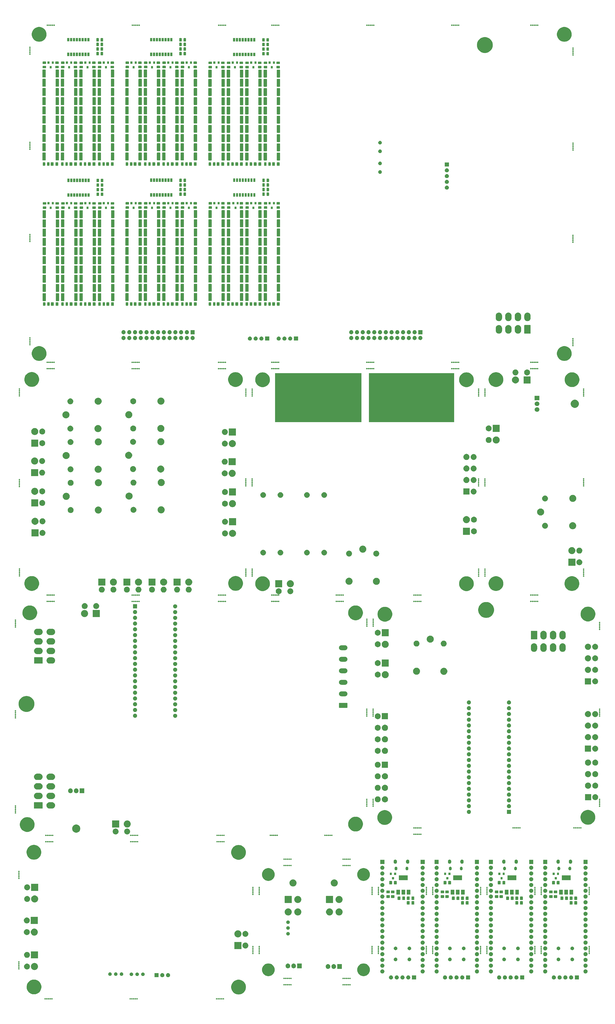
<source format=gbr>
G04 #@! TF.GenerationSoftware,KiCad,Pcbnew,(5.1.5)-3*
G04 #@! TF.CreationDate,2020-11-06T03:20:08-03:00*
G04 #@! TF.ProjectId,baseline_small,62617365-6c69-46e6-955f-736d616c6c2e,0.1*
G04 #@! TF.SameCoordinates,Original*
G04 #@! TF.FileFunction,Soldermask,Bot*
G04 #@! TF.FilePolarity,Negative*
%FSLAX46Y46*%
G04 Gerber Fmt 4.6, Leading zero omitted, Abs format (unit mm)*
G04 Created by KiCad (PCBNEW (5.1.5)-3) date 2020-11-06 03:20:08*
%MOMM*%
%LPD*%
G04 APERTURE LIST*
%ADD10C,0.100000*%
G04 APERTURE END LIST*
D10*
G36*
X-381293203Y-428157767D02*
G01*
X-381238425Y-428180457D01*
X-381238423Y-428180458D01*
X-381189124Y-428213398D01*
X-381147198Y-428255324D01*
X-381114258Y-428304623D01*
X-381112476Y-428307290D01*
X-381103931Y-428323275D01*
X-381088386Y-428342217D01*
X-381069443Y-428357761D01*
X-381047832Y-428369312D01*
X-381024383Y-428376425D01*
X-380999997Y-428378826D01*
X-380975611Y-428376424D01*
X-380952162Y-428369310D01*
X-380930552Y-428357758D01*
X-380911610Y-428342213D01*
X-380896066Y-428323270D01*
X-380887524Y-428307290D01*
X-380885742Y-428304623D01*
X-380852802Y-428255324D01*
X-380810876Y-428213398D01*
X-380761577Y-428180458D01*
X-380761575Y-428180457D01*
X-380706797Y-428157767D01*
X-380648647Y-428146200D01*
X-380589353Y-428146200D01*
X-380531203Y-428157767D01*
X-380476425Y-428180457D01*
X-380476423Y-428180458D01*
X-380427124Y-428213398D01*
X-380385198Y-428255324D01*
X-380352258Y-428304623D01*
X-380350476Y-428307290D01*
X-380341931Y-428323275D01*
X-380326386Y-428342217D01*
X-380307443Y-428357761D01*
X-380285832Y-428369312D01*
X-380262383Y-428376425D01*
X-380237997Y-428378826D01*
X-380213611Y-428376424D01*
X-380190162Y-428369310D01*
X-380168552Y-428357758D01*
X-380149610Y-428342213D01*
X-380134066Y-428323270D01*
X-380125524Y-428307290D01*
X-380123742Y-428304623D01*
X-380090802Y-428255324D01*
X-380048876Y-428213398D01*
X-379999577Y-428180458D01*
X-379999575Y-428180457D01*
X-379944797Y-428157767D01*
X-379886647Y-428146200D01*
X-379827353Y-428146200D01*
X-379769203Y-428157767D01*
X-379714425Y-428180457D01*
X-379714423Y-428180458D01*
X-379665124Y-428213398D01*
X-379623198Y-428255324D01*
X-379590258Y-428304623D01*
X-379588476Y-428307290D01*
X-379579931Y-428323275D01*
X-379564386Y-428342217D01*
X-379545443Y-428357761D01*
X-379523832Y-428369312D01*
X-379500383Y-428376425D01*
X-379475997Y-428378826D01*
X-379451611Y-428376424D01*
X-379428162Y-428369310D01*
X-379406552Y-428357758D01*
X-379387610Y-428342213D01*
X-379372066Y-428323270D01*
X-379363524Y-428307290D01*
X-379361742Y-428304623D01*
X-379328802Y-428255324D01*
X-379286876Y-428213398D01*
X-379237577Y-428180458D01*
X-379237575Y-428180457D01*
X-379182797Y-428157767D01*
X-379124647Y-428146200D01*
X-379065353Y-428146200D01*
X-379007203Y-428157767D01*
X-378952425Y-428180457D01*
X-378952423Y-428180458D01*
X-378903124Y-428213398D01*
X-378861198Y-428255324D01*
X-378828258Y-428304623D01*
X-378826476Y-428307290D01*
X-378817931Y-428323275D01*
X-378802386Y-428342217D01*
X-378783443Y-428357761D01*
X-378761832Y-428369312D01*
X-378738383Y-428376425D01*
X-378713997Y-428378826D01*
X-378689611Y-428376424D01*
X-378666162Y-428369310D01*
X-378644552Y-428357758D01*
X-378625610Y-428342213D01*
X-378610066Y-428323270D01*
X-378601524Y-428307290D01*
X-378599742Y-428304623D01*
X-378566802Y-428255324D01*
X-378524876Y-428213398D01*
X-378475577Y-428180458D01*
X-378475575Y-428180457D01*
X-378420797Y-428157767D01*
X-378362647Y-428146200D01*
X-378303353Y-428146200D01*
X-378245203Y-428157767D01*
X-378190425Y-428180457D01*
X-378190423Y-428180458D01*
X-378141124Y-428213398D01*
X-378099198Y-428255324D01*
X-378066258Y-428304623D01*
X-378066257Y-428304625D01*
X-378043567Y-428359403D01*
X-378032000Y-428417553D01*
X-378032000Y-428476847D01*
X-378043567Y-428534997D01*
X-378058532Y-428571125D01*
X-378066258Y-428589777D01*
X-378099198Y-428639076D01*
X-378141124Y-428681002D01*
X-378190423Y-428713942D01*
X-378190424Y-428713943D01*
X-378190425Y-428713943D01*
X-378245203Y-428736633D01*
X-378303353Y-428748200D01*
X-378362647Y-428748200D01*
X-378420797Y-428736633D01*
X-378475575Y-428713943D01*
X-378475576Y-428713943D01*
X-378475577Y-428713942D01*
X-378524876Y-428681002D01*
X-378566802Y-428639076D01*
X-378599742Y-428589777D01*
X-378599743Y-428589775D01*
X-378601524Y-428587110D01*
X-378610069Y-428571125D01*
X-378625614Y-428552183D01*
X-378644557Y-428536639D01*
X-378666168Y-428525088D01*
X-378689617Y-428517975D01*
X-378714003Y-428515574D01*
X-378738389Y-428517976D01*
X-378761838Y-428525090D01*
X-378783448Y-428536642D01*
X-378802390Y-428552187D01*
X-378817934Y-428571130D01*
X-378826476Y-428587110D01*
X-378828257Y-428589775D01*
X-378828258Y-428589777D01*
X-378861198Y-428639076D01*
X-378903124Y-428681002D01*
X-378952423Y-428713942D01*
X-378952424Y-428713943D01*
X-378952425Y-428713943D01*
X-379007203Y-428736633D01*
X-379065353Y-428748200D01*
X-379124647Y-428748200D01*
X-379182797Y-428736633D01*
X-379237575Y-428713943D01*
X-379237576Y-428713943D01*
X-379237577Y-428713942D01*
X-379286876Y-428681002D01*
X-379328802Y-428639076D01*
X-379361742Y-428589777D01*
X-379361743Y-428589775D01*
X-379363524Y-428587110D01*
X-379372069Y-428571125D01*
X-379387614Y-428552183D01*
X-379406557Y-428536639D01*
X-379428168Y-428525088D01*
X-379451617Y-428517975D01*
X-379476003Y-428515574D01*
X-379500389Y-428517976D01*
X-379523838Y-428525090D01*
X-379545448Y-428536642D01*
X-379564390Y-428552187D01*
X-379579934Y-428571130D01*
X-379588476Y-428587110D01*
X-379590257Y-428589775D01*
X-379590258Y-428589777D01*
X-379623198Y-428639076D01*
X-379665124Y-428681002D01*
X-379714423Y-428713942D01*
X-379714424Y-428713943D01*
X-379714425Y-428713943D01*
X-379769203Y-428736633D01*
X-379827353Y-428748200D01*
X-379886647Y-428748200D01*
X-379944797Y-428736633D01*
X-379999575Y-428713943D01*
X-379999576Y-428713943D01*
X-379999577Y-428713942D01*
X-380048876Y-428681002D01*
X-380090802Y-428639076D01*
X-380123742Y-428589777D01*
X-380123743Y-428589775D01*
X-380125524Y-428587110D01*
X-380134069Y-428571125D01*
X-380149614Y-428552183D01*
X-380168557Y-428536639D01*
X-380190168Y-428525088D01*
X-380213617Y-428517975D01*
X-380238003Y-428515574D01*
X-380262389Y-428517976D01*
X-380285838Y-428525090D01*
X-380307448Y-428536642D01*
X-380326390Y-428552187D01*
X-380341934Y-428571130D01*
X-380350476Y-428587110D01*
X-380352257Y-428589775D01*
X-380352258Y-428589777D01*
X-380385198Y-428639076D01*
X-380427124Y-428681002D01*
X-380476423Y-428713942D01*
X-380476424Y-428713943D01*
X-380476425Y-428713943D01*
X-380531203Y-428736633D01*
X-380589353Y-428748200D01*
X-380648647Y-428748200D01*
X-380706797Y-428736633D01*
X-380761575Y-428713943D01*
X-380761576Y-428713943D01*
X-380761577Y-428713942D01*
X-380810876Y-428681002D01*
X-380852802Y-428639076D01*
X-380885742Y-428589777D01*
X-380885743Y-428589775D01*
X-380887524Y-428587110D01*
X-380896069Y-428571125D01*
X-380911614Y-428552183D01*
X-380930557Y-428536639D01*
X-380952168Y-428525088D01*
X-380975617Y-428517975D01*
X-381000003Y-428515574D01*
X-381024389Y-428517976D01*
X-381047838Y-428525090D01*
X-381069448Y-428536642D01*
X-381088390Y-428552187D01*
X-381103934Y-428571130D01*
X-381112476Y-428587110D01*
X-381114257Y-428589775D01*
X-381114258Y-428589777D01*
X-381147198Y-428639076D01*
X-381189124Y-428681002D01*
X-381238423Y-428713942D01*
X-381238424Y-428713943D01*
X-381238425Y-428713943D01*
X-381293203Y-428736633D01*
X-381351353Y-428748200D01*
X-381410647Y-428748200D01*
X-381468797Y-428736633D01*
X-381523575Y-428713943D01*
X-381523576Y-428713943D01*
X-381523577Y-428713942D01*
X-381572876Y-428681002D01*
X-381614802Y-428639076D01*
X-381647742Y-428589777D01*
X-381655468Y-428571125D01*
X-381670433Y-428534997D01*
X-381682000Y-428476847D01*
X-381682000Y-428417553D01*
X-381670433Y-428359403D01*
X-381647743Y-428304625D01*
X-381647742Y-428304623D01*
X-381614802Y-428255324D01*
X-381572876Y-428213398D01*
X-381523577Y-428180458D01*
X-381523575Y-428180457D01*
X-381468797Y-428157767D01*
X-381410647Y-428146200D01*
X-381351353Y-428146200D01*
X-381293203Y-428157767D01*
G37*
G36*
X-343752003Y-428157767D02*
G01*
X-343697225Y-428180457D01*
X-343697223Y-428180458D01*
X-343647924Y-428213398D01*
X-343605998Y-428255324D01*
X-343573058Y-428304623D01*
X-343571276Y-428307290D01*
X-343562731Y-428323275D01*
X-343547186Y-428342217D01*
X-343528243Y-428357761D01*
X-343506632Y-428369312D01*
X-343483183Y-428376425D01*
X-343458797Y-428378826D01*
X-343434411Y-428376424D01*
X-343410962Y-428369310D01*
X-343389352Y-428357758D01*
X-343370410Y-428342213D01*
X-343354866Y-428323270D01*
X-343346324Y-428307290D01*
X-343344542Y-428304623D01*
X-343311602Y-428255324D01*
X-343269676Y-428213398D01*
X-343220377Y-428180458D01*
X-343220375Y-428180457D01*
X-343165597Y-428157767D01*
X-343107447Y-428146200D01*
X-343048153Y-428146200D01*
X-342990003Y-428157767D01*
X-342935225Y-428180457D01*
X-342935223Y-428180458D01*
X-342885924Y-428213398D01*
X-342843998Y-428255324D01*
X-342811058Y-428304623D01*
X-342809276Y-428307290D01*
X-342800731Y-428323275D01*
X-342785186Y-428342217D01*
X-342766243Y-428357761D01*
X-342744632Y-428369312D01*
X-342721183Y-428376425D01*
X-342696797Y-428378826D01*
X-342672411Y-428376424D01*
X-342648962Y-428369310D01*
X-342627352Y-428357758D01*
X-342608410Y-428342213D01*
X-342592866Y-428323270D01*
X-342584324Y-428307290D01*
X-342582542Y-428304623D01*
X-342549602Y-428255324D01*
X-342507676Y-428213398D01*
X-342458377Y-428180458D01*
X-342458375Y-428180457D01*
X-342403597Y-428157767D01*
X-342345447Y-428146200D01*
X-342286153Y-428146200D01*
X-342228003Y-428157767D01*
X-342173225Y-428180457D01*
X-342173223Y-428180458D01*
X-342123924Y-428213398D01*
X-342081998Y-428255324D01*
X-342049058Y-428304623D01*
X-342047276Y-428307290D01*
X-342038731Y-428323275D01*
X-342023186Y-428342217D01*
X-342004243Y-428357761D01*
X-341982632Y-428369312D01*
X-341959183Y-428376425D01*
X-341934797Y-428378826D01*
X-341910411Y-428376424D01*
X-341886962Y-428369310D01*
X-341865352Y-428357758D01*
X-341846410Y-428342213D01*
X-341830866Y-428323270D01*
X-341822324Y-428307290D01*
X-341820542Y-428304623D01*
X-341787602Y-428255324D01*
X-341745676Y-428213398D01*
X-341696377Y-428180458D01*
X-341696375Y-428180457D01*
X-341641597Y-428157767D01*
X-341583447Y-428146200D01*
X-341524153Y-428146200D01*
X-341466003Y-428157767D01*
X-341411225Y-428180457D01*
X-341411223Y-428180458D01*
X-341361924Y-428213398D01*
X-341319998Y-428255324D01*
X-341287058Y-428304623D01*
X-341285276Y-428307290D01*
X-341276731Y-428323275D01*
X-341261186Y-428342217D01*
X-341242243Y-428357761D01*
X-341220632Y-428369312D01*
X-341197183Y-428376425D01*
X-341172797Y-428378826D01*
X-341148411Y-428376424D01*
X-341124962Y-428369310D01*
X-341103352Y-428357758D01*
X-341084410Y-428342213D01*
X-341068866Y-428323270D01*
X-341060324Y-428307290D01*
X-341058542Y-428304623D01*
X-341025602Y-428255324D01*
X-340983676Y-428213398D01*
X-340934377Y-428180458D01*
X-340934375Y-428180457D01*
X-340879597Y-428157767D01*
X-340821447Y-428146200D01*
X-340762153Y-428146200D01*
X-340704003Y-428157767D01*
X-340649225Y-428180457D01*
X-340649223Y-428180458D01*
X-340599924Y-428213398D01*
X-340557998Y-428255324D01*
X-340525058Y-428304623D01*
X-340525057Y-428304625D01*
X-340502367Y-428359403D01*
X-340490800Y-428417553D01*
X-340490800Y-428476847D01*
X-340502367Y-428534997D01*
X-340517332Y-428571125D01*
X-340525058Y-428589777D01*
X-340557998Y-428639076D01*
X-340599924Y-428681002D01*
X-340649223Y-428713942D01*
X-340649224Y-428713943D01*
X-340649225Y-428713943D01*
X-340704003Y-428736633D01*
X-340762153Y-428748200D01*
X-340821447Y-428748200D01*
X-340879597Y-428736633D01*
X-340934375Y-428713943D01*
X-340934376Y-428713943D01*
X-340934377Y-428713942D01*
X-340983676Y-428681002D01*
X-341025602Y-428639076D01*
X-341058542Y-428589777D01*
X-341058543Y-428589775D01*
X-341060324Y-428587110D01*
X-341068869Y-428571125D01*
X-341084414Y-428552183D01*
X-341103357Y-428536639D01*
X-341124968Y-428525088D01*
X-341148417Y-428517975D01*
X-341172803Y-428515574D01*
X-341197189Y-428517976D01*
X-341220638Y-428525090D01*
X-341242248Y-428536642D01*
X-341261190Y-428552187D01*
X-341276734Y-428571130D01*
X-341285276Y-428587110D01*
X-341287057Y-428589775D01*
X-341287058Y-428589777D01*
X-341319998Y-428639076D01*
X-341361924Y-428681002D01*
X-341411223Y-428713942D01*
X-341411224Y-428713943D01*
X-341411225Y-428713943D01*
X-341466003Y-428736633D01*
X-341524153Y-428748200D01*
X-341583447Y-428748200D01*
X-341641597Y-428736633D01*
X-341696375Y-428713943D01*
X-341696376Y-428713943D01*
X-341696377Y-428713942D01*
X-341745676Y-428681002D01*
X-341787602Y-428639076D01*
X-341820542Y-428589777D01*
X-341820543Y-428589775D01*
X-341822324Y-428587110D01*
X-341830869Y-428571125D01*
X-341846414Y-428552183D01*
X-341865357Y-428536639D01*
X-341886968Y-428525088D01*
X-341910417Y-428517975D01*
X-341934803Y-428515574D01*
X-341959189Y-428517976D01*
X-341982638Y-428525090D01*
X-342004248Y-428536642D01*
X-342023190Y-428552187D01*
X-342038734Y-428571130D01*
X-342047276Y-428587110D01*
X-342049057Y-428589775D01*
X-342049058Y-428589777D01*
X-342081998Y-428639076D01*
X-342123924Y-428681002D01*
X-342173223Y-428713942D01*
X-342173224Y-428713943D01*
X-342173225Y-428713943D01*
X-342228003Y-428736633D01*
X-342286153Y-428748200D01*
X-342345447Y-428748200D01*
X-342403597Y-428736633D01*
X-342458375Y-428713943D01*
X-342458376Y-428713943D01*
X-342458377Y-428713942D01*
X-342507676Y-428681002D01*
X-342549602Y-428639076D01*
X-342582542Y-428589777D01*
X-342582543Y-428589775D01*
X-342584324Y-428587110D01*
X-342592869Y-428571125D01*
X-342608414Y-428552183D01*
X-342627357Y-428536639D01*
X-342648968Y-428525088D01*
X-342672417Y-428517975D01*
X-342696803Y-428515574D01*
X-342721189Y-428517976D01*
X-342744638Y-428525090D01*
X-342766248Y-428536642D01*
X-342785190Y-428552187D01*
X-342800734Y-428571130D01*
X-342809276Y-428587110D01*
X-342811057Y-428589775D01*
X-342811058Y-428589777D01*
X-342843998Y-428639076D01*
X-342885924Y-428681002D01*
X-342935223Y-428713942D01*
X-342935224Y-428713943D01*
X-342935225Y-428713943D01*
X-342990003Y-428736633D01*
X-343048153Y-428748200D01*
X-343107447Y-428748200D01*
X-343165597Y-428736633D01*
X-343220375Y-428713943D01*
X-343220376Y-428713943D01*
X-343220377Y-428713942D01*
X-343269676Y-428681002D01*
X-343311602Y-428639076D01*
X-343344542Y-428589777D01*
X-343344543Y-428589775D01*
X-343346324Y-428587110D01*
X-343354869Y-428571125D01*
X-343370414Y-428552183D01*
X-343389357Y-428536639D01*
X-343410968Y-428525088D01*
X-343434417Y-428517975D01*
X-343458803Y-428515574D01*
X-343483189Y-428517976D01*
X-343506638Y-428525090D01*
X-343528248Y-428536642D01*
X-343547190Y-428552187D01*
X-343562734Y-428571130D01*
X-343571276Y-428587110D01*
X-343573057Y-428589775D01*
X-343573058Y-428589777D01*
X-343605998Y-428639076D01*
X-343647924Y-428681002D01*
X-343697223Y-428713942D01*
X-343697224Y-428713943D01*
X-343697225Y-428713943D01*
X-343752003Y-428736633D01*
X-343810153Y-428748200D01*
X-343869447Y-428748200D01*
X-343927597Y-428736633D01*
X-343982375Y-428713943D01*
X-343982376Y-428713943D01*
X-343982377Y-428713942D01*
X-344031676Y-428681002D01*
X-344073602Y-428639076D01*
X-344106542Y-428589777D01*
X-344114268Y-428571125D01*
X-344129233Y-428534997D01*
X-344140800Y-428476847D01*
X-344140800Y-428417553D01*
X-344129233Y-428359403D01*
X-344106543Y-428304625D01*
X-344106542Y-428304623D01*
X-344073602Y-428255324D01*
X-344031676Y-428213398D01*
X-343982377Y-428180458D01*
X-343982375Y-428180457D01*
X-343927597Y-428157767D01*
X-343869447Y-428146200D01*
X-343810153Y-428146200D01*
X-343752003Y-428157767D01*
G37*
G36*
X-305652003Y-428157767D02*
G01*
X-305597225Y-428180457D01*
X-305597223Y-428180458D01*
X-305547924Y-428213398D01*
X-305505998Y-428255324D01*
X-305473058Y-428304623D01*
X-305471276Y-428307290D01*
X-305462731Y-428323275D01*
X-305447186Y-428342217D01*
X-305428243Y-428357761D01*
X-305406632Y-428369312D01*
X-305383183Y-428376425D01*
X-305358797Y-428378826D01*
X-305334411Y-428376424D01*
X-305310962Y-428369310D01*
X-305289352Y-428357758D01*
X-305270410Y-428342213D01*
X-305254866Y-428323270D01*
X-305246324Y-428307290D01*
X-305244542Y-428304623D01*
X-305211602Y-428255324D01*
X-305169676Y-428213398D01*
X-305120377Y-428180458D01*
X-305120375Y-428180457D01*
X-305065597Y-428157767D01*
X-305007447Y-428146200D01*
X-304948153Y-428146200D01*
X-304890003Y-428157767D01*
X-304835225Y-428180457D01*
X-304835223Y-428180458D01*
X-304785924Y-428213398D01*
X-304743998Y-428255324D01*
X-304711058Y-428304623D01*
X-304709276Y-428307290D01*
X-304700731Y-428323275D01*
X-304685186Y-428342217D01*
X-304666243Y-428357761D01*
X-304644632Y-428369312D01*
X-304621183Y-428376425D01*
X-304596797Y-428378826D01*
X-304572411Y-428376424D01*
X-304548962Y-428369310D01*
X-304527352Y-428357758D01*
X-304508410Y-428342213D01*
X-304492866Y-428323270D01*
X-304484324Y-428307290D01*
X-304482542Y-428304623D01*
X-304449602Y-428255324D01*
X-304407676Y-428213398D01*
X-304358377Y-428180458D01*
X-304358375Y-428180457D01*
X-304303597Y-428157767D01*
X-304245447Y-428146200D01*
X-304186153Y-428146200D01*
X-304128003Y-428157767D01*
X-304073225Y-428180457D01*
X-304073223Y-428180458D01*
X-304023924Y-428213398D01*
X-303981998Y-428255324D01*
X-303949058Y-428304623D01*
X-303947276Y-428307290D01*
X-303938731Y-428323275D01*
X-303923186Y-428342217D01*
X-303904243Y-428357761D01*
X-303882632Y-428369312D01*
X-303859183Y-428376425D01*
X-303834797Y-428378826D01*
X-303810411Y-428376424D01*
X-303786962Y-428369310D01*
X-303765352Y-428357758D01*
X-303746410Y-428342213D01*
X-303730866Y-428323270D01*
X-303722324Y-428307290D01*
X-303720542Y-428304623D01*
X-303687602Y-428255324D01*
X-303645676Y-428213398D01*
X-303596377Y-428180458D01*
X-303596375Y-428180457D01*
X-303541597Y-428157767D01*
X-303483447Y-428146200D01*
X-303424153Y-428146200D01*
X-303366003Y-428157767D01*
X-303311225Y-428180457D01*
X-303311223Y-428180458D01*
X-303261924Y-428213398D01*
X-303219998Y-428255324D01*
X-303187058Y-428304623D01*
X-303185276Y-428307290D01*
X-303176731Y-428323275D01*
X-303161186Y-428342217D01*
X-303142243Y-428357761D01*
X-303120632Y-428369312D01*
X-303097183Y-428376425D01*
X-303072797Y-428378826D01*
X-303048411Y-428376424D01*
X-303024962Y-428369310D01*
X-303003352Y-428357758D01*
X-302984410Y-428342213D01*
X-302968866Y-428323270D01*
X-302960324Y-428307290D01*
X-302958542Y-428304623D01*
X-302925602Y-428255324D01*
X-302883676Y-428213398D01*
X-302834377Y-428180458D01*
X-302834375Y-428180457D01*
X-302779597Y-428157767D01*
X-302721447Y-428146200D01*
X-302662153Y-428146200D01*
X-302604003Y-428157767D01*
X-302549225Y-428180457D01*
X-302549223Y-428180458D01*
X-302499924Y-428213398D01*
X-302457998Y-428255324D01*
X-302425058Y-428304623D01*
X-302425057Y-428304625D01*
X-302402367Y-428359403D01*
X-302390800Y-428417553D01*
X-302390800Y-428476847D01*
X-302402367Y-428534997D01*
X-302417332Y-428571125D01*
X-302425058Y-428589777D01*
X-302457998Y-428639076D01*
X-302499924Y-428681002D01*
X-302549223Y-428713942D01*
X-302549224Y-428713943D01*
X-302549225Y-428713943D01*
X-302604003Y-428736633D01*
X-302662153Y-428748200D01*
X-302721447Y-428748200D01*
X-302779597Y-428736633D01*
X-302834375Y-428713943D01*
X-302834376Y-428713943D01*
X-302834377Y-428713942D01*
X-302883676Y-428681002D01*
X-302925602Y-428639076D01*
X-302958542Y-428589777D01*
X-302958543Y-428589775D01*
X-302960324Y-428587110D01*
X-302968869Y-428571125D01*
X-302984414Y-428552183D01*
X-303003357Y-428536639D01*
X-303024968Y-428525088D01*
X-303048417Y-428517975D01*
X-303072803Y-428515574D01*
X-303097189Y-428517976D01*
X-303120638Y-428525090D01*
X-303142248Y-428536642D01*
X-303161190Y-428552187D01*
X-303176734Y-428571130D01*
X-303185276Y-428587110D01*
X-303187057Y-428589775D01*
X-303187058Y-428589777D01*
X-303219998Y-428639076D01*
X-303261924Y-428681002D01*
X-303311223Y-428713942D01*
X-303311224Y-428713943D01*
X-303311225Y-428713943D01*
X-303366003Y-428736633D01*
X-303424153Y-428748200D01*
X-303483447Y-428748200D01*
X-303541597Y-428736633D01*
X-303596375Y-428713943D01*
X-303596376Y-428713943D01*
X-303596377Y-428713942D01*
X-303645676Y-428681002D01*
X-303687602Y-428639076D01*
X-303720542Y-428589777D01*
X-303720543Y-428589775D01*
X-303722324Y-428587110D01*
X-303730869Y-428571125D01*
X-303746414Y-428552183D01*
X-303765357Y-428536639D01*
X-303786968Y-428525088D01*
X-303810417Y-428517975D01*
X-303834803Y-428515574D01*
X-303859189Y-428517976D01*
X-303882638Y-428525090D01*
X-303904248Y-428536642D01*
X-303923190Y-428552187D01*
X-303938734Y-428571130D01*
X-303947276Y-428587110D01*
X-303949057Y-428589775D01*
X-303949058Y-428589777D01*
X-303981998Y-428639076D01*
X-304023924Y-428681002D01*
X-304073223Y-428713942D01*
X-304073224Y-428713943D01*
X-304073225Y-428713943D01*
X-304128003Y-428736633D01*
X-304186153Y-428748200D01*
X-304245447Y-428748200D01*
X-304303597Y-428736633D01*
X-304358375Y-428713943D01*
X-304358376Y-428713943D01*
X-304358377Y-428713942D01*
X-304407676Y-428681002D01*
X-304449602Y-428639076D01*
X-304482542Y-428589777D01*
X-304482543Y-428589775D01*
X-304484324Y-428587110D01*
X-304492869Y-428571125D01*
X-304508414Y-428552183D01*
X-304527357Y-428536639D01*
X-304548968Y-428525088D01*
X-304572417Y-428517975D01*
X-304596803Y-428515574D01*
X-304621189Y-428517976D01*
X-304644638Y-428525090D01*
X-304666248Y-428536642D01*
X-304685190Y-428552187D01*
X-304700734Y-428571130D01*
X-304709276Y-428587110D01*
X-304711057Y-428589775D01*
X-304711058Y-428589777D01*
X-304743998Y-428639076D01*
X-304785924Y-428681002D01*
X-304835223Y-428713942D01*
X-304835224Y-428713943D01*
X-304835225Y-428713943D01*
X-304890003Y-428736633D01*
X-304948153Y-428748200D01*
X-305007447Y-428748200D01*
X-305065597Y-428736633D01*
X-305120375Y-428713943D01*
X-305120376Y-428713943D01*
X-305120377Y-428713942D01*
X-305169676Y-428681002D01*
X-305211602Y-428639076D01*
X-305244542Y-428589777D01*
X-305244543Y-428589775D01*
X-305246324Y-428587110D01*
X-305254869Y-428571125D01*
X-305270414Y-428552183D01*
X-305289357Y-428536639D01*
X-305310968Y-428525088D01*
X-305334417Y-428517975D01*
X-305358803Y-428515574D01*
X-305383189Y-428517976D01*
X-305406638Y-428525090D01*
X-305428248Y-428536642D01*
X-305447190Y-428552187D01*
X-305462734Y-428571130D01*
X-305471276Y-428587110D01*
X-305473057Y-428589775D01*
X-305473058Y-428589777D01*
X-305505998Y-428639076D01*
X-305547924Y-428681002D01*
X-305597223Y-428713942D01*
X-305597224Y-428713943D01*
X-305597225Y-428713943D01*
X-305652003Y-428736633D01*
X-305710153Y-428748200D01*
X-305769447Y-428748200D01*
X-305827597Y-428736633D01*
X-305882375Y-428713943D01*
X-305882376Y-428713943D01*
X-305882377Y-428713942D01*
X-305931676Y-428681002D01*
X-305973602Y-428639076D01*
X-306006542Y-428589777D01*
X-306014268Y-428571125D01*
X-306029233Y-428534997D01*
X-306040800Y-428476847D01*
X-306040800Y-428417553D01*
X-306029233Y-428359403D01*
X-306006543Y-428304625D01*
X-306006542Y-428304623D01*
X-305973602Y-428255324D01*
X-305931676Y-428213398D01*
X-305882377Y-428180458D01*
X-305882375Y-428180457D01*
X-305827597Y-428157767D01*
X-305769447Y-428146200D01*
X-305710153Y-428146200D01*
X-305652003Y-428157767D01*
G37*
G36*
X-295402761Y-420077067D02*
G01*
X-295088718Y-420139534D01*
X-294497074Y-420384601D01*
X-294207477Y-420578104D01*
X-293964609Y-420740383D01*
X-293511783Y-421193209D01*
X-293474860Y-421248468D01*
X-293156001Y-421725674D01*
X-292910934Y-422317318D01*
X-292901096Y-422366777D01*
X-292786000Y-422945403D01*
X-292786000Y-423585797D01*
X-292848467Y-423899839D01*
X-292910934Y-424213882D01*
X-293156001Y-424805526D01*
X-293403735Y-425176285D01*
X-293494100Y-425311527D01*
X-293511784Y-425337992D01*
X-293964608Y-425790816D01*
X-294497074Y-426146599D01*
X-295088718Y-426391666D01*
X-295402761Y-426454133D01*
X-295716803Y-426516600D01*
X-296357197Y-426516600D01*
X-296671239Y-426454133D01*
X-296985282Y-426391666D01*
X-297576926Y-426146599D01*
X-298109392Y-425790816D01*
X-298562216Y-425337992D01*
X-298579899Y-425311527D01*
X-298670265Y-425176285D01*
X-298917999Y-424805526D01*
X-299163066Y-424213882D01*
X-299225533Y-423899839D01*
X-299288000Y-423585797D01*
X-299288000Y-422945403D01*
X-299172904Y-422366777D01*
X-299163066Y-422317318D01*
X-298917999Y-421725674D01*
X-298599140Y-421248468D01*
X-298562217Y-421193209D01*
X-298109391Y-420740383D01*
X-297866523Y-420578104D01*
X-297576926Y-420384601D01*
X-296985282Y-420139534D01*
X-296671239Y-420077067D01*
X-296357197Y-420014600D01*
X-295716803Y-420014600D01*
X-295402761Y-420077067D01*
G37*
G36*
X-385682215Y-420014600D02*
G01*
X-385309518Y-420088734D01*
X-384717874Y-420333801D01*
X-384317727Y-420601171D01*
X-384185409Y-420689583D01*
X-383732583Y-421142409D01*
X-383698640Y-421193208D01*
X-383376801Y-421674874D01*
X-383131734Y-422266518D01*
X-383087093Y-422490942D01*
X-383006800Y-422894603D01*
X-383006800Y-423534997D01*
X-383039476Y-423699268D01*
X-383131734Y-424163082D01*
X-383376801Y-424754726D01*
X-383603636Y-425094208D01*
X-383707834Y-425250152D01*
X-383732584Y-425287192D01*
X-384185408Y-425740016D01*
X-384717874Y-426095799D01*
X-385309518Y-426340866D01*
X-385564907Y-426391666D01*
X-385937603Y-426465800D01*
X-386577997Y-426465800D01*
X-386950693Y-426391666D01*
X-387206082Y-426340866D01*
X-387797726Y-426095799D01*
X-388330192Y-425740016D01*
X-388783016Y-425287192D01*
X-388807765Y-425250152D01*
X-388911964Y-425094208D01*
X-389138799Y-424754726D01*
X-389383866Y-424163082D01*
X-389476124Y-423699268D01*
X-389508800Y-423534997D01*
X-389508800Y-422894603D01*
X-389428507Y-422490942D01*
X-389383866Y-422266518D01*
X-389138799Y-421674874D01*
X-388816960Y-421193208D01*
X-388783017Y-421142409D01*
X-388330191Y-420689583D01*
X-388197873Y-420601171D01*
X-387797726Y-420333801D01*
X-387206082Y-420088734D01*
X-386833385Y-420014600D01*
X-386577997Y-419963800D01*
X-385937603Y-419963800D01*
X-385682215Y-420014600D01*
G37*
G36*
X-275883203Y-421934767D02*
G01*
X-275843019Y-421951412D01*
X-275828423Y-421957458D01*
X-275779124Y-421990398D01*
X-275737198Y-422032324D01*
X-275704258Y-422081623D01*
X-275702476Y-422084290D01*
X-275693931Y-422100275D01*
X-275678386Y-422119217D01*
X-275659443Y-422134761D01*
X-275637832Y-422146312D01*
X-275614383Y-422153425D01*
X-275589997Y-422155826D01*
X-275565611Y-422153424D01*
X-275542162Y-422146310D01*
X-275520552Y-422134758D01*
X-275501610Y-422119213D01*
X-275486066Y-422100270D01*
X-275477524Y-422084290D01*
X-275475742Y-422081623D01*
X-275442802Y-422032324D01*
X-275400876Y-421990398D01*
X-275351577Y-421957458D01*
X-275336981Y-421951412D01*
X-275296797Y-421934767D01*
X-275238647Y-421923200D01*
X-275179353Y-421923200D01*
X-275121203Y-421934767D01*
X-275081019Y-421951412D01*
X-275066423Y-421957458D01*
X-275017124Y-421990398D01*
X-274975198Y-422032324D01*
X-274942258Y-422081623D01*
X-274940476Y-422084290D01*
X-274931931Y-422100275D01*
X-274916386Y-422119217D01*
X-274897443Y-422134761D01*
X-274875832Y-422146312D01*
X-274852383Y-422153425D01*
X-274827997Y-422155826D01*
X-274803611Y-422153424D01*
X-274780162Y-422146310D01*
X-274758552Y-422134758D01*
X-274739610Y-422119213D01*
X-274724066Y-422100270D01*
X-274715524Y-422084290D01*
X-274713742Y-422081623D01*
X-274680802Y-422032324D01*
X-274638876Y-421990398D01*
X-274589577Y-421957458D01*
X-274574981Y-421951412D01*
X-274534797Y-421934767D01*
X-274476647Y-421923200D01*
X-274417353Y-421923200D01*
X-274359203Y-421934767D01*
X-274319019Y-421951412D01*
X-274304423Y-421957458D01*
X-274255124Y-421990398D01*
X-274213198Y-422032324D01*
X-274180258Y-422081623D01*
X-274178476Y-422084290D01*
X-274169931Y-422100275D01*
X-274154386Y-422119217D01*
X-274135443Y-422134761D01*
X-274113832Y-422146312D01*
X-274090383Y-422153425D01*
X-274065997Y-422155826D01*
X-274041611Y-422153424D01*
X-274018162Y-422146310D01*
X-273996552Y-422134758D01*
X-273977610Y-422119213D01*
X-273962066Y-422100270D01*
X-273953524Y-422084290D01*
X-273951742Y-422081623D01*
X-273918802Y-422032324D01*
X-273876876Y-421990398D01*
X-273827577Y-421957458D01*
X-273812981Y-421951412D01*
X-273772797Y-421934767D01*
X-273714647Y-421923200D01*
X-273655353Y-421923200D01*
X-273597203Y-421934767D01*
X-273557019Y-421951412D01*
X-273542423Y-421957458D01*
X-273493124Y-421990398D01*
X-273451198Y-422032324D01*
X-273418258Y-422081623D01*
X-273416476Y-422084290D01*
X-273407931Y-422100275D01*
X-273392386Y-422119217D01*
X-273373443Y-422134761D01*
X-273351832Y-422146312D01*
X-273328383Y-422153425D01*
X-273303997Y-422155826D01*
X-273279611Y-422153424D01*
X-273256162Y-422146310D01*
X-273234552Y-422134758D01*
X-273215610Y-422119213D01*
X-273200066Y-422100270D01*
X-273191524Y-422084290D01*
X-273189742Y-422081623D01*
X-273156802Y-422032324D01*
X-273114876Y-421990398D01*
X-273065577Y-421957458D01*
X-273050981Y-421951412D01*
X-273010797Y-421934767D01*
X-272952647Y-421923200D01*
X-272893353Y-421923200D01*
X-272835203Y-421934767D01*
X-272795019Y-421951412D01*
X-272780423Y-421957458D01*
X-272731124Y-421990398D01*
X-272689198Y-422032324D01*
X-272656258Y-422081623D01*
X-272656257Y-422081625D01*
X-272633567Y-422136403D01*
X-272622000Y-422194553D01*
X-272622000Y-422253847D01*
X-272633567Y-422311997D01*
X-272648532Y-422348125D01*
X-272656258Y-422366777D01*
X-272689198Y-422416076D01*
X-272731124Y-422458002D01*
X-272780423Y-422490942D01*
X-272780424Y-422490943D01*
X-272780425Y-422490943D01*
X-272835203Y-422513633D01*
X-272893353Y-422525200D01*
X-272952647Y-422525200D01*
X-273010797Y-422513633D01*
X-273065575Y-422490943D01*
X-273065576Y-422490943D01*
X-273065577Y-422490942D01*
X-273114876Y-422458002D01*
X-273156802Y-422416076D01*
X-273189742Y-422366777D01*
X-273189743Y-422366775D01*
X-273191524Y-422364110D01*
X-273200069Y-422348125D01*
X-273215614Y-422329183D01*
X-273234557Y-422313639D01*
X-273256168Y-422302088D01*
X-273279617Y-422294975D01*
X-273304003Y-422292574D01*
X-273328389Y-422294976D01*
X-273351838Y-422302090D01*
X-273373448Y-422313642D01*
X-273392390Y-422329187D01*
X-273407934Y-422348130D01*
X-273416476Y-422364110D01*
X-273418257Y-422366775D01*
X-273418258Y-422366777D01*
X-273451198Y-422416076D01*
X-273493124Y-422458002D01*
X-273542423Y-422490942D01*
X-273542424Y-422490943D01*
X-273542425Y-422490943D01*
X-273597203Y-422513633D01*
X-273655353Y-422525200D01*
X-273714647Y-422525200D01*
X-273772797Y-422513633D01*
X-273827575Y-422490943D01*
X-273827576Y-422490943D01*
X-273827577Y-422490942D01*
X-273876876Y-422458002D01*
X-273918802Y-422416076D01*
X-273951742Y-422366777D01*
X-273951743Y-422366775D01*
X-273953524Y-422364110D01*
X-273962069Y-422348125D01*
X-273977614Y-422329183D01*
X-273996557Y-422313639D01*
X-274018168Y-422302088D01*
X-274041617Y-422294975D01*
X-274066003Y-422292574D01*
X-274090389Y-422294976D01*
X-274113838Y-422302090D01*
X-274135448Y-422313642D01*
X-274154390Y-422329187D01*
X-274169934Y-422348130D01*
X-274178476Y-422364110D01*
X-274180257Y-422366775D01*
X-274180258Y-422366777D01*
X-274213198Y-422416076D01*
X-274255124Y-422458002D01*
X-274304423Y-422490942D01*
X-274304424Y-422490943D01*
X-274304425Y-422490943D01*
X-274359203Y-422513633D01*
X-274417353Y-422525200D01*
X-274476647Y-422525200D01*
X-274534797Y-422513633D01*
X-274589575Y-422490943D01*
X-274589576Y-422490943D01*
X-274589577Y-422490942D01*
X-274638876Y-422458002D01*
X-274680802Y-422416076D01*
X-274713742Y-422366777D01*
X-274713743Y-422366775D01*
X-274715524Y-422364110D01*
X-274724069Y-422348125D01*
X-274739614Y-422329183D01*
X-274758557Y-422313639D01*
X-274780168Y-422302088D01*
X-274803617Y-422294975D01*
X-274828003Y-422292574D01*
X-274852389Y-422294976D01*
X-274875838Y-422302090D01*
X-274897448Y-422313642D01*
X-274916390Y-422329187D01*
X-274931934Y-422348130D01*
X-274940476Y-422364110D01*
X-274942257Y-422366775D01*
X-274942258Y-422366777D01*
X-274975198Y-422416076D01*
X-275017124Y-422458002D01*
X-275066423Y-422490942D01*
X-275066424Y-422490943D01*
X-275066425Y-422490943D01*
X-275121203Y-422513633D01*
X-275179353Y-422525200D01*
X-275238647Y-422525200D01*
X-275296797Y-422513633D01*
X-275351575Y-422490943D01*
X-275351576Y-422490943D01*
X-275351577Y-422490942D01*
X-275400876Y-422458002D01*
X-275442802Y-422416076D01*
X-275475742Y-422366777D01*
X-275475743Y-422366775D01*
X-275477524Y-422364110D01*
X-275486069Y-422348125D01*
X-275501614Y-422329183D01*
X-275520557Y-422313639D01*
X-275542168Y-422302088D01*
X-275565617Y-422294975D01*
X-275590003Y-422292574D01*
X-275614389Y-422294976D01*
X-275637838Y-422302090D01*
X-275659448Y-422313642D01*
X-275678390Y-422329187D01*
X-275693934Y-422348130D01*
X-275702476Y-422364110D01*
X-275704257Y-422366775D01*
X-275704258Y-422366777D01*
X-275737198Y-422416076D01*
X-275779124Y-422458002D01*
X-275828423Y-422490942D01*
X-275828424Y-422490943D01*
X-275828425Y-422490943D01*
X-275883203Y-422513633D01*
X-275941353Y-422525200D01*
X-276000647Y-422525200D01*
X-276058797Y-422513633D01*
X-276113575Y-422490943D01*
X-276113576Y-422490943D01*
X-276113577Y-422490942D01*
X-276162876Y-422458002D01*
X-276204802Y-422416076D01*
X-276237742Y-422366777D01*
X-276245468Y-422348125D01*
X-276260433Y-422311997D01*
X-276272000Y-422253847D01*
X-276272000Y-422194553D01*
X-276260433Y-422136403D01*
X-276237743Y-422081625D01*
X-276237742Y-422081623D01*
X-276204802Y-422032324D01*
X-276162876Y-421990398D01*
X-276113577Y-421957458D01*
X-276098981Y-421951412D01*
X-276058797Y-421934767D01*
X-276000647Y-421923200D01*
X-275941353Y-421923200D01*
X-275883203Y-421934767D01*
G37*
G36*
X-249848203Y-421934767D02*
G01*
X-249808019Y-421951412D01*
X-249793423Y-421957458D01*
X-249744124Y-421990398D01*
X-249702198Y-422032324D01*
X-249669258Y-422081623D01*
X-249667476Y-422084290D01*
X-249658931Y-422100275D01*
X-249643386Y-422119217D01*
X-249624443Y-422134761D01*
X-249602832Y-422146312D01*
X-249579383Y-422153425D01*
X-249554997Y-422155826D01*
X-249530611Y-422153424D01*
X-249507162Y-422146310D01*
X-249485552Y-422134758D01*
X-249466610Y-422119213D01*
X-249451066Y-422100270D01*
X-249442524Y-422084290D01*
X-249440742Y-422081623D01*
X-249407802Y-422032324D01*
X-249365876Y-421990398D01*
X-249316577Y-421957458D01*
X-249301981Y-421951412D01*
X-249261797Y-421934767D01*
X-249203647Y-421923200D01*
X-249144353Y-421923200D01*
X-249086203Y-421934767D01*
X-249046019Y-421951412D01*
X-249031423Y-421957458D01*
X-248982124Y-421990398D01*
X-248940198Y-422032324D01*
X-248907258Y-422081623D01*
X-248905476Y-422084290D01*
X-248896931Y-422100275D01*
X-248881386Y-422119217D01*
X-248862443Y-422134761D01*
X-248840832Y-422146312D01*
X-248817383Y-422153425D01*
X-248792997Y-422155826D01*
X-248768611Y-422153424D01*
X-248745162Y-422146310D01*
X-248723552Y-422134758D01*
X-248704610Y-422119213D01*
X-248689066Y-422100270D01*
X-248680524Y-422084290D01*
X-248678742Y-422081623D01*
X-248645802Y-422032324D01*
X-248603876Y-421990398D01*
X-248554577Y-421957458D01*
X-248539981Y-421951412D01*
X-248499797Y-421934767D01*
X-248441647Y-421923200D01*
X-248382353Y-421923200D01*
X-248324203Y-421934767D01*
X-248284019Y-421951412D01*
X-248269423Y-421957458D01*
X-248220124Y-421990398D01*
X-248178198Y-422032324D01*
X-248145258Y-422081623D01*
X-248143476Y-422084290D01*
X-248134931Y-422100275D01*
X-248119386Y-422119217D01*
X-248100443Y-422134761D01*
X-248078832Y-422146312D01*
X-248055383Y-422153425D01*
X-248030997Y-422155826D01*
X-248006611Y-422153424D01*
X-247983162Y-422146310D01*
X-247961552Y-422134758D01*
X-247942610Y-422119213D01*
X-247927066Y-422100270D01*
X-247918524Y-422084290D01*
X-247916742Y-422081623D01*
X-247883802Y-422032324D01*
X-247841876Y-421990398D01*
X-247792577Y-421957458D01*
X-247777981Y-421951412D01*
X-247737797Y-421934767D01*
X-247679647Y-421923200D01*
X-247620353Y-421923200D01*
X-247562203Y-421934767D01*
X-247522019Y-421951412D01*
X-247507423Y-421957458D01*
X-247458124Y-421990398D01*
X-247416198Y-422032324D01*
X-247383258Y-422081623D01*
X-247381476Y-422084290D01*
X-247372931Y-422100275D01*
X-247357386Y-422119217D01*
X-247338443Y-422134761D01*
X-247316832Y-422146312D01*
X-247293383Y-422153425D01*
X-247268997Y-422155826D01*
X-247244611Y-422153424D01*
X-247221162Y-422146310D01*
X-247199552Y-422134758D01*
X-247180610Y-422119213D01*
X-247165066Y-422100270D01*
X-247156524Y-422084290D01*
X-247154742Y-422081623D01*
X-247121802Y-422032324D01*
X-247079876Y-421990398D01*
X-247030577Y-421957458D01*
X-247015981Y-421951412D01*
X-246975797Y-421934767D01*
X-246917647Y-421923200D01*
X-246858353Y-421923200D01*
X-246800203Y-421934767D01*
X-246760019Y-421951412D01*
X-246745423Y-421957458D01*
X-246696124Y-421990398D01*
X-246654198Y-422032324D01*
X-246621258Y-422081623D01*
X-246621257Y-422081625D01*
X-246598567Y-422136403D01*
X-246587000Y-422194553D01*
X-246587000Y-422253847D01*
X-246598567Y-422311997D01*
X-246613532Y-422348125D01*
X-246621258Y-422366777D01*
X-246654198Y-422416076D01*
X-246696124Y-422458002D01*
X-246745423Y-422490942D01*
X-246745424Y-422490943D01*
X-246745425Y-422490943D01*
X-246800203Y-422513633D01*
X-246858353Y-422525200D01*
X-246917647Y-422525200D01*
X-246975797Y-422513633D01*
X-247030575Y-422490943D01*
X-247030576Y-422490943D01*
X-247030577Y-422490942D01*
X-247079876Y-422458002D01*
X-247121802Y-422416076D01*
X-247154742Y-422366777D01*
X-247154743Y-422366775D01*
X-247156524Y-422364110D01*
X-247165069Y-422348125D01*
X-247180614Y-422329183D01*
X-247199557Y-422313639D01*
X-247221168Y-422302088D01*
X-247244617Y-422294975D01*
X-247269003Y-422292574D01*
X-247293389Y-422294976D01*
X-247316838Y-422302090D01*
X-247338448Y-422313642D01*
X-247357390Y-422329187D01*
X-247372934Y-422348130D01*
X-247381476Y-422364110D01*
X-247383257Y-422366775D01*
X-247383258Y-422366777D01*
X-247416198Y-422416076D01*
X-247458124Y-422458002D01*
X-247507423Y-422490942D01*
X-247507424Y-422490943D01*
X-247507425Y-422490943D01*
X-247562203Y-422513633D01*
X-247620353Y-422525200D01*
X-247679647Y-422525200D01*
X-247737797Y-422513633D01*
X-247792575Y-422490943D01*
X-247792576Y-422490943D01*
X-247792577Y-422490942D01*
X-247841876Y-422458002D01*
X-247883802Y-422416076D01*
X-247916742Y-422366777D01*
X-247916743Y-422366775D01*
X-247918524Y-422364110D01*
X-247927069Y-422348125D01*
X-247942614Y-422329183D01*
X-247961557Y-422313639D01*
X-247983168Y-422302088D01*
X-248006617Y-422294975D01*
X-248031003Y-422292574D01*
X-248055389Y-422294976D01*
X-248078838Y-422302090D01*
X-248100448Y-422313642D01*
X-248119390Y-422329187D01*
X-248134934Y-422348130D01*
X-248143476Y-422364110D01*
X-248145257Y-422366775D01*
X-248145258Y-422366777D01*
X-248178198Y-422416076D01*
X-248220124Y-422458002D01*
X-248269423Y-422490942D01*
X-248269424Y-422490943D01*
X-248269425Y-422490943D01*
X-248324203Y-422513633D01*
X-248382353Y-422525200D01*
X-248441647Y-422525200D01*
X-248499797Y-422513633D01*
X-248554575Y-422490943D01*
X-248554576Y-422490943D01*
X-248554577Y-422490942D01*
X-248603876Y-422458002D01*
X-248645802Y-422416076D01*
X-248678742Y-422366777D01*
X-248678743Y-422366775D01*
X-248680524Y-422364110D01*
X-248689069Y-422348125D01*
X-248704614Y-422329183D01*
X-248723557Y-422313639D01*
X-248745168Y-422302088D01*
X-248768617Y-422294975D01*
X-248793003Y-422292574D01*
X-248817389Y-422294976D01*
X-248840838Y-422302090D01*
X-248862448Y-422313642D01*
X-248881390Y-422329187D01*
X-248896934Y-422348130D01*
X-248905476Y-422364110D01*
X-248907257Y-422366775D01*
X-248907258Y-422366777D01*
X-248940198Y-422416076D01*
X-248982124Y-422458002D01*
X-249031423Y-422490942D01*
X-249031424Y-422490943D01*
X-249031425Y-422490943D01*
X-249086203Y-422513633D01*
X-249144353Y-422525200D01*
X-249203647Y-422525200D01*
X-249261797Y-422513633D01*
X-249316575Y-422490943D01*
X-249316576Y-422490943D01*
X-249316577Y-422490942D01*
X-249365876Y-422458002D01*
X-249407802Y-422416076D01*
X-249440742Y-422366777D01*
X-249440743Y-422366775D01*
X-249442524Y-422364110D01*
X-249451069Y-422348125D01*
X-249466614Y-422329183D01*
X-249485557Y-422313639D01*
X-249507168Y-422302088D01*
X-249530617Y-422294975D01*
X-249555003Y-422292574D01*
X-249579389Y-422294976D01*
X-249602838Y-422302090D01*
X-249624448Y-422313642D01*
X-249643390Y-422329187D01*
X-249658934Y-422348130D01*
X-249667476Y-422364110D01*
X-249669257Y-422366775D01*
X-249669258Y-422366777D01*
X-249702198Y-422416076D01*
X-249744124Y-422458002D01*
X-249793423Y-422490942D01*
X-249793424Y-422490943D01*
X-249793425Y-422490943D01*
X-249848203Y-422513633D01*
X-249906353Y-422525200D01*
X-249965647Y-422525200D01*
X-250023797Y-422513633D01*
X-250078575Y-422490943D01*
X-250078576Y-422490943D01*
X-250078577Y-422490942D01*
X-250127876Y-422458002D01*
X-250169802Y-422416076D01*
X-250202742Y-422366777D01*
X-250210468Y-422348125D01*
X-250225433Y-422311997D01*
X-250237000Y-422253847D01*
X-250237000Y-422194553D01*
X-250225433Y-422136403D01*
X-250202743Y-422081625D01*
X-250202742Y-422081623D01*
X-250169802Y-422032324D01*
X-250127876Y-421990398D01*
X-250078577Y-421957458D01*
X-250063981Y-421951412D01*
X-250023797Y-421934767D01*
X-249965647Y-421923200D01*
X-249906353Y-421923200D01*
X-249848203Y-421934767D01*
G37*
G36*
X-180988488Y-418127727D02*
G01*
X-180839188Y-418157424D01*
X-180675216Y-418225344D01*
X-180527646Y-418323947D01*
X-180402147Y-418449446D01*
X-180303544Y-418597016D01*
X-180235624Y-418760988D01*
X-180201000Y-418935059D01*
X-180201000Y-419112541D01*
X-180235624Y-419286612D01*
X-180303544Y-419450584D01*
X-180402147Y-419598154D01*
X-180527646Y-419723653D01*
X-180675216Y-419822256D01*
X-180839188Y-419890176D01*
X-180988488Y-419919873D01*
X-181013258Y-419924800D01*
X-181190742Y-419924800D01*
X-181215512Y-419919873D01*
X-181364812Y-419890176D01*
X-181528784Y-419822256D01*
X-181676354Y-419723653D01*
X-181801853Y-419598154D01*
X-181900456Y-419450584D01*
X-181968376Y-419286612D01*
X-182003000Y-419112541D01*
X-182003000Y-418935059D01*
X-181968376Y-418760988D01*
X-181900456Y-418597016D01*
X-181801853Y-418449446D01*
X-181676354Y-418323947D01*
X-181528784Y-418225344D01*
X-181364812Y-418157424D01*
X-181215512Y-418127727D01*
X-181190742Y-418122800D01*
X-181013258Y-418122800D01*
X-180988488Y-418127727D01*
G37*
G36*
X-217742200Y-419924800D02*
G01*
X-219544200Y-419924800D01*
X-219544200Y-418122800D01*
X-217742200Y-418122800D01*
X-217742200Y-419924800D01*
G37*
G36*
X-221069688Y-418127727D02*
G01*
X-220920388Y-418157424D01*
X-220756416Y-418225344D01*
X-220608846Y-418323947D01*
X-220483347Y-418449446D01*
X-220384744Y-418597016D01*
X-220316824Y-418760988D01*
X-220282200Y-418935059D01*
X-220282200Y-419112541D01*
X-220316824Y-419286612D01*
X-220384744Y-419450584D01*
X-220483347Y-419598154D01*
X-220608846Y-419723653D01*
X-220756416Y-419822256D01*
X-220920388Y-419890176D01*
X-221069688Y-419919873D01*
X-221094458Y-419924800D01*
X-221271942Y-419924800D01*
X-221296712Y-419919873D01*
X-221446012Y-419890176D01*
X-221609984Y-419822256D01*
X-221757554Y-419723653D01*
X-221883053Y-419598154D01*
X-221981656Y-419450584D01*
X-222049576Y-419286612D01*
X-222084200Y-419112541D01*
X-222084200Y-418935059D01*
X-222049576Y-418760988D01*
X-221981656Y-418597016D01*
X-221883053Y-418449446D01*
X-221757554Y-418323947D01*
X-221609984Y-418225344D01*
X-221446012Y-418157424D01*
X-221296712Y-418127727D01*
X-221271942Y-418122800D01*
X-221094458Y-418122800D01*
X-221069688Y-418127727D01*
G37*
G36*
X-223609688Y-418127727D02*
G01*
X-223460388Y-418157424D01*
X-223296416Y-418225344D01*
X-223148846Y-418323947D01*
X-223023347Y-418449446D01*
X-222924744Y-418597016D01*
X-222856824Y-418760988D01*
X-222822200Y-418935059D01*
X-222822200Y-419112541D01*
X-222856824Y-419286612D01*
X-222924744Y-419450584D01*
X-223023347Y-419598154D01*
X-223148846Y-419723653D01*
X-223296416Y-419822256D01*
X-223460388Y-419890176D01*
X-223609688Y-419919873D01*
X-223634458Y-419924800D01*
X-223811942Y-419924800D01*
X-223836712Y-419919873D01*
X-223986012Y-419890176D01*
X-224149984Y-419822256D01*
X-224297554Y-419723653D01*
X-224423053Y-419598154D01*
X-224521656Y-419450584D01*
X-224589576Y-419286612D01*
X-224624200Y-419112541D01*
X-224624200Y-418935059D01*
X-224589576Y-418760988D01*
X-224521656Y-418597016D01*
X-224423053Y-418449446D01*
X-224297554Y-418323947D01*
X-224149984Y-418225344D01*
X-223986012Y-418157424D01*
X-223836712Y-418127727D01*
X-223811942Y-418122800D01*
X-223634458Y-418122800D01*
X-223609688Y-418127727D01*
G37*
G36*
X-226149688Y-418127727D02*
G01*
X-226000388Y-418157424D01*
X-225836416Y-418225344D01*
X-225688846Y-418323947D01*
X-225563347Y-418449446D01*
X-225464744Y-418597016D01*
X-225396824Y-418760988D01*
X-225362200Y-418935059D01*
X-225362200Y-419112541D01*
X-225396824Y-419286612D01*
X-225464744Y-419450584D01*
X-225563347Y-419598154D01*
X-225688846Y-419723653D01*
X-225836416Y-419822256D01*
X-226000388Y-419890176D01*
X-226149688Y-419919873D01*
X-226174458Y-419924800D01*
X-226351942Y-419924800D01*
X-226376712Y-419919873D01*
X-226526012Y-419890176D01*
X-226689984Y-419822256D01*
X-226837554Y-419723653D01*
X-226963053Y-419598154D01*
X-227061656Y-419450584D01*
X-227129576Y-419286612D01*
X-227164200Y-419112541D01*
X-227164200Y-418935059D01*
X-227129576Y-418760988D01*
X-227061656Y-418597016D01*
X-226963053Y-418449446D01*
X-226837554Y-418323947D01*
X-226689984Y-418225344D01*
X-226526012Y-418157424D01*
X-226376712Y-418127727D01*
X-226351942Y-418122800D01*
X-226174458Y-418122800D01*
X-226149688Y-418127727D01*
G37*
G36*
X-228689688Y-418127727D02*
G01*
X-228540388Y-418157424D01*
X-228376416Y-418225344D01*
X-228228846Y-418323947D01*
X-228103347Y-418449446D01*
X-228004744Y-418597016D01*
X-227936824Y-418760988D01*
X-227902200Y-418935059D01*
X-227902200Y-419112541D01*
X-227936824Y-419286612D01*
X-228004744Y-419450584D01*
X-228103347Y-419598154D01*
X-228228846Y-419723653D01*
X-228376416Y-419822256D01*
X-228540388Y-419890176D01*
X-228689688Y-419919873D01*
X-228714458Y-419924800D01*
X-228891942Y-419924800D01*
X-228916712Y-419919873D01*
X-229066012Y-419890176D01*
X-229229984Y-419822256D01*
X-229377554Y-419723653D01*
X-229503053Y-419598154D01*
X-229601656Y-419450584D01*
X-229669576Y-419286612D01*
X-229704200Y-419112541D01*
X-229704200Y-418935059D01*
X-229669576Y-418760988D01*
X-229601656Y-418597016D01*
X-229503053Y-418449446D01*
X-229377554Y-418323947D01*
X-229229984Y-418225344D01*
X-229066012Y-418157424D01*
X-228916712Y-418127727D01*
X-228891942Y-418122800D01*
X-228714458Y-418122800D01*
X-228689688Y-418127727D01*
G37*
G36*
X-204864488Y-418127727D02*
G01*
X-204715188Y-418157424D01*
X-204551216Y-418225344D01*
X-204403646Y-418323947D01*
X-204278147Y-418449446D01*
X-204179544Y-418597016D01*
X-204111624Y-418760988D01*
X-204077000Y-418935059D01*
X-204077000Y-419112541D01*
X-204111624Y-419286612D01*
X-204179544Y-419450584D01*
X-204278147Y-419598154D01*
X-204403646Y-419723653D01*
X-204551216Y-419822256D01*
X-204715188Y-419890176D01*
X-204864488Y-419919873D01*
X-204889258Y-419924800D01*
X-205066742Y-419924800D01*
X-205091512Y-419919873D01*
X-205240812Y-419890176D01*
X-205404784Y-419822256D01*
X-205552354Y-419723653D01*
X-205677853Y-419598154D01*
X-205776456Y-419450584D01*
X-205844376Y-419286612D01*
X-205879000Y-419112541D01*
X-205879000Y-418935059D01*
X-205844376Y-418760988D01*
X-205776456Y-418597016D01*
X-205677853Y-418449446D01*
X-205552354Y-418323947D01*
X-205404784Y-418225344D01*
X-205240812Y-418157424D01*
X-205091512Y-418127727D01*
X-205066742Y-418122800D01*
X-204889258Y-418122800D01*
X-204864488Y-418127727D01*
G37*
G36*
X-202324488Y-418127727D02*
G01*
X-202175188Y-418157424D01*
X-202011216Y-418225344D01*
X-201863646Y-418323947D01*
X-201738147Y-418449446D01*
X-201639544Y-418597016D01*
X-201571624Y-418760988D01*
X-201537000Y-418935059D01*
X-201537000Y-419112541D01*
X-201571624Y-419286612D01*
X-201639544Y-419450584D01*
X-201738147Y-419598154D01*
X-201863646Y-419723653D01*
X-202011216Y-419822256D01*
X-202175188Y-419890176D01*
X-202324488Y-419919873D01*
X-202349258Y-419924800D01*
X-202526742Y-419924800D01*
X-202551512Y-419919873D01*
X-202700812Y-419890176D01*
X-202864784Y-419822256D01*
X-203012354Y-419723653D01*
X-203137853Y-419598154D01*
X-203236456Y-419450584D01*
X-203304376Y-419286612D01*
X-203339000Y-419112541D01*
X-203339000Y-418935059D01*
X-203304376Y-418760988D01*
X-203236456Y-418597016D01*
X-203137853Y-418449446D01*
X-203012354Y-418323947D01*
X-202864784Y-418225344D01*
X-202700812Y-418157424D01*
X-202551512Y-418127727D01*
X-202526742Y-418122800D01*
X-202349258Y-418122800D01*
X-202324488Y-418127727D01*
G37*
G36*
X-197244488Y-418127727D02*
G01*
X-197095188Y-418157424D01*
X-196931216Y-418225344D01*
X-196783646Y-418323947D01*
X-196658147Y-418449446D01*
X-196559544Y-418597016D01*
X-196491624Y-418760988D01*
X-196457000Y-418935059D01*
X-196457000Y-419112541D01*
X-196491624Y-419286612D01*
X-196559544Y-419450584D01*
X-196658147Y-419598154D01*
X-196783646Y-419723653D01*
X-196931216Y-419822256D01*
X-197095188Y-419890176D01*
X-197244488Y-419919873D01*
X-197269258Y-419924800D01*
X-197446742Y-419924800D01*
X-197471512Y-419919873D01*
X-197620812Y-419890176D01*
X-197784784Y-419822256D01*
X-197932354Y-419723653D01*
X-198057853Y-419598154D01*
X-198156456Y-419450584D01*
X-198224376Y-419286612D01*
X-198259000Y-419112541D01*
X-198259000Y-418935059D01*
X-198224376Y-418760988D01*
X-198156456Y-418597016D01*
X-198057853Y-418449446D01*
X-197932354Y-418323947D01*
X-197784784Y-418225344D01*
X-197620812Y-418157424D01*
X-197471512Y-418127727D01*
X-197446742Y-418122800D01*
X-197269258Y-418122800D01*
X-197244488Y-418127727D01*
G37*
G36*
X-193917000Y-419924800D02*
G01*
X-195719000Y-419924800D01*
X-195719000Y-418122800D01*
X-193917000Y-418122800D01*
X-193917000Y-419924800D01*
G37*
G36*
X-173368488Y-418127727D02*
G01*
X-173219188Y-418157424D01*
X-173055216Y-418225344D01*
X-172907646Y-418323947D01*
X-172782147Y-418449446D01*
X-172683544Y-418597016D01*
X-172615624Y-418760988D01*
X-172581000Y-418935059D01*
X-172581000Y-419112541D01*
X-172615624Y-419286612D01*
X-172683544Y-419450584D01*
X-172782147Y-419598154D01*
X-172907646Y-419723653D01*
X-173055216Y-419822256D01*
X-173219188Y-419890176D01*
X-173368488Y-419919873D01*
X-173393258Y-419924800D01*
X-173570742Y-419924800D01*
X-173595512Y-419919873D01*
X-173744812Y-419890176D01*
X-173908784Y-419822256D01*
X-174056354Y-419723653D01*
X-174181853Y-419598154D01*
X-174280456Y-419450584D01*
X-174348376Y-419286612D01*
X-174383000Y-419112541D01*
X-174383000Y-418935059D01*
X-174348376Y-418760988D01*
X-174280456Y-418597016D01*
X-174181853Y-418449446D01*
X-174056354Y-418323947D01*
X-173908784Y-418225344D01*
X-173744812Y-418157424D01*
X-173595512Y-418127727D01*
X-173570742Y-418122800D01*
X-173393258Y-418122800D01*
X-173368488Y-418127727D01*
G37*
G36*
X-175908488Y-418127727D02*
G01*
X-175759188Y-418157424D01*
X-175595216Y-418225344D01*
X-175447646Y-418323947D01*
X-175322147Y-418449446D01*
X-175223544Y-418597016D01*
X-175155624Y-418760988D01*
X-175121000Y-418935059D01*
X-175121000Y-419112541D01*
X-175155624Y-419286612D01*
X-175223544Y-419450584D01*
X-175322147Y-419598154D01*
X-175447646Y-419723653D01*
X-175595216Y-419822256D01*
X-175759188Y-419890176D01*
X-175908488Y-419919873D01*
X-175933258Y-419924800D01*
X-176110742Y-419924800D01*
X-176135512Y-419919873D01*
X-176284812Y-419890176D01*
X-176448784Y-419822256D01*
X-176596354Y-419723653D01*
X-176721853Y-419598154D01*
X-176820456Y-419450584D01*
X-176888376Y-419286612D01*
X-176923000Y-419112541D01*
X-176923000Y-418935059D01*
X-176888376Y-418760988D01*
X-176820456Y-418597016D01*
X-176721853Y-418449446D01*
X-176596354Y-418323947D01*
X-176448784Y-418225344D01*
X-176284812Y-418157424D01*
X-176135512Y-418127727D01*
X-176110742Y-418122800D01*
X-175933258Y-418122800D01*
X-175908488Y-418127727D01*
G37*
G36*
X-178448488Y-418127727D02*
G01*
X-178299188Y-418157424D01*
X-178135216Y-418225344D01*
X-177987646Y-418323947D01*
X-177862147Y-418449446D01*
X-177763544Y-418597016D01*
X-177695624Y-418760988D01*
X-177661000Y-418935059D01*
X-177661000Y-419112541D01*
X-177695624Y-419286612D01*
X-177763544Y-419450584D01*
X-177862147Y-419598154D01*
X-177987646Y-419723653D01*
X-178135216Y-419822256D01*
X-178299188Y-419890176D01*
X-178448488Y-419919873D01*
X-178473258Y-419924800D01*
X-178650742Y-419924800D01*
X-178675512Y-419919873D01*
X-178824812Y-419890176D01*
X-178988784Y-419822256D01*
X-179136354Y-419723653D01*
X-179261853Y-419598154D01*
X-179360456Y-419450584D01*
X-179428376Y-419286612D01*
X-179463000Y-419112541D01*
X-179463000Y-418935059D01*
X-179428376Y-418760988D01*
X-179360456Y-418597016D01*
X-179261853Y-418449446D01*
X-179136354Y-418323947D01*
X-178988784Y-418225344D01*
X-178824812Y-418157424D01*
X-178675512Y-418127727D01*
X-178650742Y-418122800D01*
X-178473258Y-418122800D01*
X-178448488Y-418127727D01*
G37*
G36*
X-156858488Y-418127727D02*
G01*
X-156709188Y-418157424D01*
X-156545216Y-418225344D01*
X-156397646Y-418323947D01*
X-156272147Y-418449446D01*
X-156173544Y-418597016D01*
X-156105624Y-418760988D01*
X-156071000Y-418935059D01*
X-156071000Y-419112541D01*
X-156105624Y-419286612D01*
X-156173544Y-419450584D01*
X-156272147Y-419598154D01*
X-156397646Y-419723653D01*
X-156545216Y-419822256D01*
X-156709188Y-419890176D01*
X-156858488Y-419919873D01*
X-156883258Y-419924800D01*
X-157060742Y-419924800D01*
X-157085512Y-419919873D01*
X-157234812Y-419890176D01*
X-157398784Y-419822256D01*
X-157546354Y-419723653D01*
X-157671853Y-419598154D01*
X-157770456Y-419450584D01*
X-157838376Y-419286612D01*
X-157873000Y-419112541D01*
X-157873000Y-418935059D01*
X-157838376Y-418760988D01*
X-157770456Y-418597016D01*
X-157671853Y-418449446D01*
X-157546354Y-418323947D01*
X-157398784Y-418225344D01*
X-157234812Y-418157424D01*
X-157085512Y-418127727D01*
X-157060742Y-418122800D01*
X-156883258Y-418122800D01*
X-156858488Y-418127727D01*
G37*
G36*
X-154318488Y-418127727D02*
G01*
X-154169188Y-418157424D01*
X-154005216Y-418225344D01*
X-153857646Y-418323947D01*
X-153732147Y-418449446D01*
X-153633544Y-418597016D01*
X-153565624Y-418760988D01*
X-153531000Y-418935059D01*
X-153531000Y-419112541D01*
X-153565624Y-419286612D01*
X-153633544Y-419450584D01*
X-153732147Y-419598154D01*
X-153857646Y-419723653D01*
X-154005216Y-419822256D01*
X-154169188Y-419890176D01*
X-154318488Y-419919873D01*
X-154343258Y-419924800D01*
X-154520742Y-419924800D01*
X-154545512Y-419919873D01*
X-154694812Y-419890176D01*
X-154858784Y-419822256D01*
X-155006354Y-419723653D01*
X-155131853Y-419598154D01*
X-155230456Y-419450584D01*
X-155298376Y-419286612D01*
X-155333000Y-419112541D01*
X-155333000Y-418935059D01*
X-155298376Y-418760988D01*
X-155230456Y-418597016D01*
X-155131853Y-418449446D01*
X-155006354Y-418323947D01*
X-154858784Y-418225344D01*
X-154694812Y-418157424D01*
X-154545512Y-418127727D01*
X-154520742Y-418122800D01*
X-154343258Y-418122800D01*
X-154318488Y-418127727D01*
G37*
G36*
X-151778488Y-418127727D02*
G01*
X-151629188Y-418157424D01*
X-151465216Y-418225344D01*
X-151317646Y-418323947D01*
X-151192147Y-418449446D01*
X-151093544Y-418597016D01*
X-151025624Y-418760988D01*
X-150991000Y-418935059D01*
X-150991000Y-419112541D01*
X-151025624Y-419286612D01*
X-151093544Y-419450584D01*
X-151192147Y-419598154D01*
X-151317646Y-419723653D01*
X-151465216Y-419822256D01*
X-151629188Y-419890176D01*
X-151778488Y-419919873D01*
X-151803258Y-419924800D01*
X-151980742Y-419924800D01*
X-152005512Y-419919873D01*
X-152154812Y-419890176D01*
X-152318784Y-419822256D01*
X-152466354Y-419723653D01*
X-152591853Y-419598154D01*
X-152690456Y-419450584D01*
X-152758376Y-419286612D01*
X-152793000Y-419112541D01*
X-152793000Y-418935059D01*
X-152758376Y-418760988D01*
X-152690456Y-418597016D01*
X-152591853Y-418449446D01*
X-152466354Y-418323947D01*
X-152318784Y-418225344D01*
X-152154812Y-418157424D01*
X-152005512Y-418127727D01*
X-151980742Y-418122800D01*
X-151803258Y-418122800D01*
X-151778488Y-418127727D01*
G37*
G36*
X-149238488Y-418127727D02*
G01*
X-149089188Y-418157424D01*
X-148925216Y-418225344D01*
X-148777646Y-418323947D01*
X-148652147Y-418449446D01*
X-148553544Y-418597016D01*
X-148485624Y-418760988D01*
X-148451000Y-418935059D01*
X-148451000Y-419112541D01*
X-148485624Y-419286612D01*
X-148553544Y-419450584D01*
X-148652147Y-419598154D01*
X-148777646Y-419723653D01*
X-148925216Y-419822256D01*
X-149089188Y-419890176D01*
X-149238488Y-419919873D01*
X-149263258Y-419924800D01*
X-149440742Y-419924800D01*
X-149465512Y-419919873D01*
X-149614812Y-419890176D01*
X-149778784Y-419822256D01*
X-149926354Y-419723653D01*
X-150051853Y-419598154D01*
X-150150456Y-419450584D01*
X-150218376Y-419286612D01*
X-150253000Y-419112541D01*
X-150253000Y-418935059D01*
X-150218376Y-418760988D01*
X-150150456Y-418597016D01*
X-150051853Y-418449446D01*
X-149926354Y-418323947D01*
X-149778784Y-418225344D01*
X-149614812Y-418157424D01*
X-149465512Y-418127727D01*
X-149440742Y-418122800D01*
X-149263258Y-418122800D01*
X-149238488Y-418127727D01*
G37*
G36*
X-145911000Y-419924800D02*
G01*
X-147713000Y-419924800D01*
X-147713000Y-418122800D01*
X-145911000Y-418122800D01*
X-145911000Y-419924800D01*
G37*
G36*
X-199784488Y-418127727D02*
G01*
X-199635188Y-418157424D01*
X-199471216Y-418225344D01*
X-199323646Y-418323947D01*
X-199198147Y-418449446D01*
X-199099544Y-418597016D01*
X-199031624Y-418760988D01*
X-198997000Y-418935059D01*
X-198997000Y-419112541D01*
X-199031624Y-419286612D01*
X-199099544Y-419450584D01*
X-199198147Y-419598154D01*
X-199323646Y-419723653D01*
X-199471216Y-419822256D01*
X-199635188Y-419890176D01*
X-199784488Y-419919873D01*
X-199809258Y-419924800D01*
X-199986742Y-419924800D01*
X-200011512Y-419919873D01*
X-200160812Y-419890176D01*
X-200324784Y-419822256D01*
X-200472354Y-419723653D01*
X-200597853Y-419598154D01*
X-200696456Y-419450584D01*
X-200764376Y-419286612D01*
X-200799000Y-419112541D01*
X-200799000Y-418935059D01*
X-200764376Y-418760988D01*
X-200696456Y-418597016D01*
X-200597853Y-418449446D01*
X-200472354Y-418323947D01*
X-200324784Y-418225344D01*
X-200160812Y-418157424D01*
X-200011512Y-418127727D01*
X-199986742Y-418122800D01*
X-199809258Y-418122800D01*
X-199784488Y-418127727D01*
G37*
G36*
X-170041000Y-419924800D02*
G01*
X-171843000Y-419924800D01*
X-171843000Y-418122800D01*
X-170041000Y-418122800D01*
X-170041000Y-419924800D01*
G37*
G36*
X-249848203Y-419140767D02*
G01*
X-249793425Y-419163457D01*
X-249793423Y-419163458D01*
X-249744124Y-419196398D01*
X-249702198Y-419238324D01*
X-249669934Y-419286611D01*
X-249667476Y-419290290D01*
X-249658931Y-419306275D01*
X-249643386Y-419325217D01*
X-249624443Y-419340761D01*
X-249602832Y-419352312D01*
X-249579383Y-419359425D01*
X-249554997Y-419361826D01*
X-249530611Y-419359424D01*
X-249507162Y-419352310D01*
X-249485552Y-419340758D01*
X-249466610Y-419325213D01*
X-249451066Y-419306270D01*
X-249442524Y-419290290D01*
X-249440066Y-419286611D01*
X-249407802Y-419238324D01*
X-249365876Y-419196398D01*
X-249316577Y-419163458D01*
X-249316575Y-419163457D01*
X-249261797Y-419140767D01*
X-249203647Y-419129200D01*
X-249144353Y-419129200D01*
X-249086203Y-419140767D01*
X-249031425Y-419163457D01*
X-249031423Y-419163458D01*
X-248982124Y-419196398D01*
X-248940198Y-419238324D01*
X-248907934Y-419286611D01*
X-248905476Y-419290290D01*
X-248896931Y-419306275D01*
X-248881386Y-419325217D01*
X-248862443Y-419340761D01*
X-248840832Y-419352312D01*
X-248817383Y-419359425D01*
X-248792997Y-419361826D01*
X-248768611Y-419359424D01*
X-248745162Y-419352310D01*
X-248723552Y-419340758D01*
X-248704610Y-419325213D01*
X-248689066Y-419306270D01*
X-248680524Y-419290290D01*
X-248678066Y-419286611D01*
X-248645802Y-419238324D01*
X-248603876Y-419196398D01*
X-248554577Y-419163458D01*
X-248554575Y-419163457D01*
X-248499797Y-419140767D01*
X-248441647Y-419129200D01*
X-248382353Y-419129200D01*
X-248324203Y-419140767D01*
X-248269425Y-419163457D01*
X-248269423Y-419163458D01*
X-248220124Y-419196398D01*
X-248178198Y-419238324D01*
X-248145934Y-419286611D01*
X-248143476Y-419290290D01*
X-248134931Y-419306275D01*
X-248119386Y-419325217D01*
X-248100443Y-419340761D01*
X-248078832Y-419352312D01*
X-248055383Y-419359425D01*
X-248030997Y-419361826D01*
X-248006611Y-419359424D01*
X-247983162Y-419352310D01*
X-247961552Y-419340758D01*
X-247942610Y-419325213D01*
X-247927066Y-419306270D01*
X-247918524Y-419290290D01*
X-247916066Y-419286611D01*
X-247883802Y-419238324D01*
X-247841876Y-419196398D01*
X-247792577Y-419163458D01*
X-247792575Y-419163457D01*
X-247737797Y-419140767D01*
X-247679647Y-419129200D01*
X-247620353Y-419129200D01*
X-247562203Y-419140767D01*
X-247507425Y-419163457D01*
X-247507423Y-419163458D01*
X-247458124Y-419196398D01*
X-247416198Y-419238324D01*
X-247383934Y-419286611D01*
X-247381476Y-419290290D01*
X-247372931Y-419306275D01*
X-247357386Y-419325217D01*
X-247338443Y-419340761D01*
X-247316832Y-419352312D01*
X-247293383Y-419359425D01*
X-247268997Y-419361826D01*
X-247244611Y-419359424D01*
X-247221162Y-419352310D01*
X-247199552Y-419340758D01*
X-247180610Y-419325213D01*
X-247165066Y-419306270D01*
X-247156524Y-419290290D01*
X-247154066Y-419286611D01*
X-247121802Y-419238324D01*
X-247079876Y-419196398D01*
X-247030577Y-419163458D01*
X-247030575Y-419163457D01*
X-246975797Y-419140767D01*
X-246917647Y-419129200D01*
X-246858353Y-419129200D01*
X-246800203Y-419140767D01*
X-246745425Y-419163457D01*
X-246745423Y-419163458D01*
X-246696124Y-419196398D01*
X-246654198Y-419238324D01*
X-246621934Y-419286612D01*
X-246621257Y-419287625D01*
X-246598567Y-419342403D01*
X-246587000Y-419400553D01*
X-246587000Y-419459847D01*
X-246598567Y-419517997D01*
X-246613532Y-419554125D01*
X-246621258Y-419572777D01*
X-246654198Y-419622076D01*
X-246696124Y-419664002D01*
X-246745423Y-419696942D01*
X-246745424Y-419696943D01*
X-246745425Y-419696943D01*
X-246800203Y-419719633D01*
X-246858353Y-419731200D01*
X-246917647Y-419731200D01*
X-246975797Y-419719633D01*
X-247030575Y-419696943D01*
X-247030576Y-419696943D01*
X-247030577Y-419696942D01*
X-247079876Y-419664002D01*
X-247121802Y-419622076D01*
X-247154742Y-419572777D01*
X-247154743Y-419572775D01*
X-247156524Y-419570110D01*
X-247165069Y-419554125D01*
X-247180614Y-419535183D01*
X-247199557Y-419519639D01*
X-247221168Y-419508088D01*
X-247244617Y-419500975D01*
X-247269003Y-419498574D01*
X-247293389Y-419500976D01*
X-247316838Y-419508090D01*
X-247338448Y-419519642D01*
X-247357390Y-419535187D01*
X-247372934Y-419554130D01*
X-247381476Y-419570110D01*
X-247383257Y-419572775D01*
X-247383258Y-419572777D01*
X-247416198Y-419622076D01*
X-247458124Y-419664002D01*
X-247507423Y-419696942D01*
X-247507424Y-419696943D01*
X-247507425Y-419696943D01*
X-247562203Y-419719633D01*
X-247620353Y-419731200D01*
X-247679647Y-419731200D01*
X-247737797Y-419719633D01*
X-247792575Y-419696943D01*
X-247792576Y-419696943D01*
X-247792577Y-419696942D01*
X-247841876Y-419664002D01*
X-247883802Y-419622076D01*
X-247916742Y-419572777D01*
X-247916743Y-419572775D01*
X-247918524Y-419570110D01*
X-247927069Y-419554125D01*
X-247942614Y-419535183D01*
X-247961557Y-419519639D01*
X-247983168Y-419508088D01*
X-248006617Y-419500975D01*
X-248031003Y-419498574D01*
X-248055389Y-419500976D01*
X-248078838Y-419508090D01*
X-248100448Y-419519642D01*
X-248119390Y-419535187D01*
X-248134934Y-419554130D01*
X-248143476Y-419570110D01*
X-248145257Y-419572775D01*
X-248145258Y-419572777D01*
X-248178198Y-419622076D01*
X-248220124Y-419664002D01*
X-248269423Y-419696942D01*
X-248269424Y-419696943D01*
X-248269425Y-419696943D01*
X-248324203Y-419719633D01*
X-248382353Y-419731200D01*
X-248441647Y-419731200D01*
X-248499797Y-419719633D01*
X-248554575Y-419696943D01*
X-248554576Y-419696943D01*
X-248554577Y-419696942D01*
X-248603876Y-419664002D01*
X-248645802Y-419622076D01*
X-248678742Y-419572777D01*
X-248678743Y-419572775D01*
X-248680524Y-419570110D01*
X-248689069Y-419554125D01*
X-248704614Y-419535183D01*
X-248723557Y-419519639D01*
X-248745168Y-419508088D01*
X-248768617Y-419500975D01*
X-248793003Y-419498574D01*
X-248817389Y-419500976D01*
X-248840838Y-419508090D01*
X-248862448Y-419519642D01*
X-248881390Y-419535187D01*
X-248896934Y-419554130D01*
X-248905476Y-419570110D01*
X-248907257Y-419572775D01*
X-248907258Y-419572777D01*
X-248940198Y-419622076D01*
X-248982124Y-419664002D01*
X-249031423Y-419696942D01*
X-249031424Y-419696943D01*
X-249031425Y-419696943D01*
X-249086203Y-419719633D01*
X-249144353Y-419731200D01*
X-249203647Y-419731200D01*
X-249261797Y-419719633D01*
X-249316575Y-419696943D01*
X-249316576Y-419696943D01*
X-249316577Y-419696942D01*
X-249365876Y-419664002D01*
X-249407802Y-419622076D01*
X-249440742Y-419572777D01*
X-249440743Y-419572775D01*
X-249442524Y-419570110D01*
X-249451069Y-419554125D01*
X-249466614Y-419535183D01*
X-249485557Y-419519639D01*
X-249507168Y-419508088D01*
X-249530617Y-419500975D01*
X-249555003Y-419498574D01*
X-249579389Y-419500976D01*
X-249602838Y-419508090D01*
X-249624448Y-419519642D01*
X-249643390Y-419535187D01*
X-249658934Y-419554130D01*
X-249667476Y-419570110D01*
X-249669257Y-419572775D01*
X-249669258Y-419572777D01*
X-249702198Y-419622076D01*
X-249744124Y-419664002D01*
X-249793423Y-419696942D01*
X-249793424Y-419696943D01*
X-249793425Y-419696943D01*
X-249848203Y-419719633D01*
X-249906353Y-419731200D01*
X-249965647Y-419731200D01*
X-250023797Y-419719633D01*
X-250078575Y-419696943D01*
X-250078576Y-419696943D01*
X-250078577Y-419696942D01*
X-250127876Y-419664002D01*
X-250169802Y-419622076D01*
X-250202742Y-419572777D01*
X-250210468Y-419554125D01*
X-250225433Y-419517997D01*
X-250237000Y-419459847D01*
X-250237000Y-419400553D01*
X-250225433Y-419342403D01*
X-250202743Y-419287625D01*
X-250202066Y-419286612D01*
X-250169802Y-419238324D01*
X-250127876Y-419196398D01*
X-250078577Y-419163458D01*
X-250078575Y-419163457D01*
X-250023797Y-419140767D01*
X-249965647Y-419129200D01*
X-249906353Y-419129200D01*
X-249848203Y-419140767D01*
G37*
G36*
X-275883203Y-419140767D02*
G01*
X-275828425Y-419163457D01*
X-275828423Y-419163458D01*
X-275779124Y-419196398D01*
X-275737198Y-419238324D01*
X-275704934Y-419286611D01*
X-275702476Y-419290290D01*
X-275693931Y-419306275D01*
X-275678386Y-419325217D01*
X-275659443Y-419340761D01*
X-275637832Y-419352312D01*
X-275614383Y-419359425D01*
X-275589997Y-419361826D01*
X-275565611Y-419359424D01*
X-275542162Y-419352310D01*
X-275520552Y-419340758D01*
X-275501610Y-419325213D01*
X-275486066Y-419306270D01*
X-275477524Y-419290290D01*
X-275475066Y-419286611D01*
X-275442802Y-419238324D01*
X-275400876Y-419196398D01*
X-275351577Y-419163458D01*
X-275351575Y-419163457D01*
X-275296797Y-419140767D01*
X-275238647Y-419129200D01*
X-275179353Y-419129200D01*
X-275121203Y-419140767D01*
X-275066425Y-419163457D01*
X-275066423Y-419163458D01*
X-275017124Y-419196398D01*
X-274975198Y-419238324D01*
X-274942934Y-419286611D01*
X-274940476Y-419290290D01*
X-274931931Y-419306275D01*
X-274916386Y-419325217D01*
X-274897443Y-419340761D01*
X-274875832Y-419352312D01*
X-274852383Y-419359425D01*
X-274827997Y-419361826D01*
X-274803611Y-419359424D01*
X-274780162Y-419352310D01*
X-274758552Y-419340758D01*
X-274739610Y-419325213D01*
X-274724066Y-419306270D01*
X-274715524Y-419290290D01*
X-274713066Y-419286611D01*
X-274680802Y-419238324D01*
X-274638876Y-419196398D01*
X-274589577Y-419163458D01*
X-274589575Y-419163457D01*
X-274534797Y-419140767D01*
X-274476647Y-419129200D01*
X-274417353Y-419129200D01*
X-274359203Y-419140767D01*
X-274304425Y-419163457D01*
X-274304423Y-419163458D01*
X-274255124Y-419196398D01*
X-274213198Y-419238324D01*
X-274180934Y-419286611D01*
X-274178476Y-419290290D01*
X-274169931Y-419306275D01*
X-274154386Y-419325217D01*
X-274135443Y-419340761D01*
X-274113832Y-419352312D01*
X-274090383Y-419359425D01*
X-274065997Y-419361826D01*
X-274041611Y-419359424D01*
X-274018162Y-419352310D01*
X-273996552Y-419340758D01*
X-273977610Y-419325213D01*
X-273962066Y-419306270D01*
X-273953524Y-419290290D01*
X-273951066Y-419286611D01*
X-273918802Y-419238324D01*
X-273876876Y-419196398D01*
X-273827577Y-419163458D01*
X-273827575Y-419163457D01*
X-273772797Y-419140767D01*
X-273714647Y-419129200D01*
X-273655353Y-419129200D01*
X-273597203Y-419140767D01*
X-273542425Y-419163457D01*
X-273542423Y-419163458D01*
X-273493124Y-419196398D01*
X-273451198Y-419238324D01*
X-273418934Y-419286611D01*
X-273416476Y-419290290D01*
X-273407931Y-419306275D01*
X-273392386Y-419325217D01*
X-273373443Y-419340761D01*
X-273351832Y-419352312D01*
X-273328383Y-419359425D01*
X-273303997Y-419361826D01*
X-273279611Y-419359424D01*
X-273256162Y-419352310D01*
X-273234552Y-419340758D01*
X-273215610Y-419325213D01*
X-273200066Y-419306270D01*
X-273191524Y-419290290D01*
X-273189066Y-419286611D01*
X-273156802Y-419238324D01*
X-273114876Y-419196398D01*
X-273065577Y-419163458D01*
X-273065575Y-419163457D01*
X-273010797Y-419140767D01*
X-272952647Y-419129200D01*
X-272893353Y-419129200D01*
X-272835203Y-419140767D01*
X-272780425Y-419163457D01*
X-272780423Y-419163458D01*
X-272731124Y-419196398D01*
X-272689198Y-419238324D01*
X-272656934Y-419286612D01*
X-272656257Y-419287625D01*
X-272633567Y-419342403D01*
X-272622000Y-419400553D01*
X-272622000Y-419459847D01*
X-272633567Y-419517997D01*
X-272648532Y-419554125D01*
X-272656258Y-419572777D01*
X-272689198Y-419622076D01*
X-272731124Y-419664002D01*
X-272780423Y-419696942D01*
X-272780424Y-419696943D01*
X-272780425Y-419696943D01*
X-272835203Y-419719633D01*
X-272893353Y-419731200D01*
X-272952647Y-419731200D01*
X-273010797Y-419719633D01*
X-273065575Y-419696943D01*
X-273065576Y-419696943D01*
X-273065577Y-419696942D01*
X-273114876Y-419664002D01*
X-273156802Y-419622076D01*
X-273189742Y-419572777D01*
X-273189743Y-419572775D01*
X-273191524Y-419570110D01*
X-273200069Y-419554125D01*
X-273215614Y-419535183D01*
X-273234557Y-419519639D01*
X-273256168Y-419508088D01*
X-273279617Y-419500975D01*
X-273304003Y-419498574D01*
X-273328389Y-419500976D01*
X-273351838Y-419508090D01*
X-273373448Y-419519642D01*
X-273392390Y-419535187D01*
X-273407934Y-419554130D01*
X-273416476Y-419570110D01*
X-273418257Y-419572775D01*
X-273418258Y-419572777D01*
X-273451198Y-419622076D01*
X-273493124Y-419664002D01*
X-273542423Y-419696942D01*
X-273542424Y-419696943D01*
X-273542425Y-419696943D01*
X-273597203Y-419719633D01*
X-273655353Y-419731200D01*
X-273714647Y-419731200D01*
X-273772797Y-419719633D01*
X-273827575Y-419696943D01*
X-273827576Y-419696943D01*
X-273827577Y-419696942D01*
X-273876876Y-419664002D01*
X-273918802Y-419622076D01*
X-273951742Y-419572777D01*
X-273951743Y-419572775D01*
X-273953524Y-419570110D01*
X-273962069Y-419554125D01*
X-273977614Y-419535183D01*
X-273996557Y-419519639D01*
X-274018168Y-419508088D01*
X-274041617Y-419500975D01*
X-274066003Y-419498574D01*
X-274090389Y-419500976D01*
X-274113838Y-419508090D01*
X-274135448Y-419519642D01*
X-274154390Y-419535187D01*
X-274169934Y-419554130D01*
X-274178476Y-419570110D01*
X-274180257Y-419572775D01*
X-274180258Y-419572777D01*
X-274213198Y-419622076D01*
X-274255124Y-419664002D01*
X-274304423Y-419696942D01*
X-274304424Y-419696943D01*
X-274304425Y-419696943D01*
X-274359203Y-419719633D01*
X-274417353Y-419731200D01*
X-274476647Y-419731200D01*
X-274534797Y-419719633D01*
X-274589575Y-419696943D01*
X-274589576Y-419696943D01*
X-274589577Y-419696942D01*
X-274638876Y-419664002D01*
X-274680802Y-419622076D01*
X-274713742Y-419572777D01*
X-274713743Y-419572775D01*
X-274715524Y-419570110D01*
X-274724069Y-419554125D01*
X-274739614Y-419535183D01*
X-274758557Y-419519639D01*
X-274780168Y-419508088D01*
X-274803617Y-419500975D01*
X-274828003Y-419498574D01*
X-274852389Y-419500976D01*
X-274875838Y-419508090D01*
X-274897448Y-419519642D01*
X-274916390Y-419535187D01*
X-274931934Y-419554130D01*
X-274940476Y-419570110D01*
X-274942257Y-419572775D01*
X-274942258Y-419572777D01*
X-274975198Y-419622076D01*
X-275017124Y-419664002D01*
X-275066423Y-419696942D01*
X-275066424Y-419696943D01*
X-275066425Y-419696943D01*
X-275121203Y-419719633D01*
X-275179353Y-419731200D01*
X-275238647Y-419731200D01*
X-275296797Y-419719633D01*
X-275351575Y-419696943D01*
X-275351576Y-419696943D01*
X-275351577Y-419696942D01*
X-275400876Y-419664002D01*
X-275442802Y-419622076D01*
X-275475742Y-419572777D01*
X-275475743Y-419572775D01*
X-275477524Y-419570110D01*
X-275486069Y-419554125D01*
X-275501614Y-419535183D01*
X-275520557Y-419519639D01*
X-275542168Y-419508088D01*
X-275565617Y-419500975D01*
X-275590003Y-419498574D01*
X-275614389Y-419500976D01*
X-275637838Y-419508090D01*
X-275659448Y-419519642D01*
X-275678390Y-419535187D01*
X-275693934Y-419554130D01*
X-275702476Y-419570110D01*
X-275704257Y-419572775D01*
X-275704258Y-419572777D01*
X-275737198Y-419622076D01*
X-275779124Y-419664002D01*
X-275828423Y-419696942D01*
X-275828424Y-419696943D01*
X-275828425Y-419696943D01*
X-275883203Y-419719633D01*
X-275941353Y-419731200D01*
X-276000647Y-419731200D01*
X-276058797Y-419719633D01*
X-276113575Y-419696943D01*
X-276113576Y-419696943D01*
X-276113577Y-419696942D01*
X-276162876Y-419664002D01*
X-276204802Y-419622076D01*
X-276237742Y-419572777D01*
X-276245468Y-419554125D01*
X-276260433Y-419517997D01*
X-276272000Y-419459847D01*
X-276272000Y-419400553D01*
X-276260433Y-419342403D01*
X-276237743Y-419287625D01*
X-276237066Y-419286612D01*
X-276204802Y-419238324D01*
X-276162876Y-419196398D01*
X-276113577Y-419163458D01*
X-276113575Y-419163457D01*
X-276058797Y-419140767D01*
X-276000647Y-419129200D01*
X-275941353Y-419129200D01*
X-275883203Y-419140767D01*
G37*
G36*
X-327023248Y-417121887D02*
G01*
X-326873948Y-417151584D01*
X-326709976Y-417219504D01*
X-326562406Y-417318107D01*
X-326436907Y-417443606D01*
X-326338304Y-417591176D01*
X-326270384Y-417755148D01*
X-326240687Y-417904448D01*
X-326235760Y-417929218D01*
X-326235760Y-418106702D01*
X-326240687Y-418131472D01*
X-326270384Y-418280772D01*
X-326338304Y-418444744D01*
X-326436907Y-418592314D01*
X-326562406Y-418717813D01*
X-326709976Y-418816416D01*
X-326873948Y-418884336D01*
X-327023248Y-418914033D01*
X-327048018Y-418918960D01*
X-327225502Y-418918960D01*
X-327250272Y-418914033D01*
X-327399572Y-418884336D01*
X-327563544Y-418816416D01*
X-327711114Y-418717813D01*
X-327836613Y-418592314D01*
X-327935216Y-418444744D01*
X-328003136Y-418280772D01*
X-328032833Y-418131472D01*
X-328037760Y-418106702D01*
X-328037760Y-417929218D01*
X-328032833Y-417904448D01*
X-328003136Y-417755148D01*
X-327935216Y-417591176D01*
X-327836613Y-417443606D01*
X-327711114Y-417318107D01*
X-327563544Y-417219504D01*
X-327399572Y-417151584D01*
X-327250272Y-417121887D01*
X-327225502Y-417116960D01*
X-327048018Y-417116960D01*
X-327023248Y-417121887D01*
G37*
G36*
X-331315760Y-418918960D02*
G01*
X-333117760Y-418918960D01*
X-333117760Y-417116960D01*
X-331315760Y-417116960D01*
X-331315760Y-418918960D01*
G37*
G36*
X-329563248Y-417121887D02*
G01*
X-329413948Y-417151584D01*
X-329249976Y-417219504D01*
X-329102406Y-417318107D01*
X-328976907Y-417443606D01*
X-328878304Y-417591176D01*
X-328810384Y-417755148D01*
X-328780687Y-417904448D01*
X-328775760Y-417929218D01*
X-328775760Y-418106702D01*
X-328780687Y-418131472D01*
X-328810384Y-418280772D01*
X-328878304Y-418444744D01*
X-328976907Y-418592314D01*
X-329102406Y-418717813D01*
X-329249976Y-418816416D01*
X-329413948Y-418884336D01*
X-329563248Y-418914033D01*
X-329588018Y-418918960D01*
X-329765502Y-418918960D01*
X-329790272Y-418914033D01*
X-329939572Y-418884336D01*
X-330103544Y-418816416D01*
X-330251114Y-418717813D01*
X-330376613Y-418592314D01*
X-330475216Y-418444744D01*
X-330543136Y-418280772D01*
X-330572833Y-418131472D01*
X-330577760Y-418106702D01*
X-330577760Y-417929218D01*
X-330572833Y-417904448D01*
X-330543136Y-417755148D01*
X-330475216Y-417591176D01*
X-330376613Y-417443606D01*
X-330251114Y-417318107D01*
X-330103544Y-417219504D01*
X-329939572Y-417151584D01*
X-329790272Y-417121887D01*
X-329765502Y-417116960D01*
X-329588018Y-417116960D01*
X-329563248Y-417121887D01*
G37*
G36*
X-240084579Y-412947840D02*
G01*
X-239631903Y-413135345D01*
X-239574829Y-413158986D01*
X-239116066Y-413465521D01*
X-238725921Y-413855666D01*
X-238419386Y-414314429D01*
X-238419385Y-414314431D01*
X-238208240Y-414824179D01*
X-238100600Y-415365324D01*
X-238100600Y-415917076D01*
X-238208240Y-416458221D01*
X-238343010Y-416783584D01*
X-238419386Y-416967971D01*
X-238725921Y-417426734D01*
X-239116066Y-417816879D01*
X-239574829Y-418123414D01*
X-239574830Y-418123415D01*
X-239574831Y-418123415D01*
X-240084579Y-418334560D01*
X-240625724Y-418442200D01*
X-241177476Y-418442200D01*
X-241718621Y-418334560D01*
X-242228369Y-418123415D01*
X-242228370Y-418123415D01*
X-242228371Y-418123414D01*
X-242687134Y-417816879D01*
X-243077279Y-417426734D01*
X-243383814Y-416967971D01*
X-243460190Y-416783584D01*
X-243594960Y-416458221D01*
X-243702600Y-415917076D01*
X-243702600Y-415365324D01*
X-243594960Y-414824179D01*
X-243383815Y-414314431D01*
X-243383814Y-414314429D01*
X-243077279Y-413855666D01*
X-242687134Y-413465521D01*
X-242228371Y-413158986D01*
X-242171297Y-413135345D01*
X-241718621Y-412947840D01*
X-241177476Y-412840200D01*
X-240625724Y-412840200D01*
X-240084579Y-412947840D01*
G37*
G36*
X-282084579Y-412947840D02*
G01*
X-281631903Y-413135345D01*
X-281574829Y-413158986D01*
X-281116066Y-413465521D01*
X-280725921Y-413855666D01*
X-280419386Y-414314429D01*
X-280419385Y-414314431D01*
X-280208240Y-414824179D01*
X-280100600Y-415365324D01*
X-280100600Y-415917076D01*
X-280208240Y-416458221D01*
X-280343010Y-416783584D01*
X-280419386Y-416967971D01*
X-280725921Y-417426734D01*
X-281116066Y-417816879D01*
X-281574829Y-418123414D01*
X-281574830Y-418123415D01*
X-281574831Y-418123415D01*
X-282084579Y-418334560D01*
X-282625724Y-418442200D01*
X-283177476Y-418442200D01*
X-283718621Y-418334560D01*
X-284228369Y-418123415D01*
X-284228370Y-418123415D01*
X-284228371Y-418123414D01*
X-284687134Y-417816879D01*
X-285077279Y-417426734D01*
X-285383814Y-416967971D01*
X-285460190Y-416783584D01*
X-285594960Y-416458221D01*
X-285702600Y-415917076D01*
X-285702600Y-415365324D01*
X-285594960Y-414824179D01*
X-285383815Y-414314431D01*
X-285383814Y-414314429D01*
X-285077279Y-413855666D01*
X-284687134Y-413465521D01*
X-284228371Y-413158986D01*
X-284171297Y-413135345D01*
X-283718621Y-412947840D01*
X-283177476Y-412840200D01*
X-282625724Y-412840200D01*
X-282084579Y-412947840D01*
G37*
G36*
X-340640811Y-416845356D02*
G01*
X-340541507Y-416865109D01*
X-340401194Y-416923228D01*
X-340274916Y-417007605D01*
X-340167525Y-417114996D01*
X-340083148Y-417241274D01*
X-340025029Y-417381587D01*
X-339995400Y-417530543D01*
X-339995400Y-417682417D01*
X-340025029Y-417831373D01*
X-340083148Y-417971686D01*
X-340167525Y-418097964D01*
X-340274916Y-418205355D01*
X-340401194Y-418289732D01*
X-340541507Y-418347851D01*
X-340640811Y-418367604D01*
X-340690462Y-418377480D01*
X-340842338Y-418377480D01*
X-340891989Y-418367604D01*
X-340991293Y-418347851D01*
X-341131606Y-418289732D01*
X-341257884Y-418205355D01*
X-341365275Y-418097964D01*
X-341449652Y-417971686D01*
X-341507771Y-417831373D01*
X-341537400Y-417682417D01*
X-341537400Y-417530543D01*
X-341507771Y-417381587D01*
X-341449652Y-417241274D01*
X-341365275Y-417114996D01*
X-341257884Y-417007605D01*
X-341131606Y-416923228D01*
X-340991293Y-416865109D01*
X-340891989Y-416845356D01*
X-340842338Y-416835480D01*
X-340690462Y-416835480D01*
X-340640811Y-416845356D01*
G37*
G36*
X-343180811Y-416845356D02*
G01*
X-343081507Y-416865109D01*
X-342941194Y-416923228D01*
X-342814916Y-417007605D01*
X-342707525Y-417114996D01*
X-342623148Y-417241274D01*
X-342565029Y-417381587D01*
X-342535400Y-417530543D01*
X-342535400Y-417682417D01*
X-342565029Y-417831373D01*
X-342623148Y-417971686D01*
X-342707525Y-418097964D01*
X-342814916Y-418205355D01*
X-342941194Y-418289732D01*
X-343081507Y-418347851D01*
X-343180811Y-418367604D01*
X-343230462Y-418377480D01*
X-343382338Y-418377480D01*
X-343431989Y-418367604D01*
X-343531293Y-418347851D01*
X-343671606Y-418289732D01*
X-343797884Y-418205355D01*
X-343905275Y-418097964D01*
X-343989652Y-417971686D01*
X-344047771Y-417831373D01*
X-344077400Y-417682417D01*
X-344077400Y-417530543D01*
X-344047771Y-417381587D01*
X-343989652Y-417241274D01*
X-343905275Y-417114996D01*
X-343797884Y-417007605D01*
X-343671606Y-416923228D01*
X-343531293Y-416865109D01*
X-343431989Y-416845356D01*
X-343382338Y-416835480D01*
X-343230462Y-416835480D01*
X-343180811Y-416845356D01*
G37*
G36*
X-338100811Y-416845356D02*
G01*
X-338001507Y-416865109D01*
X-337861194Y-416923228D01*
X-337734916Y-417007605D01*
X-337627525Y-417114996D01*
X-337543148Y-417241274D01*
X-337485029Y-417381587D01*
X-337455400Y-417530543D01*
X-337455400Y-417682417D01*
X-337485029Y-417831373D01*
X-337543148Y-417971686D01*
X-337627525Y-418097964D01*
X-337734916Y-418205355D01*
X-337861194Y-418289732D01*
X-338001507Y-418347851D01*
X-338100811Y-418367604D01*
X-338150462Y-418377480D01*
X-338302338Y-418377480D01*
X-338351989Y-418367604D01*
X-338451293Y-418347851D01*
X-338591606Y-418289732D01*
X-338717884Y-418205355D01*
X-338825275Y-418097964D01*
X-338909652Y-417971686D01*
X-338967771Y-417831373D01*
X-338997400Y-417682417D01*
X-338997400Y-417530543D01*
X-338967771Y-417381587D01*
X-338909652Y-417241274D01*
X-338825275Y-417114996D01*
X-338717884Y-417007605D01*
X-338591606Y-416923228D01*
X-338451293Y-416865109D01*
X-338351989Y-416845356D01*
X-338302338Y-416835480D01*
X-338150462Y-416835480D01*
X-338100811Y-416845356D01*
G37*
G36*
X-347549611Y-416794556D02*
G01*
X-347450307Y-416814309D01*
X-347309994Y-416872428D01*
X-347183716Y-416956805D01*
X-347076325Y-417064196D01*
X-346991948Y-417190474D01*
X-346933829Y-417330787D01*
X-346904200Y-417479743D01*
X-346904200Y-417631617D01*
X-346933829Y-417780573D01*
X-346991948Y-417920886D01*
X-347076325Y-418047164D01*
X-347183716Y-418154555D01*
X-347309994Y-418238932D01*
X-347450307Y-418297051D01*
X-347549611Y-418316804D01*
X-347599262Y-418326680D01*
X-347751138Y-418326680D01*
X-347800789Y-418316804D01*
X-347900093Y-418297051D01*
X-348040406Y-418238932D01*
X-348166684Y-418154555D01*
X-348274075Y-418047164D01*
X-348358452Y-417920886D01*
X-348416571Y-417780573D01*
X-348446200Y-417631617D01*
X-348446200Y-417479743D01*
X-348416571Y-417330787D01*
X-348358452Y-417190474D01*
X-348274075Y-417064196D01*
X-348166684Y-416956805D01*
X-348040406Y-416872428D01*
X-347900093Y-416814309D01*
X-347800789Y-416794556D01*
X-347751138Y-416784680D01*
X-347599262Y-416784680D01*
X-347549611Y-416794556D01*
G37*
G36*
X-352629611Y-416794556D02*
G01*
X-352530307Y-416814309D01*
X-352389994Y-416872428D01*
X-352263716Y-416956805D01*
X-352156325Y-417064196D01*
X-352071948Y-417190474D01*
X-352013829Y-417330787D01*
X-351984200Y-417479743D01*
X-351984200Y-417631617D01*
X-352013829Y-417780573D01*
X-352071948Y-417920886D01*
X-352156325Y-418047164D01*
X-352263716Y-418154555D01*
X-352389994Y-418238932D01*
X-352530307Y-418297051D01*
X-352629611Y-418316804D01*
X-352679262Y-418326680D01*
X-352831138Y-418326680D01*
X-352880789Y-418316804D01*
X-352980093Y-418297051D01*
X-353120406Y-418238932D01*
X-353246684Y-418154555D01*
X-353354075Y-418047164D01*
X-353438452Y-417920886D01*
X-353496571Y-417780573D01*
X-353526200Y-417631617D01*
X-353526200Y-417479743D01*
X-353496571Y-417330787D01*
X-353438452Y-417190474D01*
X-353354075Y-417064196D01*
X-353246684Y-416956805D01*
X-353120406Y-416872428D01*
X-352980093Y-416814309D01*
X-352880789Y-416794556D01*
X-352831138Y-416784680D01*
X-352679262Y-416784680D01*
X-352629611Y-416794556D01*
G37*
G36*
X-350089611Y-416794556D02*
G01*
X-349990307Y-416814309D01*
X-349849994Y-416872428D01*
X-349723716Y-416956805D01*
X-349616325Y-417064196D01*
X-349531948Y-417190474D01*
X-349473829Y-417330787D01*
X-349444200Y-417479743D01*
X-349444200Y-417631617D01*
X-349473829Y-417780573D01*
X-349531948Y-417920886D01*
X-349616325Y-418047164D01*
X-349723716Y-418154555D01*
X-349849994Y-418238932D01*
X-349990307Y-418297051D01*
X-350089611Y-418316804D01*
X-350139262Y-418326680D01*
X-350291138Y-418326680D01*
X-350340789Y-418316804D01*
X-350440093Y-418297051D01*
X-350580406Y-418238932D01*
X-350706684Y-418154555D01*
X-350814075Y-418047164D01*
X-350898452Y-417920886D01*
X-350956571Y-417780573D01*
X-350986200Y-417631617D01*
X-350986200Y-417479743D01*
X-350956571Y-417330787D01*
X-350898452Y-417190474D01*
X-350814075Y-417064196D01*
X-350706684Y-416956805D01*
X-350580406Y-416872428D01*
X-350440093Y-416814309D01*
X-350340789Y-416794556D01*
X-350291138Y-416784680D01*
X-350139262Y-416784680D01*
X-350089611Y-416794556D01*
G37*
G36*
X-166840688Y-415460727D02*
G01*
X-166691388Y-415490424D01*
X-166527416Y-415558344D01*
X-166379846Y-415656947D01*
X-166254347Y-415782446D01*
X-166155744Y-415930016D01*
X-166087824Y-416093988D01*
X-166053200Y-416268059D01*
X-166053200Y-416445541D01*
X-166087824Y-416619612D01*
X-166155744Y-416783584D01*
X-166254347Y-416931154D01*
X-166379846Y-417056653D01*
X-166527416Y-417155256D01*
X-166691388Y-417223176D01*
X-166840688Y-417252873D01*
X-166865458Y-417257800D01*
X-167042942Y-417257800D01*
X-167067712Y-417252873D01*
X-167217012Y-417223176D01*
X-167380984Y-417155256D01*
X-167528554Y-417056653D01*
X-167654053Y-416931154D01*
X-167752656Y-416783584D01*
X-167820576Y-416619612D01*
X-167855200Y-416445541D01*
X-167855200Y-416268059D01*
X-167820576Y-416093988D01*
X-167752656Y-415930016D01*
X-167654053Y-415782446D01*
X-167528554Y-415656947D01*
X-167380984Y-415558344D01*
X-167217012Y-415490424D01*
X-167067712Y-415460727D01*
X-167042942Y-415455800D01*
X-166865458Y-415455800D01*
X-166840688Y-415460727D01*
G37*
G36*
X-214719688Y-415460727D02*
G01*
X-214570388Y-415490424D01*
X-214406416Y-415558344D01*
X-214258846Y-415656947D01*
X-214133347Y-415782446D01*
X-214034744Y-415930016D01*
X-213966824Y-416093988D01*
X-213932200Y-416268059D01*
X-213932200Y-416445541D01*
X-213966824Y-416619612D01*
X-214034744Y-416783584D01*
X-214133347Y-416931154D01*
X-214258846Y-417056653D01*
X-214406416Y-417155256D01*
X-214570388Y-417223176D01*
X-214719688Y-417252873D01*
X-214744458Y-417257800D01*
X-214921942Y-417257800D01*
X-214946712Y-417252873D01*
X-215096012Y-417223176D01*
X-215259984Y-417155256D01*
X-215407554Y-417056653D01*
X-215533053Y-416931154D01*
X-215631656Y-416783584D01*
X-215699576Y-416619612D01*
X-215734200Y-416445541D01*
X-215734200Y-416268059D01*
X-215699576Y-416093988D01*
X-215631656Y-415930016D01*
X-215533053Y-415782446D01*
X-215407554Y-415656947D01*
X-215259984Y-415558344D01*
X-215096012Y-415490424D01*
X-214946712Y-415460727D01*
X-214921942Y-415455800D01*
X-214744458Y-415455800D01*
X-214719688Y-415460727D01*
G37*
G36*
X-232499688Y-415460727D02*
G01*
X-232350388Y-415490424D01*
X-232186416Y-415558344D01*
X-232038846Y-415656947D01*
X-231913347Y-415782446D01*
X-231814744Y-415930016D01*
X-231746824Y-416093988D01*
X-231712200Y-416268059D01*
X-231712200Y-416445541D01*
X-231746824Y-416619612D01*
X-231814744Y-416783584D01*
X-231913347Y-416931154D01*
X-232038846Y-417056653D01*
X-232186416Y-417155256D01*
X-232350388Y-417223176D01*
X-232499688Y-417252873D01*
X-232524458Y-417257800D01*
X-232701942Y-417257800D01*
X-232726712Y-417252873D01*
X-232876012Y-417223176D01*
X-233039984Y-417155256D01*
X-233187554Y-417056653D01*
X-233313053Y-416931154D01*
X-233411656Y-416783584D01*
X-233479576Y-416619612D01*
X-233514200Y-416445541D01*
X-233514200Y-416268059D01*
X-233479576Y-416093988D01*
X-233411656Y-415930016D01*
X-233313053Y-415782446D01*
X-233187554Y-415656947D01*
X-233039984Y-415558344D01*
X-232876012Y-415490424D01*
X-232726712Y-415460727D01*
X-232701942Y-415455800D01*
X-232524458Y-415455800D01*
X-232499688Y-415460727D01*
G37*
G36*
X-160668488Y-415460727D02*
G01*
X-160519188Y-415490424D01*
X-160355216Y-415558344D01*
X-160207646Y-415656947D01*
X-160082147Y-415782446D01*
X-159983544Y-415930016D01*
X-159915624Y-416093988D01*
X-159881000Y-416268059D01*
X-159881000Y-416445541D01*
X-159915624Y-416619612D01*
X-159983544Y-416783584D01*
X-160082147Y-416931154D01*
X-160207646Y-417056653D01*
X-160355216Y-417155256D01*
X-160519188Y-417223176D01*
X-160668488Y-417252873D01*
X-160693258Y-417257800D01*
X-160870742Y-417257800D01*
X-160895512Y-417252873D01*
X-161044812Y-417223176D01*
X-161208784Y-417155256D01*
X-161356354Y-417056653D01*
X-161481853Y-416931154D01*
X-161580456Y-416783584D01*
X-161648376Y-416619612D01*
X-161683000Y-416445541D01*
X-161683000Y-416268059D01*
X-161648376Y-416093988D01*
X-161580456Y-415930016D01*
X-161481853Y-415782446D01*
X-161356354Y-415656947D01*
X-161208784Y-415558344D01*
X-161044812Y-415490424D01*
X-160895512Y-415460727D01*
X-160870742Y-415455800D01*
X-160693258Y-415455800D01*
X-160668488Y-415460727D01*
G37*
G36*
X-190767488Y-415460727D02*
G01*
X-190618188Y-415490424D01*
X-190454216Y-415558344D01*
X-190306646Y-415656947D01*
X-190181147Y-415782446D01*
X-190082544Y-415930016D01*
X-190014624Y-416093988D01*
X-189980000Y-416268059D01*
X-189980000Y-416445541D01*
X-190014624Y-416619612D01*
X-190082544Y-416783584D01*
X-190181147Y-416931154D01*
X-190306646Y-417056653D01*
X-190454216Y-417155256D01*
X-190618188Y-417223176D01*
X-190767488Y-417252873D01*
X-190792258Y-417257800D01*
X-190969742Y-417257800D01*
X-190994512Y-417252873D01*
X-191143812Y-417223176D01*
X-191307784Y-417155256D01*
X-191455354Y-417056653D01*
X-191580853Y-416931154D01*
X-191679456Y-416783584D01*
X-191747376Y-416619612D01*
X-191782000Y-416445541D01*
X-191782000Y-416268059D01*
X-191747376Y-416093988D01*
X-191679456Y-415930016D01*
X-191580853Y-415782446D01*
X-191455354Y-415656947D01*
X-191307784Y-415558344D01*
X-191143812Y-415490424D01*
X-190994512Y-415460727D01*
X-190969742Y-415455800D01*
X-190792258Y-415455800D01*
X-190767488Y-415460727D01*
G37*
G36*
X-142888488Y-415460727D02*
G01*
X-142739188Y-415490424D01*
X-142575216Y-415558344D01*
X-142427646Y-415656947D01*
X-142302147Y-415782446D01*
X-142203544Y-415930016D01*
X-142135624Y-416093988D01*
X-142101000Y-416268059D01*
X-142101000Y-416445541D01*
X-142135624Y-416619612D01*
X-142203544Y-416783584D01*
X-142302147Y-416931154D01*
X-142427646Y-417056653D01*
X-142575216Y-417155256D01*
X-142739188Y-417223176D01*
X-142888488Y-417252873D01*
X-142913258Y-417257800D01*
X-143090742Y-417257800D01*
X-143115512Y-417252873D01*
X-143264812Y-417223176D01*
X-143428784Y-417155256D01*
X-143576354Y-417056653D01*
X-143701853Y-416931154D01*
X-143800456Y-416783584D01*
X-143868376Y-416619612D01*
X-143903000Y-416445541D01*
X-143903000Y-416268059D01*
X-143868376Y-416093988D01*
X-143800456Y-415930016D01*
X-143701853Y-415782446D01*
X-143576354Y-415656947D01*
X-143428784Y-415558344D01*
X-143264812Y-415490424D01*
X-143115512Y-415460727D01*
X-143090742Y-415455800D01*
X-142913258Y-415455800D01*
X-142888488Y-415460727D01*
G37*
G36*
X-208547488Y-415460727D02*
G01*
X-208398188Y-415490424D01*
X-208234216Y-415558344D01*
X-208086646Y-415656947D01*
X-207961147Y-415782446D01*
X-207862544Y-415930016D01*
X-207794624Y-416093988D01*
X-207760000Y-416268059D01*
X-207760000Y-416445541D01*
X-207794624Y-416619612D01*
X-207862544Y-416783584D01*
X-207961147Y-416931154D01*
X-208086646Y-417056653D01*
X-208234216Y-417155256D01*
X-208398188Y-417223176D01*
X-208547488Y-417252873D01*
X-208572258Y-417257800D01*
X-208749742Y-417257800D01*
X-208774512Y-417252873D01*
X-208923812Y-417223176D01*
X-209087784Y-417155256D01*
X-209235354Y-417056653D01*
X-209360853Y-416931154D01*
X-209459456Y-416783584D01*
X-209527376Y-416619612D01*
X-209562000Y-416445541D01*
X-209562000Y-416268059D01*
X-209527376Y-416093988D01*
X-209459456Y-415930016D01*
X-209360853Y-415782446D01*
X-209235354Y-415656947D01*
X-209087784Y-415558344D01*
X-208923812Y-415490424D01*
X-208774512Y-415460727D01*
X-208749742Y-415455800D01*
X-208572258Y-415455800D01*
X-208547488Y-415460727D01*
G37*
G36*
X-184620688Y-415460727D02*
G01*
X-184471388Y-415490424D01*
X-184307416Y-415558344D01*
X-184159846Y-415656947D01*
X-184034347Y-415782446D01*
X-183935744Y-415930016D01*
X-183867824Y-416093988D01*
X-183833200Y-416268059D01*
X-183833200Y-416445541D01*
X-183867824Y-416619612D01*
X-183935744Y-416783584D01*
X-184034347Y-416931154D01*
X-184159846Y-417056653D01*
X-184307416Y-417155256D01*
X-184471388Y-417223176D01*
X-184620688Y-417252873D01*
X-184645458Y-417257800D01*
X-184822942Y-417257800D01*
X-184847712Y-417252873D01*
X-184997012Y-417223176D01*
X-185160984Y-417155256D01*
X-185308554Y-417056653D01*
X-185434053Y-416931154D01*
X-185532656Y-416783584D01*
X-185600576Y-416619612D01*
X-185635200Y-416445541D01*
X-185635200Y-416268059D01*
X-185600576Y-416093988D01*
X-185532656Y-415930016D01*
X-185434053Y-415782446D01*
X-185308554Y-415656947D01*
X-185160984Y-415558344D01*
X-184997012Y-415490424D01*
X-184847712Y-415460727D01*
X-184822942Y-415455800D01*
X-184645458Y-415455800D01*
X-184620688Y-415460727D01*
G37*
G36*
X-385811056Y-412661058D02*
G01*
X-385602190Y-412702604D01*
X-385319926Y-412819521D01*
X-385065895Y-412989259D01*
X-384849859Y-413205295D01*
X-384680121Y-413459326D01*
X-384563204Y-413741590D01*
X-384540513Y-413855666D01*
X-384503600Y-414041239D01*
X-384503600Y-414346761D01*
X-384530391Y-414481446D01*
X-384563204Y-414646410D01*
X-384680121Y-414928674D01*
X-384849859Y-415182705D01*
X-385065895Y-415398741D01*
X-385319926Y-415568479D01*
X-385602190Y-415685396D01*
X-385752015Y-415715198D01*
X-385901839Y-415745000D01*
X-386207361Y-415745000D01*
X-386357185Y-415715198D01*
X-386507010Y-415685396D01*
X-386789274Y-415568479D01*
X-387043305Y-415398741D01*
X-387259341Y-415182705D01*
X-387429079Y-414928674D01*
X-387545996Y-414646410D01*
X-387578809Y-414481446D01*
X-387605600Y-414346761D01*
X-387605600Y-414041239D01*
X-387568687Y-413855666D01*
X-387545996Y-413741590D01*
X-387429079Y-413459326D01*
X-387259341Y-413205295D01*
X-387043305Y-412989259D01*
X-386789274Y-412819521D01*
X-386507010Y-412702604D01*
X-386298144Y-412661058D01*
X-386207361Y-412643000D01*
X-385901839Y-412643000D01*
X-385811056Y-412661058D01*
G37*
G36*
X-392850203Y-411876367D02*
G01*
X-392795425Y-411899057D01*
X-392795423Y-411899058D01*
X-392746124Y-411931998D01*
X-392704198Y-411973924D01*
X-392702375Y-411976653D01*
X-392671257Y-412023225D01*
X-392648567Y-412078003D01*
X-392637000Y-412136153D01*
X-392637000Y-412195447D01*
X-392648567Y-412253597D01*
X-392671257Y-412308375D01*
X-392671258Y-412308377D01*
X-392704198Y-412357676D01*
X-392746124Y-412399602D01*
X-392795423Y-412432542D01*
X-392798090Y-412434324D01*
X-392814075Y-412442869D01*
X-392833017Y-412458414D01*
X-392848561Y-412477357D01*
X-392860112Y-412498968D01*
X-392867225Y-412522417D01*
X-392869626Y-412546803D01*
X-392867224Y-412571189D01*
X-392860110Y-412594638D01*
X-392848558Y-412616248D01*
X-392833013Y-412635190D01*
X-392814070Y-412650734D01*
X-392798090Y-412659276D01*
X-392795423Y-412661058D01*
X-392746124Y-412693998D01*
X-392704198Y-412735924D01*
X-392671258Y-412785223D01*
X-392671257Y-412785225D01*
X-392648567Y-412840003D01*
X-392637000Y-412898153D01*
X-392637000Y-412957447D01*
X-392648567Y-413015597D01*
X-392649705Y-413018344D01*
X-392671258Y-413070377D01*
X-392704198Y-413119676D01*
X-392746124Y-413161602D01*
X-392784505Y-413187247D01*
X-392798090Y-413196324D01*
X-392814075Y-413204869D01*
X-392833017Y-413220414D01*
X-392848561Y-413239357D01*
X-392860112Y-413260968D01*
X-392867225Y-413284417D01*
X-392869626Y-413308803D01*
X-392867224Y-413333189D01*
X-392860110Y-413356638D01*
X-392848558Y-413378248D01*
X-392833013Y-413397190D01*
X-392814070Y-413412734D01*
X-392798090Y-413421276D01*
X-392795423Y-413423058D01*
X-392746124Y-413455998D01*
X-392704198Y-413497924D01*
X-392697586Y-413507820D01*
X-392671257Y-413547225D01*
X-392648567Y-413602003D01*
X-392637000Y-413660153D01*
X-392637000Y-413719447D01*
X-392648567Y-413777597D01*
X-392671257Y-413832375D01*
X-392671258Y-413832377D01*
X-392704198Y-413881676D01*
X-392746124Y-413923602D01*
X-392781117Y-413946983D01*
X-392798090Y-413958324D01*
X-392814075Y-413966869D01*
X-392833017Y-413982414D01*
X-392848561Y-414001357D01*
X-392860112Y-414022968D01*
X-392867225Y-414046417D01*
X-392869626Y-414070803D01*
X-392867224Y-414095189D01*
X-392860110Y-414118638D01*
X-392848558Y-414140248D01*
X-392833013Y-414159190D01*
X-392814070Y-414174734D01*
X-392798090Y-414183276D01*
X-392795423Y-414185058D01*
X-392746124Y-414217998D01*
X-392704198Y-414259924D01*
X-392685443Y-414287994D01*
X-392671257Y-414309225D01*
X-392648567Y-414364003D01*
X-392637000Y-414422153D01*
X-392637000Y-414481447D01*
X-392648567Y-414539597D01*
X-392671257Y-414594375D01*
X-392671258Y-414594377D01*
X-392704198Y-414643676D01*
X-392746124Y-414685602D01*
X-392794313Y-414717800D01*
X-392798090Y-414720324D01*
X-392814075Y-414728869D01*
X-392833017Y-414744414D01*
X-392848561Y-414763357D01*
X-392860112Y-414784968D01*
X-392867225Y-414808417D01*
X-392869626Y-414832803D01*
X-392867224Y-414857189D01*
X-392860110Y-414880638D01*
X-392848558Y-414902248D01*
X-392833013Y-414921190D01*
X-392814070Y-414936734D01*
X-392798090Y-414945276D01*
X-392795423Y-414947058D01*
X-392746124Y-414979998D01*
X-392704198Y-415021924D01*
X-392700714Y-415027139D01*
X-392671257Y-415071225D01*
X-392648567Y-415126003D01*
X-392637000Y-415184153D01*
X-392637000Y-415243447D01*
X-392648567Y-415301597D01*
X-392668919Y-415350731D01*
X-392671258Y-415356377D01*
X-392704198Y-415405676D01*
X-392746124Y-415447602D01*
X-392795423Y-415480542D01*
X-392795424Y-415480543D01*
X-392795425Y-415480543D01*
X-392850203Y-415503233D01*
X-392908353Y-415514800D01*
X-392967647Y-415514800D01*
X-393025797Y-415503233D01*
X-393080575Y-415480543D01*
X-393080576Y-415480543D01*
X-393080577Y-415480542D01*
X-393129876Y-415447602D01*
X-393171802Y-415405676D01*
X-393204742Y-415356377D01*
X-393207081Y-415350731D01*
X-393227433Y-415301597D01*
X-393239000Y-415243447D01*
X-393239000Y-415184153D01*
X-393227433Y-415126003D01*
X-393204743Y-415071225D01*
X-393175286Y-415027139D01*
X-393171802Y-415021924D01*
X-393129876Y-414979998D01*
X-393080577Y-414947058D01*
X-393077910Y-414945276D01*
X-393061925Y-414936731D01*
X-393042983Y-414921186D01*
X-393027439Y-414902243D01*
X-393015888Y-414880632D01*
X-393008775Y-414857183D01*
X-393006374Y-414832797D01*
X-393008776Y-414808411D01*
X-393015890Y-414784962D01*
X-393027442Y-414763352D01*
X-393042987Y-414744410D01*
X-393061930Y-414728866D01*
X-393077910Y-414720324D01*
X-393081687Y-414717800D01*
X-393129876Y-414685602D01*
X-393171802Y-414643676D01*
X-393204742Y-414594377D01*
X-393204743Y-414594375D01*
X-393227433Y-414539597D01*
X-393239000Y-414481447D01*
X-393239000Y-414422153D01*
X-393227433Y-414364003D01*
X-393204743Y-414309225D01*
X-393190557Y-414287994D01*
X-393171802Y-414259924D01*
X-393129876Y-414217998D01*
X-393080577Y-414185058D01*
X-393077910Y-414183276D01*
X-393061925Y-414174731D01*
X-393042983Y-414159186D01*
X-393027439Y-414140243D01*
X-393015888Y-414118632D01*
X-393008775Y-414095183D01*
X-393006374Y-414070797D01*
X-393008776Y-414046411D01*
X-393015890Y-414022962D01*
X-393027442Y-414001352D01*
X-393042987Y-413982410D01*
X-393061930Y-413966866D01*
X-393077910Y-413958324D01*
X-393094883Y-413946983D01*
X-393129876Y-413923602D01*
X-393171802Y-413881676D01*
X-393204742Y-413832377D01*
X-393204743Y-413832375D01*
X-393227433Y-413777597D01*
X-393239000Y-413719447D01*
X-393239000Y-413660153D01*
X-393227433Y-413602003D01*
X-393204743Y-413547225D01*
X-393178414Y-413507820D01*
X-393171802Y-413497924D01*
X-393129876Y-413455998D01*
X-393080577Y-413423058D01*
X-393077910Y-413421276D01*
X-393061925Y-413412731D01*
X-393042983Y-413397186D01*
X-393027439Y-413378243D01*
X-393015888Y-413356632D01*
X-393008775Y-413333183D01*
X-393006374Y-413308797D01*
X-393008776Y-413284411D01*
X-393015890Y-413260962D01*
X-393027442Y-413239352D01*
X-393042987Y-413220410D01*
X-393061930Y-413204866D01*
X-393077910Y-413196324D01*
X-393091495Y-413187247D01*
X-393129876Y-413161602D01*
X-393171802Y-413119676D01*
X-393204742Y-413070377D01*
X-393226295Y-413018344D01*
X-393227433Y-413015597D01*
X-393239000Y-412957447D01*
X-393239000Y-412898153D01*
X-393227433Y-412840003D01*
X-393204743Y-412785225D01*
X-393204742Y-412785223D01*
X-393171802Y-412735924D01*
X-393129876Y-412693998D01*
X-393080577Y-412661058D01*
X-393077910Y-412659276D01*
X-393061925Y-412650731D01*
X-393042983Y-412635186D01*
X-393027439Y-412616243D01*
X-393015888Y-412594632D01*
X-393008775Y-412571183D01*
X-393006374Y-412546797D01*
X-393008776Y-412522411D01*
X-393015890Y-412498962D01*
X-393027442Y-412477352D01*
X-393042987Y-412458410D01*
X-393061930Y-412442866D01*
X-393077910Y-412434324D01*
X-393080577Y-412432542D01*
X-393129876Y-412399602D01*
X-393171802Y-412357676D01*
X-393204742Y-412308377D01*
X-393204743Y-412308375D01*
X-393227433Y-412253597D01*
X-393239000Y-412195447D01*
X-393239000Y-412136153D01*
X-393227433Y-412078003D01*
X-393204743Y-412023225D01*
X-393173625Y-411976653D01*
X-393171802Y-411973924D01*
X-393129876Y-411931998D01*
X-393080577Y-411899058D01*
X-393080575Y-411899057D01*
X-393025797Y-411876367D01*
X-392967647Y-411864800D01*
X-392908353Y-411864800D01*
X-392850203Y-411876367D01*
G37*
G36*
X-388977113Y-412946796D02*
G01*
X-388740347Y-413044868D01*
X-388740345Y-413044869D01*
X-388527261Y-413187247D01*
X-388346047Y-413368461D01*
X-388222081Y-413553989D01*
X-388203668Y-413581547D01*
X-388105596Y-413818313D01*
X-388055600Y-414069661D01*
X-388055600Y-414325939D01*
X-388105596Y-414577287D01*
X-388203668Y-414814053D01*
X-388203669Y-414814055D01*
X-388346047Y-415027139D01*
X-388527261Y-415208353D01*
X-388740345Y-415350731D01*
X-388740346Y-415350732D01*
X-388740347Y-415350732D01*
X-388977113Y-415448804D01*
X-389228461Y-415498800D01*
X-389484739Y-415498800D01*
X-389736087Y-415448804D01*
X-389972853Y-415350732D01*
X-389972854Y-415350732D01*
X-389972855Y-415350731D01*
X-390185939Y-415208353D01*
X-390367153Y-415027139D01*
X-390509531Y-414814055D01*
X-390509532Y-414814053D01*
X-390607604Y-414577287D01*
X-390657600Y-414325939D01*
X-390657600Y-414069661D01*
X-390607604Y-413818313D01*
X-390509532Y-413581547D01*
X-390491118Y-413553989D01*
X-390367153Y-413368461D01*
X-390185939Y-413187247D01*
X-389972855Y-413044869D01*
X-389972853Y-413044868D01*
X-389736087Y-412946796D01*
X-389484739Y-412896800D01*
X-389228461Y-412896800D01*
X-388977113Y-412946796D01*
G37*
G36*
X-253844880Y-413154720D02*
G01*
X-253655719Y-413212101D01*
X-253481388Y-413305283D01*
X-253328585Y-413430685D01*
X-253203183Y-413583488D01*
X-253193287Y-413602003D01*
X-253110002Y-413757817D01*
X-253110001Y-413757820D01*
X-253052620Y-413946981D01*
X-253038100Y-414094407D01*
X-253038100Y-414287994D01*
X-253052620Y-414435420D01*
X-253110001Y-414624581D01*
X-253203183Y-414798912D01*
X-253328585Y-414951715D01*
X-253481388Y-415077117D01*
X-253563267Y-415120882D01*
X-253655717Y-415170298D01*
X-253655720Y-415170299D01*
X-253844881Y-415227680D01*
X-254041600Y-415247055D01*
X-254238320Y-415227680D01*
X-254427481Y-415170299D01*
X-254601812Y-415077117D01*
X-254754615Y-414951715D01*
X-254880017Y-414798912D01*
X-254941879Y-414683176D01*
X-254973198Y-414624583D01*
X-254982361Y-414594377D01*
X-255030580Y-414435419D01*
X-255045100Y-414287993D01*
X-255045100Y-414094406D01*
X-255030580Y-413946980D01*
X-254973199Y-413757819D01*
X-254880017Y-413583488D01*
X-254754615Y-413430685D01*
X-254601812Y-413305283D01*
X-254427480Y-413212101D01*
X-254238319Y-413154720D01*
X-254041600Y-413135345D01*
X-253844880Y-413154720D01*
G37*
G36*
X-256384880Y-413154720D02*
G01*
X-256195719Y-413212101D01*
X-256021388Y-413305283D01*
X-255868585Y-413430685D01*
X-255743183Y-413583488D01*
X-255733287Y-413602003D01*
X-255650002Y-413757817D01*
X-255650001Y-413757820D01*
X-255592620Y-413946981D01*
X-255578100Y-414094407D01*
X-255578100Y-414287994D01*
X-255592620Y-414435420D01*
X-255650001Y-414624581D01*
X-255743183Y-414798912D01*
X-255868585Y-414951715D01*
X-256021388Y-415077117D01*
X-256103267Y-415120882D01*
X-256195717Y-415170298D01*
X-256195720Y-415170299D01*
X-256384881Y-415227680D01*
X-256581600Y-415247055D01*
X-256778320Y-415227680D01*
X-256967481Y-415170299D01*
X-257141812Y-415077117D01*
X-257294615Y-414951715D01*
X-257420017Y-414798912D01*
X-257481879Y-414683176D01*
X-257513198Y-414624583D01*
X-257522361Y-414594377D01*
X-257570580Y-414435419D01*
X-257585100Y-414287993D01*
X-257585100Y-414094406D01*
X-257570580Y-413946980D01*
X-257513199Y-413757819D01*
X-257420017Y-413583488D01*
X-257294615Y-413430685D01*
X-257141812Y-413305283D01*
X-256967480Y-413212101D01*
X-256778319Y-413154720D01*
X-256581600Y-413135345D01*
X-256384880Y-413154720D01*
G37*
G36*
X-250498100Y-415242200D02*
G01*
X-252505100Y-415242200D01*
X-252505100Y-413140200D01*
X-250498100Y-413140200D01*
X-250498100Y-415242200D01*
G37*
G36*
X-271544880Y-412904720D02*
G01*
X-271355719Y-412962101D01*
X-271181388Y-413055283D01*
X-271028585Y-413180685D01*
X-270903183Y-413333488D01*
X-270873618Y-413388800D01*
X-270810002Y-413507817D01*
X-270810001Y-413507820D01*
X-270752620Y-413696981D01*
X-270738100Y-413844407D01*
X-270738100Y-414037994D01*
X-270752620Y-414185420D01*
X-270810001Y-414374581D01*
X-270903183Y-414548912D01*
X-271028585Y-414701715D01*
X-271181388Y-414827117D01*
X-271237638Y-414857183D01*
X-271355717Y-414920298D01*
X-271355720Y-414920299D01*
X-271544881Y-414977680D01*
X-271741600Y-414997055D01*
X-271938320Y-414977680D01*
X-272127481Y-414920299D01*
X-272301812Y-414827117D01*
X-272454615Y-414701715D01*
X-272580017Y-414548912D01*
X-272623782Y-414467033D01*
X-272673198Y-414374583D01*
X-272687954Y-414325939D01*
X-272730580Y-414185419D01*
X-272745100Y-414037993D01*
X-272745100Y-413844406D01*
X-272730580Y-413696980D01*
X-272673199Y-413507819D01*
X-272580017Y-413333488D01*
X-272454615Y-413180685D01*
X-272301812Y-413055283D01*
X-272127480Y-412962101D01*
X-271938319Y-412904720D01*
X-271741600Y-412885345D01*
X-271544880Y-412904720D01*
G37*
G36*
X-274084880Y-412904720D02*
G01*
X-273895719Y-412962101D01*
X-273721388Y-413055283D01*
X-273568585Y-413180685D01*
X-273443183Y-413333488D01*
X-273413618Y-413388800D01*
X-273350002Y-413507817D01*
X-273350001Y-413507820D01*
X-273292620Y-413696981D01*
X-273278100Y-413844407D01*
X-273278100Y-414037994D01*
X-273292620Y-414185420D01*
X-273350001Y-414374581D01*
X-273443183Y-414548912D01*
X-273568585Y-414701715D01*
X-273721388Y-414827117D01*
X-273777638Y-414857183D01*
X-273895717Y-414920298D01*
X-273895720Y-414920299D01*
X-274084881Y-414977680D01*
X-274281600Y-414997055D01*
X-274478320Y-414977680D01*
X-274667481Y-414920299D01*
X-274841812Y-414827117D01*
X-274994615Y-414701715D01*
X-275120017Y-414548912D01*
X-275163782Y-414467033D01*
X-275213198Y-414374583D01*
X-275227954Y-414325939D01*
X-275270580Y-414185419D01*
X-275285100Y-414037993D01*
X-275285100Y-413844406D01*
X-275270580Y-413696980D01*
X-275213199Y-413507819D01*
X-275120017Y-413333488D01*
X-274994615Y-413180685D01*
X-274841812Y-413055283D01*
X-274667480Y-412962101D01*
X-274478319Y-412904720D01*
X-274281600Y-412885345D01*
X-274084880Y-412904720D01*
G37*
G36*
X-268198100Y-414992200D02*
G01*
X-270205100Y-414992200D01*
X-270205100Y-412890200D01*
X-268198100Y-412890200D01*
X-268198100Y-414992200D01*
G37*
G36*
X-142888488Y-412920727D02*
G01*
X-142739188Y-412950424D01*
X-142575216Y-413018344D01*
X-142427646Y-413116947D01*
X-142302147Y-413242446D01*
X-142203544Y-413390016D01*
X-142135624Y-413553988D01*
X-142101000Y-413728059D01*
X-142101000Y-413905541D01*
X-142135624Y-414079612D01*
X-142203544Y-414243584D01*
X-142302147Y-414391154D01*
X-142427646Y-414516653D01*
X-142575216Y-414615256D01*
X-142739188Y-414683176D01*
X-142888488Y-414712873D01*
X-142913258Y-414717800D01*
X-143090742Y-414717800D01*
X-143115512Y-414712873D01*
X-143264812Y-414683176D01*
X-143428784Y-414615256D01*
X-143576354Y-414516653D01*
X-143701853Y-414391154D01*
X-143800456Y-414243584D01*
X-143868376Y-414079612D01*
X-143903000Y-413905541D01*
X-143903000Y-413728059D01*
X-143868376Y-413553988D01*
X-143800456Y-413390016D01*
X-143701853Y-413242446D01*
X-143576354Y-413116947D01*
X-143428784Y-413018344D01*
X-143264812Y-412950424D01*
X-143115512Y-412920727D01*
X-143090742Y-412915800D01*
X-142913258Y-412915800D01*
X-142888488Y-412920727D01*
G37*
G36*
X-166840688Y-412920727D02*
G01*
X-166691388Y-412950424D01*
X-166527416Y-413018344D01*
X-166379846Y-413116947D01*
X-166254347Y-413242446D01*
X-166155744Y-413390016D01*
X-166087824Y-413553988D01*
X-166053200Y-413728059D01*
X-166053200Y-413905541D01*
X-166087824Y-414079612D01*
X-166155744Y-414243584D01*
X-166254347Y-414391154D01*
X-166379846Y-414516653D01*
X-166527416Y-414615256D01*
X-166691388Y-414683176D01*
X-166840688Y-414712873D01*
X-166865458Y-414717800D01*
X-167042942Y-414717800D01*
X-167067712Y-414712873D01*
X-167217012Y-414683176D01*
X-167380984Y-414615256D01*
X-167528554Y-414516653D01*
X-167654053Y-414391154D01*
X-167752656Y-414243584D01*
X-167820576Y-414079612D01*
X-167855200Y-413905541D01*
X-167855200Y-413728059D01*
X-167820576Y-413553988D01*
X-167752656Y-413390016D01*
X-167654053Y-413242446D01*
X-167528554Y-413116947D01*
X-167380984Y-413018344D01*
X-167217012Y-412950424D01*
X-167067712Y-412920727D01*
X-167042942Y-412915800D01*
X-166865458Y-412915800D01*
X-166840688Y-412920727D01*
G37*
G36*
X-160668488Y-412920727D02*
G01*
X-160519188Y-412950424D01*
X-160355216Y-413018344D01*
X-160207646Y-413116947D01*
X-160082147Y-413242446D01*
X-159983544Y-413390016D01*
X-159915624Y-413553988D01*
X-159881000Y-413728059D01*
X-159881000Y-413905541D01*
X-159915624Y-414079612D01*
X-159983544Y-414243584D01*
X-160082147Y-414391154D01*
X-160207646Y-414516653D01*
X-160355216Y-414615256D01*
X-160519188Y-414683176D01*
X-160668488Y-414712873D01*
X-160693258Y-414717800D01*
X-160870742Y-414717800D01*
X-160895512Y-414712873D01*
X-161044812Y-414683176D01*
X-161208784Y-414615256D01*
X-161356354Y-414516653D01*
X-161481853Y-414391154D01*
X-161580456Y-414243584D01*
X-161648376Y-414079612D01*
X-161683000Y-413905541D01*
X-161683000Y-413728059D01*
X-161648376Y-413553988D01*
X-161580456Y-413390016D01*
X-161481853Y-413242446D01*
X-161356354Y-413116947D01*
X-161208784Y-413018344D01*
X-161044812Y-412950424D01*
X-160895512Y-412920727D01*
X-160870742Y-412915800D01*
X-160693258Y-412915800D01*
X-160668488Y-412920727D01*
G37*
G36*
X-184620688Y-412920727D02*
G01*
X-184471388Y-412950424D01*
X-184307416Y-413018344D01*
X-184159846Y-413116947D01*
X-184034347Y-413242446D01*
X-183935744Y-413390016D01*
X-183867824Y-413553988D01*
X-183833200Y-413728059D01*
X-183833200Y-413905541D01*
X-183867824Y-414079612D01*
X-183935744Y-414243584D01*
X-184034347Y-414391154D01*
X-184159846Y-414516653D01*
X-184307416Y-414615256D01*
X-184471388Y-414683176D01*
X-184620688Y-414712873D01*
X-184645458Y-414717800D01*
X-184822942Y-414717800D01*
X-184847712Y-414712873D01*
X-184997012Y-414683176D01*
X-185160984Y-414615256D01*
X-185308554Y-414516653D01*
X-185434053Y-414391154D01*
X-185532656Y-414243584D01*
X-185600576Y-414079612D01*
X-185635200Y-413905541D01*
X-185635200Y-413728059D01*
X-185600576Y-413553988D01*
X-185532656Y-413390016D01*
X-185434053Y-413242446D01*
X-185308554Y-413116947D01*
X-185160984Y-413018344D01*
X-184997012Y-412950424D01*
X-184847712Y-412920727D01*
X-184822942Y-412915800D01*
X-184645458Y-412915800D01*
X-184620688Y-412920727D01*
G37*
G36*
X-190767488Y-412920727D02*
G01*
X-190618188Y-412950424D01*
X-190454216Y-413018344D01*
X-190306646Y-413116947D01*
X-190181147Y-413242446D01*
X-190082544Y-413390016D01*
X-190014624Y-413553988D01*
X-189980000Y-413728059D01*
X-189980000Y-413905541D01*
X-190014624Y-414079612D01*
X-190082544Y-414243584D01*
X-190181147Y-414391154D01*
X-190306646Y-414516653D01*
X-190454216Y-414615256D01*
X-190618188Y-414683176D01*
X-190767488Y-414712873D01*
X-190792258Y-414717800D01*
X-190969742Y-414717800D01*
X-190994512Y-414712873D01*
X-191143812Y-414683176D01*
X-191307784Y-414615256D01*
X-191455354Y-414516653D01*
X-191580853Y-414391154D01*
X-191679456Y-414243584D01*
X-191747376Y-414079612D01*
X-191782000Y-413905541D01*
X-191782000Y-413728059D01*
X-191747376Y-413553988D01*
X-191679456Y-413390016D01*
X-191580853Y-413242446D01*
X-191455354Y-413116947D01*
X-191307784Y-413018344D01*
X-191143812Y-412950424D01*
X-190994512Y-412920727D01*
X-190969742Y-412915800D01*
X-190792258Y-412915800D01*
X-190767488Y-412920727D01*
G37*
G36*
X-208547488Y-412920727D02*
G01*
X-208398188Y-412950424D01*
X-208234216Y-413018344D01*
X-208086646Y-413116947D01*
X-207961147Y-413242446D01*
X-207862544Y-413390016D01*
X-207794624Y-413553988D01*
X-207760000Y-413728059D01*
X-207760000Y-413905541D01*
X-207794624Y-414079612D01*
X-207862544Y-414243584D01*
X-207961147Y-414391154D01*
X-208086646Y-414516653D01*
X-208234216Y-414615256D01*
X-208398188Y-414683176D01*
X-208547488Y-414712873D01*
X-208572258Y-414717800D01*
X-208749742Y-414717800D01*
X-208774512Y-414712873D01*
X-208923812Y-414683176D01*
X-209087784Y-414615256D01*
X-209235354Y-414516653D01*
X-209360853Y-414391154D01*
X-209459456Y-414243584D01*
X-209527376Y-414079612D01*
X-209562000Y-413905541D01*
X-209562000Y-413728059D01*
X-209527376Y-413553988D01*
X-209459456Y-413390016D01*
X-209360853Y-413242446D01*
X-209235354Y-413116947D01*
X-209087784Y-413018344D01*
X-208923812Y-412950424D01*
X-208774512Y-412920727D01*
X-208749742Y-412915800D01*
X-208572258Y-412915800D01*
X-208547488Y-412920727D01*
G37*
G36*
X-214719688Y-412920727D02*
G01*
X-214570388Y-412950424D01*
X-214406416Y-413018344D01*
X-214258846Y-413116947D01*
X-214133347Y-413242446D01*
X-214034744Y-413390016D01*
X-213966824Y-413553988D01*
X-213932200Y-413728059D01*
X-213932200Y-413905541D01*
X-213966824Y-414079612D01*
X-214034744Y-414243584D01*
X-214133347Y-414391154D01*
X-214258846Y-414516653D01*
X-214406416Y-414615256D01*
X-214570388Y-414683176D01*
X-214719688Y-414712873D01*
X-214744458Y-414717800D01*
X-214921942Y-414717800D01*
X-214946712Y-414712873D01*
X-215096012Y-414683176D01*
X-215259984Y-414615256D01*
X-215407554Y-414516653D01*
X-215533053Y-414391154D01*
X-215631656Y-414243584D01*
X-215699576Y-414079612D01*
X-215734200Y-413905541D01*
X-215734200Y-413728059D01*
X-215699576Y-413553988D01*
X-215631656Y-413390016D01*
X-215533053Y-413242446D01*
X-215407554Y-413116947D01*
X-215259984Y-413018344D01*
X-215096012Y-412950424D01*
X-214946712Y-412920727D01*
X-214921942Y-412915800D01*
X-214744458Y-412915800D01*
X-214719688Y-412920727D01*
G37*
G36*
X-232499688Y-412920727D02*
G01*
X-232350388Y-412950424D01*
X-232186416Y-413018344D01*
X-232038846Y-413116947D01*
X-231913347Y-413242446D01*
X-231814744Y-413390016D01*
X-231746824Y-413553988D01*
X-231712200Y-413728059D01*
X-231712200Y-413905541D01*
X-231746824Y-414079612D01*
X-231814744Y-414243584D01*
X-231913347Y-414391154D01*
X-232038846Y-414516653D01*
X-232186416Y-414615256D01*
X-232350388Y-414683176D01*
X-232499688Y-414712873D01*
X-232524458Y-414717800D01*
X-232701942Y-414717800D01*
X-232726712Y-414712873D01*
X-232876012Y-414683176D01*
X-233039984Y-414615256D01*
X-233187554Y-414516653D01*
X-233313053Y-414391154D01*
X-233411656Y-414243584D01*
X-233479576Y-414079612D01*
X-233514200Y-413905541D01*
X-233514200Y-413728059D01*
X-233479576Y-413553988D01*
X-233411656Y-413390016D01*
X-233313053Y-413242446D01*
X-233187554Y-413116947D01*
X-233039984Y-413018344D01*
X-232876012Y-412950424D01*
X-232726712Y-412920727D01*
X-232701942Y-412915800D01*
X-232524458Y-412915800D01*
X-232499688Y-412920727D01*
G37*
G36*
X-166840688Y-410380727D02*
G01*
X-166691388Y-410410424D01*
X-166527416Y-410478344D01*
X-166379846Y-410576947D01*
X-166254347Y-410702446D01*
X-166155744Y-410850016D01*
X-166087824Y-411013988D01*
X-166053200Y-411188059D01*
X-166053200Y-411365541D01*
X-166087824Y-411539612D01*
X-166155744Y-411703584D01*
X-166254347Y-411851154D01*
X-166379846Y-411976653D01*
X-166527416Y-412075256D01*
X-166691388Y-412143176D01*
X-166840688Y-412172873D01*
X-166865458Y-412177800D01*
X-167042942Y-412177800D01*
X-167067712Y-412172873D01*
X-167217012Y-412143176D01*
X-167380984Y-412075256D01*
X-167528554Y-411976653D01*
X-167654053Y-411851154D01*
X-167752656Y-411703584D01*
X-167820576Y-411539612D01*
X-167855200Y-411365541D01*
X-167855200Y-411188059D01*
X-167820576Y-411013988D01*
X-167752656Y-410850016D01*
X-167654053Y-410702446D01*
X-167528554Y-410576947D01*
X-167380984Y-410478344D01*
X-167217012Y-410410424D01*
X-167067712Y-410380727D01*
X-167042942Y-410375800D01*
X-166865458Y-410375800D01*
X-166840688Y-410380727D01*
G37*
G36*
X-232499688Y-410380727D02*
G01*
X-232350388Y-410410424D01*
X-232186416Y-410478344D01*
X-232038846Y-410576947D01*
X-231913347Y-410702446D01*
X-231814744Y-410850016D01*
X-231746824Y-411013988D01*
X-231712200Y-411188059D01*
X-231712200Y-411365541D01*
X-231746824Y-411539612D01*
X-231814744Y-411703584D01*
X-231913347Y-411851154D01*
X-232038846Y-411976653D01*
X-232186416Y-412075256D01*
X-232350388Y-412143176D01*
X-232499688Y-412172873D01*
X-232524458Y-412177800D01*
X-232701942Y-412177800D01*
X-232726712Y-412172873D01*
X-232876012Y-412143176D01*
X-233039984Y-412075256D01*
X-233187554Y-411976653D01*
X-233313053Y-411851154D01*
X-233411656Y-411703584D01*
X-233479576Y-411539612D01*
X-233514200Y-411365541D01*
X-233514200Y-411188059D01*
X-233479576Y-411013988D01*
X-233411656Y-410850016D01*
X-233313053Y-410702446D01*
X-233187554Y-410576947D01*
X-233039984Y-410478344D01*
X-232876012Y-410410424D01*
X-232726712Y-410380727D01*
X-232701942Y-410375800D01*
X-232524458Y-410375800D01*
X-232499688Y-410380727D01*
G37*
G36*
X-214719688Y-410380727D02*
G01*
X-214570388Y-410410424D01*
X-214406416Y-410478344D01*
X-214258846Y-410576947D01*
X-214133347Y-410702446D01*
X-214034744Y-410850016D01*
X-213966824Y-411013988D01*
X-213932200Y-411188059D01*
X-213932200Y-411365541D01*
X-213966824Y-411539612D01*
X-214034744Y-411703584D01*
X-214133347Y-411851154D01*
X-214258846Y-411976653D01*
X-214406416Y-412075256D01*
X-214570388Y-412143176D01*
X-214719688Y-412172873D01*
X-214744458Y-412177800D01*
X-214921942Y-412177800D01*
X-214946712Y-412172873D01*
X-215096012Y-412143176D01*
X-215259984Y-412075256D01*
X-215407554Y-411976653D01*
X-215533053Y-411851154D01*
X-215631656Y-411703584D01*
X-215699576Y-411539612D01*
X-215734200Y-411365541D01*
X-215734200Y-411188059D01*
X-215699576Y-411013988D01*
X-215631656Y-410850016D01*
X-215533053Y-410702446D01*
X-215407554Y-410576947D01*
X-215259984Y-410478344D01*
X-215096012Y-410410424D01*
X-214946712Y-410380727D01*
X-214921942Y-410375800D01*
X-214744458Y-410375800D01*
X-214719688Y-410380727D01*
G37*
G36*
X-190767488Y-410380727D02*
G01*
X-190618188Y-410410424D01*
X-190454216Y-410478344D01*
X-190306646Y-410576947D01*
X-190181147Y-410702446D01*
X-190082544Y-410850016D01*
X-190014624Y-411013988D01*
X-189980000Y-411188059D01*
X-189980000Y-411365541D01*
X-190014624Y-411539612D01*
X-190082544Y-411703584D01*
X-190181147Y-411851154D01*
X-190306646Y-411976653D01*
X-190454216Y-412075256D01*
X-190618188Y-412143176D01*
X-190767488Y-412172873D01*
X-190792258Y-412177800D01*
X-190969742Y-412177800D01*
X-190994512Y-412172873D01*
X-191143812Y-412143176D01*
X-191307784Y-412075256D01*
X-191455354Y-411976653D01*
X-191580853Y-411851154D01*
X-191679456Y-411703584D01*
X-191747376Y-411539612D01*
X-191782000Y-411365541D01*
X-191782000Y-411188059D01*
X-191747376Y-411013988D01*
X-191679456Y-410850016D01*
X-191580853Y-410702446D01*
X-191455354Y-410576947D01*
X-191307784Y-410478344D01*
X-191143812Y-410410424D01*
X-190994512Y-410380727D01*
X-190969742Y-410375800D01*
X-190792258Y-410375800D01*
X-190767488Y-410380727D01*
G37*
G36*
X-184620688Y-410380727D02*
G01*
X-184471388Y-410410424D01*
X-184307416Y-410478344D01*
X-184159846Y-410576947D01*
X-184034347Y-410702446D01*
X-183935744Y-410850016D01*
X-183867824Y-411013988D01*
X-183833200Y-411188059D01*
X-183833200Y-411365541D01*
X-183867824Y-411539612D01*
X-183935744Y-411703584D01*
X-184034347Y-411851154D01*
X-184159846Y-411976653D01*
X-184307416Y-412075256D01*
X-184471388Y-412143176D01*
X-184620688Y-412172873D01*
X-184645458Y-412177800D01*
X-184822942Y-412177800D01*
X-184847712Y-412172873D01*
X-184997012Y-412143176D01*
X-185160984Y-412075256D01*
X-185308554Y-411976653D01*
X-185434053Y-411851154D01*
X-185532656Y-411703584D01*
X-185600576Y-411539612D01*
X-185635200Y-411365541D01*
X-185635200Y-411188059D01*
X-185600576Y-411013988D01*
X-185532656Y-410850016D01*
X-185434053Y-410702446D01*
X-185308554Y-410576947D01*
X-185160984Y-410478344D01*
X-184997012Y-410410424D01*
X-184847712Y-410380727D01*
X-184822942Y-410375800D01*
X-184645458Y-410375800D01*
X-184620688Y-410380727D01*
G37*
G36*
X-160668488Y-410380727D02*
G01*
X-160519188Y-410410424D01*
X-160355216Y-410478344D01*
X-160207646Y-410576947D01*
X-160082147Y-410702446D01*
X-159983544Y-410850016D01*
X-159915624Y-411013988D01*
X-159881000Y-411188059D01*
X-159881000Y-411365541D01*
X-159915624Y-411539612D01*
X-159983544Y-411703584D01*
X-160082147Y-411851154D01*
X-160207646Y-411976653D01*
X-160355216Y-412075256D01*
X-160519188Y-412143176D01*
X-160668488Y-412172873D01*
X-160693258Y-412177800D01*
X-160870742Y-412177800D01*
X-160895512Y-412172873D01*
X-161044812Y-412143176D01*
X-161208784Y-412075256D01*
X-161356354Y-411976653D01*
X-161481853Y-411851154D01*
X-161580456Y-411703584D01*
X-161648376Y-411539612D01*
X-161683000Y-411365541D01*
X-161683000Y-411188059D01*
X-161648376Y-411013988D01*
X-161580456Y-410850016D01*
X-161481853Y-410702446D01*
X-161356354Y-410576947D01*
X-161208784Y-410478344D01*
X-161044812Y-410410424D01*
X-160895512Y-410380727D01*
X-160870742Y-410375800D01*
X-160693258Y-410375800D01*
X-160668488Y-410380727D01*
G37*
G36*
X-142888488Y-410380727D02*
G01*
X-142739188Y-410410424D01*
X-142575216Y-410478344D01*
X-142427646Y-410576947D01*
X-142302147Y-410702446D01*
X-142203544Y-410850016D01*
X-142135624Y-411013988D01*
X-142101000Y-411188059D01*
X-142101000Y-411365541D01*
X-142135624Y-411539612D01*
X-142203544Y-411703584D01*
X-142302147Y-411851154D01*
X-142427646Y-411976653D01*
X-142575216Y-412075256D01*
X-142739188Y-412143176D01*
X-142888488Y-412172873D01*
X-142913258Y-412177800D01*
X-143090742Y-412177800D01*
X-143115512Y-412172873D01*
X-143264812Y-412143176D01*
X-143428784Y-412075256D01*
X-143576354Y-411976653D01*
X-143701853Y-411851154D01*
X-143800456Y-411703584D01*
X-143868376Y-411539612D01*
X-143903000Y-411365541D01*
X-143903000Y-411188059D01*
X-143868376Y-411013988D01*
X-143800456Y-410850016D01*
X-143701853Y-410702446D01*
X-143576354Y-410576947D01*
X-143428784Y-410478344D01*
X-143264812Y-410410424D01*
X-143115512Y-410380727D01*
X-143090742Y-410375800D01*
X-142913258Y-410375800D01*
X-142888488Y-410380727D01*
G37*
G36*
X-208547488Y-410380727D02*
G01*
X-208398188Y-410410424D01*
X-208234216Y-410478344D01*
X-208086646Y-410576947D01*
X-207961147Y-410702446D01*
X-207862544Y-410850016D01*
X-207794624Y-411013988D01*
X-207760000Y-411188059D01*
X-207760000Y-411365541D01*
X-207794624Y-411539612D01*
X-207862544Y-411703584D01*
X-207961147Y-411851154D01*
X-208086646Y-411976653D01*
X-208234216Y-412075256D01*
X-208398188Y-412143176D01*
X-208547488Y-412172873D01*
X-208572258Y-412177800D01*
X-208749742Y-412177800D01*
X-208774512Y-412172873D01*
X-208923812Y-412143176D01*
X-209087784Y-412075256D01*
X-209235354Y-411976653D01*
X-209360853Y-411851154D01*
X-209459456Y-411703584D01*
X-209527376Y-411539612D01*
X-209562000Y-411365541D01*
X-209562000Y-411188059D01*
X-209527376Y-411013988D01*
X-209459456Y-410850016D01*
X-209360853Y-410702446D01*
X-209235354Y-410576947D01*
X-209087784Y-410478344D01*
X-208923812Y-410410424D01*
X-208774512Y-410380727D01*
X-208749742Y-410375800D01*
X-208572258Y-410375800D01*
X-208547488Y-410380727D01*
G37*
G36*
X-220441558Y-410306581D02*
G01*
X-220295786Y-410366962D01*
X-220295784Y-410366963D01*
X-220164592Y-410454622D01*
X-220053022Y-410566192D01*
X-219965363Y-410697384D01*
X-219965362Y-410697386D01*
X-219904981Y-410843158D01*
X-219874200Y-410997907D01*
X-219874200Y-411155693D01*
X-219904981Y-411310442D01*
X-219965362Y-411456214D01*
X-219965363Y-411456216D01*
X-220053022Y-411587408D01*
X-220164592Y-411698978D01*
X-220295784Y-411786637D01*
X-220295785Y-411786638D01*
X-220295786Y-411786638D01*
X-220441558Y-411847019D01*
X-220596307Y-411877800D01*
X-220754093Y-411877800D01*
X-220908842Y-411847019D01*
X-221054614Y-411786638D01*
X-221054615Y-411786638D01*
X-221054616Y-411786637D01*
X-221185808Y-411698978D01*
X-221297378Y-411587408D01*
X-221385037Y-411456216D01*
X-221385038Y-411456214D01*
X-221445419Y-411310442D01*
X-221476200Y-411155693D01*
X-221476200Y-410997907D01*
X-221445419Y-410843158D01*
X-221385038Y-410697386D01*
X-221385037Y-410697384D01*
X-221297378Y-410566192D01*
X-221185808Y-410454622D01*
X-221054616Y-410366963D01*
X-221054614Y-410366962D01*
X-220908842Y-410306581D01*
X-220754093Y-410275800D01*
X-220596307Y-410275800D01*
X-220441558Y-410306581D01*
G37*
G36*
X-202585358Y-410306581D02*
G01*
X-202439586Y-410366962D01*
X-202439584Y-410366963D01*
X-202308392Y-410454622D01*
X-202196822Y-410566192D01*
X-202109163Y-410697384D01*
X-202109162Y-410697386D01*
X-202048781Y-410843158D01*
X-202018000Y-410997907D01*
X-202018000Y-411155693D01*
X-202048781Y-411310442D01*
X-202109162Y-411456214D01*
X-202109163Y-411456216D01*
X-202196822Y-411587408D01*
X-202308392Y-411698978D01*
X-202439584Y-411786637D01*
X-202439585Y-411786638D01*
X-202439586Y-411786638D01*
X-202585358Y-411847019D01*
X-202740107Y-411877800D01*
X-202897893Y-411877800D01*
X-203052642Y-411847019D01*
X-203198414Y-411786638D01*
X-203198415Y-411786638D01*
X-203198416Y-411786637D01*
X-203329608Y-411698978D01*
X-203441178Y-411587408D01*
X-203528837Y-411456216D01*
X-203528838Y-411456214D01*
X-203589219Y-411310442D01*
X-203620000Y-411155693D01*
X-203620000Y-410997907D01*
X-203589219Y-410843158D01*
X-203528838Y-410697386D01*
X-203528837Y-410697384D01*
X-203441178Y-410566192D01*
X-203329608Y-410454622D01*
X-203198416Y-410366963D01*
X-203198414Y-410366962D01*
X-203052642Y-410306581D01*
X-202897893Y-410275800D01*
X-202740107Y-410275800D01*
X-202585358Y-410306581D01*
G37*
G36*
X-196489358Y-410306581D02*
G01*
X-196343586Y-410366962D01*
X-196343584Y-410366963D01*
X-196212392Y-410454622D01*
X-196100822Y-410566192D01*
X-196013163Y-410697384D01*
X-196013162Y-410697386D01*
X-195952781Y-410843158D01*
X-195922000Y-410997907D01*
X-195922000Y-411155693D01*
X-195952781Y-411310442D01*
X-196013162Y-411456214D01*
X-196013163Y-411456216D01*
X-196100822Y-411587408D01*
X-196212392Y-411698978D01*
X-196343584Y-411786637D01*
X-196343585Y-411786638D01*
X-196343586Y-411786638D01*
X-196489358Y-411847019D01*
X-196644107Y-411877800D01*
X-196801893Y-411877800D01*
X-196956642Y-411847019D01*
X-197102414Y-411786638D01*
X-197102415Y-411786638D01*
X-197102416Y-411786637D01*
X-197233608Y-411698978D01*
X-197345178Y-411587408D01*
X-197432837Y-411456216D01*
X-197432838Y-411456214D01*
X-197493219Y-411310442D01*
X-197524000Y-411155693D01*
X-197524000Y-410997907D01*
X-197493219Y-410843158D01*
X-197432838Y-410697386D01*
X-197432837Y-410697384D01*
X-197345178Y-410566192D01*
X-197233608Y-410454622D01*
X-197102416Y-410366963D01*
X-197102414Y-410366962D01*
X-196956642Y-410306581D01*
X-196801893Y-410275800D01*
X-196644107Y-410275800D01*
X-196489358Y-410306581D01*
G37*
G36*
X-178658558Y-410306581D02*
G01*
X-178512786Y-410366962D01*
X-178512784Y-410366963D01*
X-178381592Y-410454622D01*
X-178270022Y-410566192D01*
X-178182363Y-410697384D01*
X-178182362Y-410697386D01*
X-178121981Y-410843158D01*
X-178091200Y-410997907D01*
X-178091200Y-411155693D01*
X-178121981Y-411310442D01*
X-178182362Y-411456214D01*
X-178182363Y-411456216D01*
X-178270022Y-411587408D01*
X-178381592Y-411698978D01*
X-178512784Y-411786637D01*
X-178512785Y-411786638D01*
X-178512786Y-411786638D01*
X-178658558Y-411847019D01*
X-178813307Y-411877800D01*
X-178971093Y-411877800D01*
X-179125842Y-411847019D01*
X-179271614Y-411786638D01*
X-179271615Y-411786638D01*
X-179271616Y-411786637D01*
X-179402808Y-411698978D01*
X-179514378Y-411587408D01*
X-179602037Y-411456216D01*
X-179602038Y-411456214D01*
X-179662419Y-411310442D01*
X-179693200Y-411155693D01*
X-179693200Y-410997907D01*
X-179662419Y-410843158D01*
X-179602038Y-410697386D01*
X-179602037Y-410697384D01*
X-179514378Y-410566192D01*
X-179402808Y-410454622D01*
X-179271616Y-410366963D01*
X-179271614Y-410366962D01*
X-179125842Y-410306581D01*
X-178971093Y-410275800D01*
X-178813307Y-410275800D01*
X-178658558Y-410306581D01*
G37*
G36*
X-172562558Y-410306581D02*
G01*
X-172416786Y-410366962D01*
X-172416784Y-410366963D01*
X-172285592Y-410454622D01*
X-172174022Y-410566192D01*
X-172086363Y-410697384D01*
X-172086362Y-410697386D01*
X-172025981Y-410843158D01*
X-171995200Y-410997907D01*
X-171995200Y-411155693D01*
X-172025981Y-411310442D01*
X-172086362Y-411456214D01*
X-172086363Y-411456216D01*
X-172174022Y-411587408D01*
X-172285592Y-411698978D01*
X-172416784Y-411786637D01*
X-172416785Y-411786638D01*
X-172416786Y-411786638D01*
X-172562558Y-411847019D01*
X-172717307Y-411877800D01*
X-172875093Y-411877800D01*
X-173029842Y-411847019D01*
X-173175614Y-411786638D01*
X-173175615Y-411786638D01*
X-173175616Y-411786637D01*
X-173306808Y-411698978D01*
X-173418378Y-411587408D01*
X-173506037Y-411456216D01*
X-173506038Y-411456214D01*
X-173566419Y-411310442D01*
X-173597200Y-411155693D01*
X-173597200Y-410997907D01*
X-173566419Y-410843158D01*
X-173506038Y-410697386D01*
X-173506037Y-410697384D01*
X-173418378Y-410566192D01*
X-173306808Y-410454622D01*
X-173175616Y-410366963D01*
X-173175614Y-410366962D01*
X-173029842Y-410306581D01*
X-172875093Y-410275800D01*
X-172717307Y-410275800D01*
X-172562558Y-410306581D01*
G37*
G36*
X-148610358Y-410306581D02*
G01*
X-148464586Y-410366962D01*
X-148464584Y-410366963D01*
X-148333392Y-410454622D01*
X-148221822Y-410566192D01*
X-148134163Y-410697384D01*
X-148134162Y-410697386D01*
X-148073781Y-410843158D01*
X-148043000Y-410997907D01*
X-148043000Y-411155693D01*
X-148073781Y-411310442D01*
X-148134162Y-411456214D01*
X-148134163Y-411456216D01*
X-148221822Y-411587408D01*
X-148333392Y-411698978D01*
X-148464584Y-411786637D01*
X-148464585Y-411786638D01*
X-148464586Y-411786638D01*
X-148610358Y-411847019D01*
X-148765107Y-411877800D01*
X-148922893Y-411877800D01*
X-149077642Y-411847019D01*
X-149223414Y-411786638D01*
X-149223415Y-411786638D01*
X-149223416Y-411786637D01*
X-149354608Y-411698978D01*
X-149466178Y-411587408D01*
X-149553837Y-411456216D01*
X-149553838Y-411456214D01*
X-149614219Y-411310442D01*
X-149645000Y-411155693D01*
X-149645000Y-410997907D01*
X-149614219Y-410843158D01*
X-149553838Y-410697386D01*
X-149553837Y-410697384D01*
X-149466178Y-410566192D01*
X-149354608Y-410454622D01*
X-149223416Y-410366963D01*
X-149223414Y-410366962D01*
X-149077642Y-410306581D01*
X-148922893Y-410275800D01*
X-148765107Y-410275800D01*
X-148610358Y-410306581D01*
G37*
G36*
X-154706358Y-410306581D02*
G01*
X-154560586Y-410366962D01*
X-154560584Y-410366963D01*
X-154429392Y-410454622D01*
X-154317822Y-410566192D01*
X-154230163Y-410697384D01*
X-154230162Y-410697386D01*
X-154169781Y-410843158D01*
X-154139000Y-410997907D01*
X-154139000Y-411155693D01*
X-154169781Y-411310442D01*
X-154230162Y-411456214D01*
X-154230163Y-411456216D01*
X-154317822Y-411587408D01*
X-154429392Y-411698978D01*
X-154560584Y-411786637D01*
X-154560585Y-411786638D01*
X-154560586Y-411786638D01*
X-154706358Y-411847019D01*
X-154861107Y-411877800D01*
X-155018893Y-411877800D01*
X-155173642Y-411847019D01*
X-155319414Y-411786638D01*
X-155319415Y-411786638D01*
X-155319416Y-411786637D01*
X-155450608Y-411698978D01*
X-155562178Y-411587408D01*
X-155649837Y-411456216D01*
X-155649838Y-411456214D01*
X-155710219Y-411310442D01*
X-155741000Y-411155693D01*
X-155741000Y-410997907D01*
X-155710219Y-410843158D01*
X-155649838Y-410697386D01*
X-155649837Y-410697384D01*
X-155562178Y-410566192D01*
X-155450608Y-410454622D01*
X-155319416Y-410366963D01*
X-155319414Y-410366962D01*
X-155173642Y-410306581D01*
X-155018893Y-410275800D01*
X-154861107Y-410275800D01*
X-154706358Y-410306581D01*
G37*
G36*
X-226537558Y-410306581D02*
G01*
X-226391786Y-410366962D01*
X-226391784Y-410366963D01*
X-226260592Y-410454622D01*
X-226149022Y-410566192D01*
X-226061363Y-410697384D01*
X-226061362Y-410697386D01*
X-226000981Y-410843158D01*
X-225970200Y-410997907D01*
X-225970200Y-411155693D01*
X-226000981Y-411310442D01*
X-226061362Y-411456214D01*
X-226061363Y-411456216D01*
X-226149022Y-411587408D01*
X-226260592Y-411698978D01*
X-226391784Y-411786637D01*
X-226391785Y-411786638D01*
X-226391786Y-411786638D01*
X-226537558Y-411847019D01*
X-226692307Y-411877800D01*
X-226850093Y-411877800D01*
X-227004842Y-411847019D01*
X-227150614Y-411786638D01*
X-227150615Y-411786638D01*
X-227150616Y-411786637D01*
X-227281808Y-411698978D01*
X-227393378Y-411587408D01*
X-227481037Y-411456216D01*
X-227481038Y-411456214D01*
X-227541419Y-411310442D01*
X-227572200Y-411155693D01*
X-227572200Y-410997907D01*
X-227541419Y-410843158D01*
X-227481038Y-410697386D01*
X-227481037Y-410697384D01*
X-227393378Y-410566192D01*
X-227281808Y-410454622D01*
X-227150616Y-410366963D01*
X-227150614Y-410366962D01*
X-227004842Y-410306581D01*
X-226850093Y-410275800D01*
X-226692307Y-410275800D01*
X-226537558Y-410306581D01*
G37*
G36*
X-384503600Y-410618000D02*
G01*
X-387605600Y-410618000D01*
X-387605600Y-407516000D01*
X-384503600Y-407516000D01*
X-384503600Y-410618000D01*
G37*
G36*
X-388977113Y-407815996D02*
G01*
X-388740347Y-407914068D01*
X-388740345Y-407914069D01*
X-388527261Y-408056447D01*
X-388346047Y-408237661D01*
X-388236003Y-408402353D01*
X-388203668Y-408450747D01*
X-388105596Y-408687513D01*
X-388055600Y-408938861D01*
X-388055600Y-409195139D01*
X-388105596Y-409446487D01*
X-388170499Y-409603175D01*
X-388203669Y-409683255D01*
X-388346047Y-409896339D01*
X-388527261Y-410077553D01*
X-388740345Y-410219931D01*
X-388740346Y-410219932D01*
X-388740347Y-410219932D01*
X-388977113Y-410318004D01*
X-389228461Y-410368000D01*
X-389484739Y-410368000D01*
X-389736087Y-410318004D01*
X-389972853Y-410219932D01*
X-389972854Y-410219932D01*
X-389972855Y-410219931D01*
X-390185939Y-410077553D01*
X-390367153Y-409896339D01*
X-390509531Y-409683255D01*
X-390542701Y-409603175D01*
X-390607604Y-409446487D01*
X-390657600Y-409195139D01*
X-390657600Y-408938861D01*
X-390607604Y-408687513D01*
X-390509532Y-408450747D01*
X-390477196Y-408402353D01*
X-390367153Y-408237661D01*
X-390185939Y-408056447D01*
X-389972855Y-407914069D01*
X-389972853Y-407914068D01*
X-389736087Y-407815996D01*
X-389484739Y-407766000D01*
X-389228461Y-407766000D01*
X-388977113Y-407815996D01*
G37*
G36*
X-214719688Y-407840727D02*
G01*
X-214570388Y-407870424D01*
X-214406416Y-407938344D01*
X-214258846Y-408036947D01*
X-214133347Y-408162446D01*
X-214034744Y-408310016D01*
X-213966824Y-408473988D01*
X-213932200Y-408648059D01*
X-213932200Y-408825541D01*
X-213966824Y-408999612D01*
X-214034744Y-409163584D01*
X-214133347Y-409311154D01*
X-214258846Y-409436653D01*
X-214406416Y-409535256D01*
X-214570388Y-409603176D01*
X-214719688Y-409632873D01*
X-214744458Y-409637800D01*
X-214921942Y-409637800D01*
X-214946712Y-409632873D01*
X-215096012Y-409603176D01*
X-215259984Y-409535256D01*
X-215407554Y-409436653D01*
X-215533053Y-409311154D01*
X-215631656Y-409163584D01*
X-215699576Y-408999612D01*
X-215734200Y-408825541D01*
X-215734200Y-408648059D01*
X-215699576Y-408473988D01*
X-215631656Y-408310016D01*
X-215533053Y-408162446D01*
X-215407554Y-408036947D01*
X-215259984Y-407938344D01*
X-215096012Y-407870424D01*
X-214946712Y-407840727D01*
X-214921942Y-407835800D01*
X-214744458Y-407835800D01*
X-214719688Y-407840727D01*
G37*
G36*
X-208547488Y-407840727D02*
G01*
X-208398188Y-407870424D01*
X-208234216Y-407938344D01*
X-208086646Y-408036947D01*
X-207961147Y-408162446D01*
X-207862544Y-408310016D01*
X-207794624Y-408473988D01*
X-207760000Y-408648059D01*
X-207760000Y-408825541D01*
X-207794624Y-408999612D01*
X-207862544Y-409163584D01*
X-207961147Y-409311154D01*
X-208086646Y-409436653D01*
X-208234216Y-409535256D01*
X-208398188Y-409603176D01*
X-208547488Y-409632873D01*
X-208572258Y-409637800D01*
X-208749742Y-409637800D01*
X-208774512Y-409632873D01*
X-208923812Y-409603176D01*
X-209087784Y-409535256D01*
X-209235354Y-409436653D01*
X-209360853Y-409311154D01*
X-209459456Y-409163584D01*
X-209527376Y-408999612D01*
X-209562000Y-408825541D01*
X-209562000Y-408648059D01*
X-209527376Y-408473988D01*
X-209459456Y-408310016D01*
X-209360853Y-408162446D01*
X-209235354Y-408036947D01*
X-209087784Y-407938344D01*
X-208923812Y-407870424D01*
X-208774512Y-407840727D01*
X-208749742Y-407835800D01*
X-208572258Y-407835800D01*
X-208547488Y-407840727D01*
G37*
G36*
X-190767488Y-407840727D02*
G01*
X-190618188Y-407870424D01*
X-190454216Y-407938344D01*
X-190306646Y-408036947D01*
X-190181147Y-408162446D01*
X-190082544Y-408310016D01*
X-190014624Y-408473988D01*
X-189980000Y-408648059D01*
X-189980000Y-408825541D01*
X-190014624Y-408999612D01*
X-190082544Y-409163584D01*
X-190181147Y-409311154D01*
X-190306646Y-409436653D01*
X-190454216Y-409535256D01*
X-190618188Y-409603176D01*
X-190767488Y-409632873D01*
X-190792258Y-409637800D01*
X-190969742Y-409637800D01*
X-190994512Y-409632873D01*
X-191143812Y-409603176D01*
X-191307784Y-409535256D01*
X-191455354Y-409436653D01*
X-191580853Y-409311154D01*
X-191679456Y-409163584D01*
X-191747376Y-408999612D01*
X-191782000Y-408825541D01*
X-191782000Y-408648059D01*
X-191747376Y-408473988D01*
X-191679456Y-408310016D01*
X-191580853Y-408162446D01*
X-191455354Y-408036947D01*
X-191307784Y-407938344D01*
X-191143812Y-407870424D01*
X-190994512Y-407840727D01*
X-190969742Y-407835800D01*
X-190792258Y-407835800D01*
X-190767488Y-407840727D01*
G37*
G36*
X-184620688Y-407840727D02*
G01*
X-184471388Y-407870424D01*
X-184307416Y-407938344D01*
X-184159846Y-408036947D01*
X-184034347Y-408162446D01*
X-183935744Y-408310016D01*
X-183867824Y-408473988D01*
X-183833200Y-408648059D01*
X-183833200Y-408825541D01*
X-183867824Y-408999612D01*
X-183935744Y-409163584D01*
X-184034347Y-409311154D01*
X-184159846Y-409436653D01*
X-184307416Y-409535256D01*
X-184471388Y-409603176D01*
X-184620688Y-409632873D01*
X-184645458Y-409637800D01*
X-184822942Y-409637800D01*
X-184847712Y-409632873D01*
X-184997012Y-409603176D01*
X-185160984Y-409535256D01*
X-185308554Y-409436653D01*
X-185434053Y-409311154D01*
X-185532656Y-409163584D01*
X-185600576Y-408999612D01*
X-185635200Y-408825541D01*
X-185635200Y-408648059D01*
X-185600576Y-408473988D01*
X-185532656Y-408310016D01*
X-185434053Y-408162446D01*
X-185308554Y-408036947D01*
X-185160984Y-407938344D01*
X-184997012Y-407870424D01*
X-184847712Y-407840727D01*
X-184822942Y-407835800D01*
X-184645458Y-407835800D01*
X-184620688Y-407840727D01*
G37*
G36*
X-142888488Y-407840727D02*
G01*
X-142739188Y-407870424D01*
X-142575216Y-407938344D01*
X-142427646Y-408036947D01*
X-142302147Y-408162446D01*
X-142203544Y-408310016D01*
X-142135624Y-408473988D01*
X-142101000Y-408648059D01*
X-142101000Y-408825541D01*
X-142135624Y-408999612D01*
X-142203544Y-409163584D01*
X-142302147Y-409311154D01*
X-142427646Y-409436653D01*
X-142575216Y-409535256D01*
X-142739188Y-409603176D01*
X-142888488Y-409632873D01*
X-142913258Y-409637800D01*
X-143090742Y-409637800D01*
X-143115512Y-409632873D01*
X-143264812Y-409603176D01*
X-143428784Y-409535256D01*
X-143576354Y-409436653D01*
X-143701853Y-409311154D01*
X-143800456Y-409163584D01*
X-143868376Y-408999612D01*
X-143903000Y-408825541D01*
X-143903000Y-408648059D01*
X-143868376Y-408473988D01*
X-143800456Y-408310016D01*
X-143701853Y-408162446D01*
X-143576354Y-408036947D01*
X-143428784Y-407938344D01*
X-143264812Y-407870424D01*
X-143115512Y-407840727D01*
X-143090742Y-407835800D01*
X-142913258Y-407835800D01*
X-142888488Y-407840727D01*
G37*
G36*
X-160668488Y-407840727D02*
G01*
X-160519188Y-407870424D01*
X-160355216Y-407938344D01*
X-160207646Y-408036947D01*
X-160082147Y-408162446D01*
X-159983544Y-408310016D01*
X-159915624Y-408473988D01*
X-159881000Y-408648059D01*
X-159881000Y-408825541D01*
X-159915624Y-408999612D01*
X-159983544Y-409163584D01*
X-160082147Y-409311154D01*
X-160207646Y-409436653D01*
X-160355216Y-409535256D01*
X-160519188Y-409603176D01*
X-160668488Y-409632873D01*
X-160693258Y-409637800D01*
X-160870742Y-409637800D01*
X-160895512Y-409632873D01*
X-161044812Y-409603176D01*
X-161208784Y-409535256D01*
X-161356354Y-409436653D01*
X-161481853Y-409311154D01*
X-161580456Y-409163584D01*
X-161648376Y-408999612D01*
X-161683000Y-408825541D01*
X-161683000Y-408648059D01*
X-161648376Y-408473988D01*
X-161580456Y-408310016D01*
X-161481853Y-408162446D01*
X-161356354Y-408036947D01*
X-161208784Y-407938344D01*
X-161044812Y-407870424D01*
X-160895512Y-407840727D01*
X-160870742Y-407835800D01*
X-160693258Y-407835800D01*
X-160668488Y-407840727D01*
G37*
G36*
X-232499688Y-407840727D02*
G01*
X-232350388Y-407870424D01*
X-232186416Y-407938344D01*
X-232038846Y-408036947D01*
X-231913347Y-408162446D01*
X-231814744Y-408310016D01*
X-231746824Y-408473988D01*
X-231712200Y-408648059D01*
X-231712200Y-408825541D01*
X-231746824Y-408999612D01*
X-231814744Y-409163584D01*
X-231913347Y-409311154D01*
X-232038846Y-409436653D01*
X-232186416Y-409535256D01*
X-232350388Y-409603176D01*
X-232499688Y-409632873D01*
X-232524458Y-409637800D01*
X-232701942Y-409637800D01*
X-232726712Y-409632873D01*
X-232876012Y-409603176D01*
X-233039984Y-409535256D01*
X-233187554Y-409436653D01*
X-233313053Y-409311154D01*
X-233411656Y-409163584D01*
X-233479576Y-408999612D01*
X-233514200Y-408825541D01*
X-233514200Y-408648059D01*
X-233479576Y-408473988D01*
X-233411656Y-408310016D01*
X-233313053Y-408162446D01*
X-233187554Y-408036947D01*
X-233039984Y-407938344D01*
X-232876012Y-407870424D01*
X-232726712Y-407840727D01*
X-232701942Y-407835800D01*
X-232524458Y-407835800D01*
X-232499688Y-407840727D01*
G37*
G36*
X-166840688Y-407840727D02*
G01*
X-166691388Y-407870424D01*
X-166527416Y-407938344D01*
X-166379846Y-408036947D01*
X-166254347Y-408162446D01*
X-166155744Y-408310016D01*
X-166087824Y-408473988D01*
X-166053200Y-408648059D01*
X-166053200Y-408825541D01*
X-166087824Y-408999612D01*
X-166155744Y-409163584D01*
X-166254347Y-409311154D01*
X-166379846Y-409436653D01*
X-166527416Y-409535256D01*
X-166691388Y-409603176D01*
X-166840688Y-409632873D01*
X-166865458Y-409637800D01*
X-167042942Y-409637800D01*
X-167067712Y-409632873D01*
X-167217012Y-409603176D01*
X-167380984Y-409535256D01*
X-167528554Y-409436653D01*
X-167654053Y-409311154D01*
X-167752656Y-409163584D01*
X-167820576Y-408999612D01*
X-167855200Y-408825541D01*
X-167855200Y-408648059D01*
X-167820576Y-408473988D01*
X-167752656Y-408310016D01*
X-167654053Y-408162446D01*
X-167528554Y-408036947D01*
X-167380984Y-407938344D01*
X-167217012Y-407870424D01*
X-167067712Y-407840727D01*
X-167042942Y-407835800D01*
X-166865458Y-407835800D01*
X-166840688Y-407840727D01*
G37*
G36*
X-165240803Y-405094567D02*
G01*
X-165186025Y-405117257D01*
X-165186023Y-405117258D01*
X-165136724Y-405150198D01*
X-165094798Y-405192124D01*
X-165061858Y-405241423D01*
X-165061857Y-405241425D01*
X-165039167Y-405296203D01*
X-165027600Y-405354353D01*
X-165027600Y-405413647D01*
X-165039167Y-405471797D01*
X-165045449Y-405486962D01*
X-165061858Y-405526577D01*
X-165094798Y-405575876D01*
X-165136724Y-405617802D01*
X-165186023Y-405650742D01*
X-165188690Y-405652524D01*
X-165204675Y-405661069D01*
X-165223617Y-405676614D01*
X-165239161Y-405695557D01*
X-165250712Y-405717168D01*
X-165257825Y-405740617D01*
X-165260226Y-405765003D01*
X-165257824Y-405789389D01*
X-165250710Y-405812838D01*
X-165239158Y-405834448D01*
X-165223613Y-405853390D01*
X-165204670Y-405868934D01*
X-165188690Y-405877476D01*
X-165186023Y-405879258D01*
X-165136724Y-405912198D01*
X-165094798Y-405954124D01*
X-165088762Y-405963158D01*
X-165061857Y-406003425D01*
X-165039167Y-406058203D01*
X-165027600Y-406116353D01*
X-165027600Y-406175647D01*
X-165039167Y-406233797D01*
X-165056521Y-406275692D01*
X-165061858Y-406288577D01*
X-165094798Y-406337876D01*
X-165136724Y-406379802D01*
X-165186023Y-406412742D01*
X-165188690Y-406414524D01*
X-165204675Y-406423069D01*
X-165223617Y-406438614D01*
X-165239161Y-406457557D01*
X-165250712Y-406479168D01*
X-165257825Y-406502617D01*
X-165260226Y-406527003D01*
X-165257824Y-406551389D01*
X-165250710Y-406574838D01*
X-165239158Y-406596448D01*
X-165223613Y-406615390D01*
X-165204670Y-406630934D01*
X-165188690Y-406639476D01*
X-165186023Y-406641258D01*
X-165136724Y-406674198D01*
X-165094798Y-406716124D01*
X-165061858Y-406765423D01*
X-165061857Y-406765425D01*
X-165039167Y-406820203D01*
X-165027600Y-406878353D01*
X-165027600Y-406937647D01*
X-165039167Y-406995797D01*
X-165039997Y-406997800D01*
X-165061858Y-407050577D01*
X-165094798Y-407099876D01*
X-165136724Y-407141802D01*
X-165186023Y-407174742D01*
X-165188690Y-407176524D01*
X-165204675Y-407185069D01*
X-165223617Y-407200614D01*
X-165239161Y-407219557D01*
X-165250712Y-407241168D01*
X-165257825Y-407264617D01*
X-165260226Y-407289003D01*
X-165257824Y-407313389D01*
X-165250710Y-407336838D01*
X-165239158Y-407358448D01*
X-165223613Y-407377390D01*
X-165204670Y-407392934D01*
X-165188690Y-407401476D01*
X-165186023Y-407403258D01*
X-165136724Y-407436198D01*
X-165094798Y-407478124D01*
X-165061858Y-407527423D01*
X-165061857Y-407527425D01*
X-165039167Y-407582203D01*
X-165027600Y-407640353D01*
X-165027600Y-407699647D01*
X-165039167Y-407757797D01*
X-165042565Y-407766000D01*
X-165061858Y-407812577D01*
X-165094798Y-407861876D01*
X-165136724Y-407903802D01*
X-165186023Y-407936742D01*
X-165188690Y-407938524D01*
X-165204675Y-407947069D01*
X-165223617Y-407962614D01*
X-165239161Y-407981557D01*
X-165250712Y-408003168D01*
X-165257825Y-408026617D01*
X-165260226Y-408051003D01*
X-165257824Y-408075389D01*
X-165250710Y-408098838D01*
X-165239158Y-408120448D01*
X-165223613Y-408139390D01*
X-165204670Y-408154934D01*
X-165188690Y-408163476D01*
X-165186023Y-408165258D01*
X-165136724Y-408198198D01*
X-165094798Y-408240124D01*
X-165061858Y-408289423D01*
X-165061857Y-408289425D01*
X-165039167Y-408344203D01*
X-165027600Y-408402353D01*
X-165027600Y-408461647D01*
X-165039167Y-408519797D01*
X-165061857Y-408574575D01*
X-165061858Y-408574577D01*
X-165094798Y-408623876D01*
X-165136724Y-408665802D01*
X-165186023Y-408698742D01*
X-165186024Y-408698743D01*
X-165186025Y-408698743D01*
X-165240803Y-408721433D01*
X-165298953Y-408733000D01*
X-165358247Y-408733000D01*
X-165416397Y-408721433D01*
X-165471175Y-408698743D01*
X-165471176Y-408698743D01*
X-165471177Y-408698742D01*
X-165520476Y-408665802D01*
X-165562402Y-408623876D01*
X-165595342Y-408574577D01*
X-165595343Y-408574575D01*
X-165618033Y-408519797D01*
X-165629600Y-408461647D01*
X-165629600Y-408402353D01*
X-165618033Y-408344203D01*
X-165595343Y-408289425D01*
X-165595342Y-408289423D01*
X-165562402Y-408240124D01*
X-165520476Y-408198198D01*
X-165471177Y-408165258D01*
X-165468510Y-408163476D01*
X-165452525Y-408154931D01*
X-165433583Y-408139386D01*
X-165418039Y-408120443D01*
X-165406488Y-408098832D01*
X-165399375Y-408075383D01*
X-165396974Y-408050997D01*
X-165399376Y-408026611D01*
X-165406490Y-408003162D01*
X-165418042Y-407981552D01*
X-165433587Y-407962610D01*
X-165452530Y-407947066D01*
X-165468510Y-407938524D01*
X-165471177Y-407936742D01*
X-165520476Y-407903802D01*
X-165562402Y-407861876D01*
X-165595342Y-407812577D01*
X-165614635Y-407766000D01*
X-165618033Y-407757797D01*
X-165629600Y-407699647D01*
X-165629600Y-407640353D01*
X-165618033Y-407582203D01*
X-165595343Y-407527425D01*
X-165595342Y-407527423D01*
X-165562402Y-407478124D01*
X-165520476Y-407436198D01*
X-165471177Y-407403258D01*
X-165468510Y-407401476D01*
X-165452525Y-407392931D01*
X-165433583Y-407377386D01*
X-165418039Y-407358443D01*
X-165406488Y-407336832D01*
X-165399375Y-407313383D01*
X-165396974Y-407288997D01*
X-165399376Y-407264611D01*
X-165406490Y-407241162D01*
X-165418042Y-407219552D01*
X-165433587Y-407200610D01*
X-165452530Y-407185066D01*
X-165468510Y-407176524D01*
X-165471177Y-407174742D01*
X-165520476Y-407141802D01*
X-165562402Y-407099876D01*
X-165595342Y-407050577D01*
X-165617203Y-406997800D01*
X-165618033Y-406995797D01*
X-165629600Y-406937647D01*
X-165629600Y-406878353D01*
X-165618033Y-406820203D01*
X-165595343Y-406765425D01*
X-165595342Y-406765423D01*
X-165562402Y-406716124D01*
X-165520476Y-406674198D01*
X-165471177Y-406641258D01*
X-165468510Y-406639476D01*
X-165452525Y-406630931D01*
X-165433583Y-406615386D01*
X-165418039Y-406596443D01*
X-165406488Y-406574832D01*
X-165399375Y-406551383D01*
X-165396974Y-406526997D01*
X-165399376Y-406502611D01*
X-165406490Y-406479162D01*
X-165418042Y-406457552D01*
X-165433587Y-406438610D01*
X-165452530Y-406423066D01*
X-165468510Y-406414524D01*
X-165471177Y-406412742D01*
X-165520476Y-406379802D01*
X-165562402Y-406337876D01*
X-165595342Y-406288577D01*
X-165600679Y-406275692D01*
X-165618033Y-406233797D01*
X-165629600Y-406175647D01*
X-165629600Y-406116353D01*
X-165618033Y-406058203D01*
X-165595343Y-406003425D01*
X-165568438Y-405963158D01*
X-165562402Y-405954124D01*
X-165520476Y-405912198D01*
X-165471177Y-405879258D01*
X-165468510Y-405877476D01*
X-165452525Y-405868931D01*
X-165433583Y-405853386D01*
X-165418039Y-405834443D01*
X-165406488Y-405812832D01*
X-165399375Y-405789383D01*
X-165396974Y-405764997D01*
X-165399376Y-405740611D01*
X-165406490Y-405717162D01*
X-165418042Y-405695552D01*
X-165433587Y-405676610D01*
X-165452530Y-405661066D01*
X-165468510Y-405652524D01*
X-165471177Y-405650742D01*
X-165520476Y-405617802D01*
X-165562402Y-405575876D01*
X-165595342Y-405526577D01*
X-165611751Y-405486962D01*
X-165618033Y-405471797D01*
X-165629600Y-405413647D01*
X-165629600Y-405354353D01*
X-165618033Y-405296203D01*
X-165595343Y-405241425D01*
X-165595342Y-405241423D01*
X-165562402Y-405192124D01*
X-165520476Y-405150198D01*
X-165471177Y-405117258D01*
X-165471175Y-405117257D01*
X-165416397Y-405094567D01*
X-165358247Y-405083000D01*
X-165298953Y-405083000D01*
X-165240803Y-405094567D01*
G37*
G36*
X-189193003Y-405094567D02*
G01*
X-189138225Y-405117257D01*
X-189138223Y-405117258D01*
X-189088924Y-405150198D01*
X-189046998Y-405192124D01*
X-189014058Y-405241423D01*
X-189014057Y-405241425D01*
X-188991367Y-405296203D01*
X-188979800Y-405354353D01*
X-188979800Y-405413647D01*
X-188991367Y-405471797D01*
X-188997649Y-405486962D01*
X-189014058Y-405526577D01*
X-189046998Y-405575876D01*
X-189088924Y-405617802D01*
X-189138223Y-405650742D01*
X-189140890Y-405652524D01*
X-189156875Y-405661069D01*
X-189175817Y-405676614D01*
X-189191361Y-405695557D01*
X-189202912Y-405717168D01*
X-189210025Y-405740617D01*
X-189212426Y-405765003D01*
X-189210024Y-405789389D01*
X-189202910Y-405812838D01*
X-189191358Y-405834448D01*
X-189175813Y-405853390D01*
X-189156870Y-405868934D01*
X-189140890Y-405877476D01*
X-189138223Y-405879258D01*
X-189088924Y-405912198D01*
X-189046998Y-405954124D01*
X-189040962Y-405963158D01*
X-189014057Y-406003425D01*
X-188991367Y-406058203D01*
X-188979800Y-406116353D01*
X-188979800Y-406175647D01*
X-188991367Y-406233797D01*
X-189008721Y-406275692D01*
X-189014058Y-406288577D01*
X-189046998Y-406337876D01*
X-189088924Y-406379802D01*
X-189138223Y-406412742D01*
X-189140890Y-406414524D01*
X-189156875Y-406423069D01*
X-189175817Y-406438614D01*
X-189191361Y-406457557D01*
X-189202912Y-406479168D01*
X-189210025Y-406502617D01*
X-189212426Y-406527003D01*
X-189210024Y-406551389D01*
X-189202910Y-406574838D01*
X-189191358Y-406596448D01*
X-189175813Y-406615390D01*
X-189156870Y-406630934D01*
X-189140890Y-406639476D01*
X-189138223Y-406641258D01*
X-189088924Y-406674198D01*
X-189046998Y-406716124D01*
X-189014058Y-406765423D01*
X-189014057Y-406765425D01*
X-188991367Y-406820203D01*
X-188979800Y-406878353D01*
X-188979800Y-406937647D01*
X-188991367Y-406995797D01*
X-188992197Y-406997800D01*
X-189014058Y-407050577D01*
X-189046998Y-407099876D01*
X-189088924Y-407141802D01*
X-189138223Y-407174742D01*
X-189140890Y-407176524D01*
X-189156875Y-407185069D01*
X-189175817Y-407200614D01*
X-189191361Y-407219557D01*
X-189202912Y-407241168D01*
X-189210025Y-407264617D01*
X-189212426Y-407289003D01*
X-189210024Y-407313389D01*
X-189202910Y-407336838D01*
X-189191358Y-407358448D01*
X-189175813Y-407377390D01*
X-189156870Y-407392934D01*
X-189140890Y-407401476D01*
X-189138223Y-407403258D01*
X-189088924Y-407436198D01*
X-189046998Y-407478124D01*
X-189014058Y-407527423D01*
X-189014057Y-407527425D01*
X-188991367Y-407582203D01*
X-188979800Y-407640353D01*
X-188979800Y-407699647D01*
X-188991367Y-407757797D01*
X-188994765Y-407766000D01*
X-189014058Y-407812577D01*
X-189046998Y-407861876D01*
X-189088924Y-407903802D01*
X-189138223Y-407936742D01*
X-189140890Y-407938524D01*
X-189156875Y-407947069D01*
X-189175817Y-407962614D01*
X-189191361Y-407981557D01*
X-189202912Y-408003168D01*
X-189210025Y-408026617D01*
X-189212426Y-408051003D01*
X-189210024Y-408075389D01*
X-189202910Y-408098838D01*
X-189191358Y-408120448D01*
X-189175813Y-408139390D01*
X-189156870Y-408154934D01*
X-189140890Y-408163476D01*
X-189138223Y-408165258D01*
X-189088924Y-408198198D01*
X-189046998Y-408240124D01*
X-189014058Y-408289423D01*
X-189014057Y-408289425D01*
X-188991367Y-408344203D01*
X-188979800Y-408402353D01*
X-188979800Y-408461647D01*
X-188991367Y-408519797D01*
X-189014057Y-408574575D01*
X-189014058Y-408574577D01*
X-189046998Y-408623876D01*
X-189088924Y-408665802D01*
X-189138223Y-408698742D01*
X-189138224Y-408698743D01*
X-189138225Y-408698743D01*
X-189193003Y-408721433D01*
X-189251153Y-408733000D01*
X-189310447Y-408733000D01*
X-189368597Y-408721433D01*
X-189423375Y-408698743D01*
X-189423376Y-408698743D01*
X-189423377Y-408698742D01*
X-189472676Y-408665802D01*
X-189514602Y-408623876D01*
X-189547542Y-408574577D01*
X-189547543Y-408574575D01*
X-189570233Y-408519797D01*
X-189581800Y-408461647D01*
X-189581800Y-408402353D01*
X-189570233Y-408344203D01*
X-189547543Y-408289425D01*
X-189547542Y-408289423D01*
X-189514602Y-408240124D01*
X-189472676Y-408198198D01*
X-189423377Y-408165258D01*
X-189420710Y-408163476D01*
X-189404725Y-408154931D01*
X-189385783Y-408139386D01*
X-189370239Y-408120443D01*
X-189358688Y-408098832D01*
X-189351575Y-408075383D01*
X-189349174Y-408050997D01*
X-189351576Y-408026611D01*
X-189358690Y-408003162D01*
X-189370242Y-407981552D01*
X-189385787Y-407962610D01*
X-189404730Y-407947066D01*
X-189420710Y-407938524D01*
X-189423377Y-407936742D01*
X-189472676Y-407903802D01*
X-189514602Y-407861876D01*
X-189547542Y-407812577D01*
X-189566835Y-407766000D01*
X-189570233Y-407757797D01*
X-189581800Y-407699647D01*
X-189581800Y-407640353D01*
X-189570233Y-407582203D01*
X-189547543Y-407527425D01*
X-189547542Y-407527423D01*
X-189514602Y-407478124D01*
X-189472676Y-407436198D01*
X-189423377Y-407403258D01*
X-189420710Y-407401476D01*
X-189404725Y-407392931D01*
X-189385783Y-407377386D01*
X-189370239Y-407358443D01*
X-189358688Y-407336832D01*
X-189351575Y-407313383D01*
X-189349174Y-407288997D01*
X-189351576Y-407264611D01*
X-189358690Y-407241162D01*
X-189370242Y-407219552D01*
X-189385787Y-407200610D01*
X-189404730Y-407185066D01*
X-189420710Y-407176524D01*
X-189423377Y-407174742D01*
X-189472676Y-407141802D01*
X-189514602Y-407099876D01*
X-189547542Y-407050577D01*
X-189569403Y-406997800D01*
X-189570233Y-406995797D01*
X-189581800Y-406937647D01*
X-189581800Y-406878353D01*
X-189570233Y-406820203D01*
X-189547543Y-406765425D01*
X-189547542Y-406765423D01*
X-189514602Y-406716124D01*
X-189472676Y-406674198D01*
X-189423377Y-406641258D01*
X-189420710Y-406639476D01*
X-189404725Y-406630931D01*
X-189385783Y-406615386D01*
X-189370239Y-406596443D01*
X-189358688Y-406574832D01*
X-189351575Y-406551383D01*
X-189349174Y-406526997D01*
X-189351576Y-406502611D01*
X-189358690Y-406479162D01*
X-189370242Y-406457552D01*
X-189385787Y-406438610D01*
X-189404730Y-406423066D01*
X-189420710Y-406414524D01*
X-189423377Y-406412742D01*
X-189472676Y-406379802D01*
X-189514602Y-406337876D01*
X-189547542Y-406288577D01*
X-189552879Y-406275692D01*
X-189570233Y-406233797D01*
X-189581800Y-406175647D01*
X-189581800Y-406116353D01*
X-189570233Y-406058203D01*
X-189547543Y-406003425D01*
X-189520638Y-405963158D01*
X-189514602Y-405954124D01*
X-189472676Y-405912198D01*
X-189423377Y-405879258D01*
X-189420710Y-405877476D01*
X-189404725Y-405868931D01*
X-189385783Y-405853386D01*
X-189370239Y-405834443D01*
X-189358688Y-405812832D01*
X-189351575Y-405789383D01*
X-189349174Y-405764997D01*
X-189351576Y-405740611D01*
X-189358690Y-405717162D01*
X-189370242Y-405695552D01*
X-189385787Y-405676610D01*
X-189404730Y-405661066D01*
X-189420710Y-405652524D01*
X-189423377Y-405650742D01*
X-189472676Y-405617802D01*
X-189514602Y-405575876D01*
X-189547542Y-405526577D01*
X-189563951Y-405486962D01*
X-189570233Y-405471797D01*
X-189581800Y-405413647D01*
X-189581800Y-405354353D01*
X-189570233Y-405296203D01*
X-189547543Y-405241425D01*
X-189547542Y-405241423D01*
X-189514602Y-405192124D01*
X-189472676Y-405150198D01*
X-189423377Y-405117258D01*
X-189423375Y-405117257D01*
X-189368597Y-405094567D01*
X-189310447Y-405083000D01*
X-189251153Y-405083000D01*
X-189193003Y-405094567D01*
G37*
G36*
X-210325803Y-405094567D02*
G01*
X-210271025Y-405117257D01*
X-210271023Y-405117258D01*
X-210221724Y-405150198D01*
X-210179798Y-405192124D01*
X-210146858Y-405241423D01*
X-210146857Y-405241425D01*
X-210124167Y-405296203D01*
X-210112600Y-405354353D01*
X-210112600Y-405413647D01*
X-210124167Y-405471797D01*
X-210130449Y-405486962D01*
X-210146858Y-405526577D01*
X-210179798Y-405575876D01*
X-210221724Y-405617802D01*
X-210271023Y-405650742D01*
X-210273690Y-405652524D01*
X-210289675Y-405661069D01*
X-210308617Y-405676614D01*
X-210324161Y-405695557D01*
X-210335712Y-405717168D01*
X-210342825Y-405740617D01*
X-210345226Y-405765003D01*
X-210342824Y-405789389D01*
X-210335710Y-405812838D01*
X-210324158Y-405834448D01*
X-210308613Y-405853390D01*
X-210289670Y-405868934D01*
X-210273690Y-405877476D01*
X-210271023Y-405879258D01*
X-210221724Y-405912198D01*
X-210179798Y-405954124D01*
X-210173762Y-405963158D01*
X-210146857Y-406003425D01*
X-210124167Y-406058203D01*
X-210112600Y-406116353D01*
X-210112600Y-406175647D01*
X-210124167Y-406233797D01*
X-210141521Y-406275692D01*
X-210146858Y-406288577D01*
X-210179798Y-406337876D01*
X-210221724Y-406379802D01*
X-210271023Y-406412742D01*
X-210273690Y-406414524D01*
X-210289675Y-406423069D01*
X-210308617Y-406438614D01*
X-210324161Y-406457557D01*
X-210335712Y-406479168D01*
X-210342825Y-406502617D01*
X-210345226Y-406527003D01*
X-210342824Y-406551389D01*
X-210335710Y-406574838D01*
X-210324158Y-406596448D01*
X-210308613Y-406615390D01*
X-210289670Y-406630934D01*
X-210273690Y-406639476D01*
X-210271023Y-406641258D01*
X-210221724Y-406674198D01*
X-210179798Y-406716124D01*
X-210146858Y-406765423D01*
X-210146857Y-406765425D01*
X-210124167Y-406820203D01*
X-210112600Y-406878353D01*
X-210112600Y-406937647D01*
X-210124167Y-406995797D01*
X-210124997Y-406997800D01*
X-210146858Y-407050577D01*
X-210179798Y-407099876D01*
X-210221724Y-407141802D01*
X-210271023Y-407174742D01*
X-210273690Y-407176524D01*
X-210289675Y-407185069D01*
X-210308617Y-407200614D01*
X-210324161Y-407219557D01*
X-210335712Y-407241168D01*
X-210342825Y-407264617D01*
X-210345226Y-407289003D01*
X-210342824Y-407313389D01*
X-210335710Y-407336838D01*
X-210324158Y-407358448D01*
X-210308613Y-407377390D01*
X-210289670Y-407392934D01*
X-210273690Y-407401476D01*
X-210271023Y-407403258D01*
X-210221724Y-407436198D01*
X-210179798Y-407478124D01*
X-210146858Y-407527423D01*
X-210146857Y-407527425D01*
X-210124167Y-407582203D01*
X-210112600Y-407640353D01*
X-210112600Y-407699647D01*
X-210124167Y-407757797D01*
X-210127565Y-407766000D01*
X-210146858Y-407812577D01*
X-210179798Y-407861876D01*
X-210221724Y-407903802D01*
X-210271023Y-407936742D01*
X-210273690Y-407938524D01*
X-210289675Y-407947069D01*
X-210308617Y-407962614D01*
X-210324161Y-407981557D01*
X-210335712Y-408003168D01*
X-210342825Y-408026617D01*
X-210345226Y-408051003D01*
X-210342824Y-408075389D01*
X-210335710Y-408098838D01*
X-210324158Y-408120448D01*
X-210308613Y-408139390D01*
X-210289670Y-408154934D01*
X-210273690Y-408163476D01*
X-210271023Y-408165258D01*
X-210221724Y-408198198D01*
X-210179798Y-408240124D01*
X-210146858Y-408289423D01*
X-210146857Y-408289425D01*
X-210124167Y-408344203D01*
X-210112600Y-408402353D01*
X-210112600Y-408461647D01*
X-210124167Y-408519797D01*
X-210146857Y-408574575D01*
X-210146858Y-408574577D01*
X-210179798Y-408623876D01*
X-210221724Y-408665802D01*
X-210271023Y-408698742D01*
X-210271024Y-408698743D01*
X-210271025Y-408698743D01*
X-210325803Y-408721433D01*
X-210383953Y-408733000D01*
X-210443247Y-408733000D01*
X-210501397Y-408721433D01*
X-210556175Y-408698743D01*
X-210556176Y-408698743D01*
X-210556177Y-408698742D01*
X-210605476Y-408665802D01*
X-210647402Y-408623876D01*
X-210680342Y-408574577D01*
X-210680343Y-408574575D01*
X-210703033Y-408519797D01*
X-210714600Y-408461647D01*
X-210714600Y-408402353D01*
X-210703033Y-408344203D01*
X-210680343Y-408289425D01*
X-210680342Y-408289423D01*
X-210647402Y-408240124D01*
X-210605476Y-408198198D01*
X-210556177Y-408165258D01*
X-210553510Y-408163476D01*
X-210537525Y-408154931D01*
X-210518583Y-408139386D01*
X-210503039Y-408120443D01*
X-210491488Y-408098832D01*
X-210484375Y-408075383D01*
X-210481974Y-408050997D01*
X-210484376Y-408026611D01*
X-210491490Y-408003162D01*
X-210503042Y-407981552D01*
X-210518587Y-407962610D01*
X-210537530Y-407947066D01*
X-210553510Y-407938524D01*
X-210556177Y-407936742D01*
X-210605476Y-407903802D01*
X-210647402Y-407861876D01*
X-210680342Y-407812577D01*
X-210699635Y-407766000D01*
X-210703033Y-407757797D01*
X-210714600Y-407699647D01*
X-210714600Y-407640353D01*
X-210703033Y-407582203D01*
X-210680343Y-407527425D01*
X-210680342Y-407527423D01*
X-210647402Y-407478124D01*
X-210605476Y-407436198D01*
X-210556177Y-407403258D01*
X-210553510Y-407401476D01*
X-210537525Y-407392931D01*
X-210518583Y-407377386D01*
X-210503039Y-407358443D01*
X-210491488Y-407336832D01*
X-210484375Y-407313383D01*
X-210481974Y-407288997D01*
X-210484376Y-407264611D01*
X-210491490Y-407241162D01*
X-210503042Y-407219552D01*
X-210518587Y-407200610D01*
X-210537530Y-407185066D01*
X-210553510Y-407176524D01*
X-210556177Y-407174742D01*
X-210605476Y-407141802D01*
X-210647402Y-407099876D01*
X-210680342Y-407050577D01*
X-210702203Y-406997800D01*
X-210703033Y-406995797D01*
X-210714600Y-406937647D01*
X-210714600Y-406878353D01*
X-210703033Y-406820203D01*
X-210680343Y-406765425D01*
X-210680342Y-406765423D01*
X-210647402Y-406716124D01*
X-210605476Y-406674198D01*
X-210556177Y-406641258D01*
X-210553510Y-406639476D01*
X-210537525Y-406630931D01*
X-210518583Y-406615386D01*
X-210503039Y-406596443D01*
X-210491488Y-406574832D01*
X-210484375Y-406551383D01*
X-210481974Y-406526997D01*
X-210484376Y-406502611D01*
X-210491490Y-406479162D01*
X-210503042Y-406457552D01*
X-210518587Y-406438610D01*
X-210537530Y-406423066D01*
X-210553510Y-406414524D01*
X-210556177Y-406412742D01*
X-210605476Y-406379802D01*
X-210647402Y-406337876D01*
X-210680342Y-406288577D01*
X-210685679Y-406275692D01*
X-210703033Y-406233797D01*
X-210714600Y-406175647D01*
X-210714600Y-406116353D01*
X-210703033Y-406058203D01*
X-210680343Y-406003425D01*
X-210653438Y-405963158D01*
X-210647402Y-405954124D01*
X-210605476Y-405912198D01*
X-210556177Y-405879258D01*
X-210553510Y-405877476D01*
X-210537525Y-405868931D01*
X-210518583Y-405853386D01*
X-210503039Y-405834443D01*
X-210491488Y-405812832D01*
X-210484375Y-405789383D01*
X-210481974Y-405764997D01*
X-210484376Y-405740611D01*
X-210491490Y-405717162D01*
X-210503042Y-405695552D01*
X-210518587Y-405676610D01*
X-210537530Y-405661066D01*
X-210553510Y-405652524D01*
X-210556177Y-405650742D01*
X-210605476Y-405617802D01*
X-210647402Y-405575876D01*
X-210680342Y-405526577D01*
X-210696751Y-405486962D01*
X-210703033Y-405471797D01*
X-210714600Y-405413647D01*
X-210714600Y-405354353D01*
X-210703033Y-405296203D01*
X-210680343Y-405241425D01*
X-210680342Y-405241423D01*
X-210647402Y-405192124D01*
X-210605476Y-405150198D01*
X-210556177Y-405117258D01*
X-210556175Y-405117257D01*
X-210501397Y-405094567D01*
X-210443247Y-405083000D01*
X-210383953Y-405083000D01*
X-210325803Y-405094567D01*
G37*
G36*
X-213119803Y-405094567D02*
G01*
X-213065025Y-405117257D01*
X-213065023Y-405117258D01*
X-213015724Y-405150198D01*
X-212973798Y-405192124D01*
X-212940858Y-405241423D01*
X-212940857Y-405241425D01*
X-212918167Y-405296203D01*
X-212906600Y-405354353D01*
X-212906600Y-405413647D01*
X-212918167Y-405471797D01*
X-212924449Y-405486962D01*
X-212940858Y-405526577D01*
X-212973798Y-405575876D01*
X-213015724Y-405617802D01*
X-213065023Y-405650742D01*
X-213067690Y-405652524D01*
X-213083675Y-405661069D01*
X-213102617Y-405676614D01*
X-213118161Y-405695557D01*
X-213129712Y-405717168D01*
X-213136825Y-405740617D01*
X-213139226Y-405765003D01*
X-213136824Y-405789389D01*
X-213129710Y-405812838D01*
X-213118158Y-405834448D01*
X-213102613Y-405853390D01*
X-213083670Y-405868934D01*
X-213067690Y-405877476D01*
X-213065023Y-405879258D01*
X-213015724Y-405912198D01*
X-212973798Y-405954124D01*
X-212967762Y-405963158D01*
X-212940857Y-406003425D01*
X-212918167Y-406058203D01*
X-212906600Y-406116353D01*
X-212906600Y-406175647D01*
X-212918167Y-406233797D01*
X-212935521Y-406275692D01*
X-212940858Y-406288577D01*
X-212973798Y-406337876D01*
X-213015724Y-406379802D01*
X-213065023Y-406412742D01*
X-213067690Y-406414524D01*
X-213083675Y-406423069D01*
X-213102617Y-406438614D01*
X-213118161Y-406457557D01*
X-213129712Y-406479168D01*
X-213136825Y-406502617D01*
X-213139226Y-406527003D01*
X-213136824Y-406551389D01*
X-213129710Y-406574838D01*
X-213118158Y-406596448D01*
X-213102613Y-406615390D01*
X-213083670Y-406630934D01*
X-213067690Y-406639476D01*
X-213065023Y-406641258D01*
X-213015724Y-406674198D01*
X-212973798Y-406716124D01*
X-212940858Y-406765423D01*
X-212940857Y-406765425D01*
X-212918167Y-406820203D01*
X-212906600Y-406878353D01*
X-212906600Y-406937647D01*
X-212918167Y-406995797D01*
X-212918997Y-406997800D01*
X-212940858Y-407050577D01*
X-212973798Y-407099876D01*
X-213015724Y-407141802D01*
X-213065023Y-407174742D01*
X-213067690Y-407176524D01*
X-213083675Y-407185069D01*
X-213102617Y-407200614D01*
X-213118161Y-407219557D01*
X-213129712Y-407241168D01*
X-213136825Y-407264617D01*
X-213139226Y-407289003D01*
X-213136824Y-407313389D01*
X-213129710Y-407336838D01*
X-213118158Y-407358448D01*
X-213102613Y-407377390D01*
X-213083670Y-407392934D01*
X-213067690Y-407401476D01*
X-213065023Y-407403258D01*
X-213015724Y-407436198D01*
X-212973798Y-407478124D01*
X-212940858Y-407527423D01*
X-212940857Y-407527425D01*
X-212918167Y-407582203D01*
X-212906600Y-407640353D01*
X-212906600Y-407699647D01*
X-212918167Y-407757797D01*
X-212921565Y-407766000D01*
X-212940858Y-407812577D01*
X-212973798Y-407861876D01*
X-213015724Y-407903802D01*
X-213065023Y-407936742D01*
X-213067690Y-407938524D01*
X-213083675Y-407947069D01*
X-213102617Y-407962614D01*
X-213118161Y-407981557D01*
X-213129712Y-408003168D01*
X-213136825Y-408026617D01*
X-213139226Y-408051003D01*
X-213136824Y-408075389D01*
X-213129710Y-408098838D01*
X-213118158Y-408120448D01*
X-213102613Y-408139390D01*
X-213083670Y-408154934D01*
X-213067690Y-408163476D01*
X-213065023Y-408165258D01*
X-213015724Y-408198198D01*
X-212973798Y-408240124D01*
X-212940858Y-408289423D01*
X-212940857Y-408289425D01*
X-212918167Y-408344203D01*
X-212906600Y-408402353D01*
X-212906600Y-408461647D01*
X-212918167Y-408519797D01*
X-212940857Y-408574575D01*
X-212940858Y-408574577D01*
X-212973798Y-408623876D01*
X-213015724Y-408665802D01*
X-213065023Y-408698742D01*
X-213065024Y-408698743D01*
X-213065025Y-408698743D01*
X-213119803Y-408721433D01*
X-213177953Y-408733000D01*
X-213237247Y-408733000D01*
X-213295397Y-408721433D01*
X-213350175Y-408698743D01*
X-213350176Y-408698743D01*
X-213350177Y-408698742D01*
X-213399476Y-408665802D01*
X-213441402Y-408623876D01*
X-213474342Y-408574577D01*
X-213474343Y-408574575D01*
X-213497033Y-408519797D01*
X-213508600Y-408461647D01*
X-213508600Y-408402353D01*
X-213497033Y-408344203D01*
X-213474343Y-408289425D01*
X-213474342Y-408289423D01*
X-213441402Y-408240124D01*
X-213399476Y-408198198D01*
X-213350177Y-408165258D01*
X-213347510Y-408163476D01*
X-213331525Y-408154931D01*
X-213312583Y-408139386D01*
X-213297039Y-408120443D01*
X-213285488Y-408098832D01*
X-213278375Y-408075383D01*
X-213275974Y-408050997D01*
X-213278376Y-408026611D01*
X-213285490Y-408003162D01*
X-213297042Y-407981552D01*
X-213312587Y-407962610D01*
X-213331530Y-407947066D01*
X-213347510Y-407938524D01*
X-213350177Y-407936742D01*
X-213399476Y-407903802D01*
X-213441402Y-407861876D01*
X-213474342Y-407812577D01*
X-213493635Y-407766000D01*
X-213497033Y-407757797D01*
X-213508600Y-407699647D01*
X-213508600Y-407640353D01*
X-213497033Y-407582203D01*
X-213474343Y-407527425D01*
X-213474342Y-407527423D01*
X-213441402Y-407478124D01*
X-213399476Y-407436198D01*
X-213350177Y-407403258D01*
X-213347510Y-407401476D01*
X-213331525Y-407392931D01*
X-213312583Y-407377386D01*
X-213297039Y-407358443D01*
X-213285488Y-407336832D01*
X-213278375Y-407313383D01*
X-213275974Y-407288997D01*
X-213278376Y-407264611D01*
X-213285490Y-407241162D01*
X-213297042Y-407219552D01*
X-213312587Y-407200610D01*
X-213331530Y-407185066D01*
X-213347510Y-407176524D01*
X-213350177Y-407174742D01*
X-213399476Y-407141802D01*
X-213441402Y-407099876D01*
X-213474342Y-407050577D01*
X-213496203Y-406997800D01*
X-213497033Y-406995797D01*
X-213508600Y-406937647D01*
X-213508600Y-406878353D01*
X-213497033Y-406820203D01*
X-213474343Y-406765425D01*
X-213474342Y-406765423D01*
X-213441402Y-406716124D01*
X-213399476Y-406674198D01*
X-213350177Y-406641258D01*
X-213347510Y-406639476D01*
X-213331525Y-406630931D01*
X-213312583Y-406615386D01*
X-213297039Y-406596443D01*
X-213285488Y-406574832D01*
X-213278375Y-406551383D01*
X-213275974Y-406526997D01*
X-213278376Y-406502611D01*
X-213285490Y-406479162D01*
X-213297042Y-406457552D01*
X-213312587Y-406438610D01*
X-213331530Y-406423066D01*
X-213347510Y-406414524D01*
X-213350177Y-406412742D01*
X-213399476Y-406379802D01*
X-213441402Y-406337876D01*
X-213474342Y-406288577D01*
X-213479679Y-406275692D01*
X-213497033Y-406233797D01*
X-213508600Y-406175647D01*
X-213508600Y-406116353D01*
X-213497033Y-406058203D01*
X-213474343Y-406003425D01*
X-213447438Y-405963158D01*
X-213441402Y-405954124D01*
X-213399476Y-405912198D01*
X-213350177Y-405879258D01*
X-213347510Y-405877476D01*
X-213331525Y-405868931D01*
X-213312583Y-405853386D01*
X-213297039Y-405834443D01*
X-213285488Y-405812832D01*
X-213278375Y-405789383D01*
X-213275974Y-405764997D01*
X-213278376Y-405740611D01*
X-213285490Y-405717162D01*
X-213297042Y-405695552D01*
X-213312587Y-405676610D01*
X-213331530Y-405661066D01*
X-213347510Y-405652524D01*
X-213350177Y-405650742D01*
X-213399476Y-405617802D01*
X-213441402Y-405575876D01*
X-213474342Y-405526577D01*
X-213490751Y-405486962D01*
X-213497033Y-405471797D01*
X-213508600Y-405413647D01*
X-213508600Y-405354353D01*
X-213497033Y-405296203D01*
X-213474343Y-405241425D01*
X-213474342Y-405241423D01*
X-213441402Y-405192124D01*
X-213399476Y-405150198D01*
X-213350177Y-405117258D01*
X-213350175Y-405117257D01*
X-213295397Y-405094567D01*
X-213237247Y-405083000D01*
X-213177953Y-405083000D01*
X-213119803Y-405094567D01*
G37*
G36*
X-162446803Y-405094567D02*
G01*
X-162392025Y-405117257D01*
X-162392023Y-405117258D01*
X-162342724Y-405150198D01*
X-162300798Y-405192124D01*
X-162267858Y-405241423D01*
X-162267857Y-405241425D01*
X-162245167Y-405296203D01*
X-162233600Y-405354353D01*
X-162233600Y-405413647D01*
X-162245167Y-405471797D01*
X-162251449Y-405486962D01*
X-162267858Y-405526577D01*
X-162300798Y-405575876D01*
X-162342724Y-405617802D01*
X-162392023Y-405650742D01*
X-162394690Y-405652524D01*
X-162410675Y-405661069D01*
X-162429617Y-405676614D01*
X-162445161Y-405695557D01*
X-162456712Y-405717168D01*
X-162463825Y-405740617D01*
X-162466226Y-405765003D01*
X-162463824Y-405789389D01*
X-162456710Y-405812838D01*
X-162445158Y-405834448D01*
X-162429613Y-405853390D01*
X-162410670Y-405868934D01*
X-162394690Y-405877476D01*
X-162392023Y-405879258D01*
X-162342724Y-405912198D01*
X-162300798Y-405954124D01*
X-162294762Y-405963158D01*
X-162267857Y-406003425D01*
X-162245167Y-406058203D01*
X-162233600Y-406116353D01*
X-162233600Y-406175647D01*
X-162245167Y-406233797D01*
X-162262521Y-406275692D01*
X-162267858Y-406288577D01*
X-162300798Y-406337876D01*
X-162342724Y-406379802D01*
X-162392023Y-406412742D01*
X-162394690Y-406414524D01*
X-162410675Y-406423069D01*
X-162429617Y-406438614D01*
X-162445161Y-406457557D01*
X-162456712Y-406479168D01*
X-162463825Y-406502617D01*
X-162466226Y-406527003D01*
X-162463824Y-406551389D01*
X-162456710Y-406574838D01*
X-162445158Y-406596448D01*
X-162429613Y-406615390D01*
X-162410670Y-406630934D01*
X-162394690Y-406639476D01*
X-162392023Y-406641258D01*
X-162342724Y-406674198D01*
X-162300798Y-406716124D01*
X-162267858Y-406765423D01*
X-162267857Y-406765425D01*
X-162245167Y-406820203D01*
X-162233600Y-406878353D01*
X-162233600Y-406937647D01*
X-162245167Y-406995797D01*
X-162245997Y-406997800D01*
X-162267858Y-407050577D01*
X-162300798Y-407099876D01*
X-162342724Y-407141802D01*
X-162392023Y-407174742D01*
X-162394690Y-407176524D01*
X-162410675Y-407185069D01*
X-162429617Y-407200614D01*
X-162445161Y-407219557D01*
X-162456712Y-407241168D01*
X-162463825Y-407264617D01*
X-162466226Y-407289003D01*
X-162463824Y-407313389D01*
X-162456710Y-407336838D01*
X-162445158Y-407358448D01*
X-162429613Y-407377390D01*
X-162410670Y-407392934D01*
X-162394690Y-407401476D01*
X-162392023Y-407403258D01*
X-162342724Y-407436198D01*
X-162300798Y-407478124D01*
X-162267858Y-407527423D01*
X-162267857Y-407527425D01*
X-162245167Y-407582203D01*
X-162233600Y-407640353D01*
X-162233600Y-407699647D01*
X-162245167Y-407757797D01*
X-162248565Y-407766000D01*
X-162267858Y-407812577D01*
X-162300798Y-407861876D01*
X-162342724Y-407903802D01*
X-162392023Y-407936742D01*
X-162394690Y-407938524D01*
X-162410675Y-407947069D01*
X-162429617Y-407962614D01*
X-162445161Y-407981557D01*
X-162456712Y-408003168D01*
X-162463825Y-408026617D01*
X-162466226Y-408051003D01*
X-162463824Y-408075389D01*
X-162456710Y-408098838D01*
X-162445158Y-408120448D01*
X-162429613Y-408139390D01*
X-162410670Y-408154934D01*
X-162394690Y-408163476D01*
X-162392023Y-408165258D01*
X-162342724Y-408198198D01*
X-162300798Y-408240124D01*
X-162267858Y-408289423D01*
X-162267857Y-408289425D01*
X-162245167Y-408344203D01*
X-162233600Y-408402353D01*
X-162233600Y-408461647D01*
X-162245167Y-408519797D01*
X-162267857Y-408574575D01*
X-162267858Y-408574577D01*
X-162300798Y-408623876D01*
X-162342724Y-408665802D01*
X-162392023Y-408698742D01*
X-162392024Y-408698743D01*
X-162392025Y-408698743D01*
X-162446803Y-408721433D01*
X-162504953Y-408733000D01*
X-162564247Y-408733000D01*
X-162622397Y-408721433D01*
X-162677175Y-408698743D01*
X-162677176Y-408698743D01*
X-162677177Y-408698742D01*
X-162726476Y-408665802D01*
X-162768402Y-408623876D01*
X-162801342Y-408574577D01*
X-162801343Y-408574575D01*
X-162824033Y-408519797D01*
X-162835600Y-408461647D01*
X-162835600Y-408402353D01*
X-162824033Y-408344203D01*
X-162801343Y-408289425D01*
X-162801342Y-408289423D01*
X-162768402Y-408240124D01*
X-162726476Y-408198198D01*
X-162677177Y-408165258D01*
X-162674510Y-408163476D01*
X-162658525Y-408154931D01*
X-162639583Y-408139386D01*
X-162624039Y-408120443D01*
X-162612488Y-408098832D01*
X-162605375Y-408075383D01*
X-162602974Y-408050997D01*
X-162605376Y-408026611D01*
X-162612490Y-408003162D01*
X-162624042Y-407981552D01*
X-162639587Y-407962610D01*
X-162658530Y-407947066D01*
X-162674510Y-407938524D01*
X-162677177Y-407936742D01*
X-162726476Y-407903802D01*
X-162768402Y-407861876D01*
X-162801342Y-407812577D01*
X-162820635Y-407766000D01*
X-162824033Y-407757797D01*
X-162835600Y-407699647D01*
X-162835600Y-407640353D01*
X-162824033Y-407582203D01*
X-162801343Y-407527425D01*
X-162801342Y-407527423D01*
X-162768402Y-407478124D01*
X-162726476Y-407436198D01*
X-162677177Y-407403258D01*
X-162674510Y-407401476D01*
X-162658525Y-407392931D01*
X-162639583Y-407377386D01*
X-162624039Y-407358443D01*
X-162612488Y-407336832D01*
X-162605375Y-407313383D01*
X-162602974Y-407288997D01*
X-162605376Y-407264611D01*
X-162612490Y-407241162D01*
X-162624042Y-407219552D01*
X-162639587Y-407200610D01*
X-162658530Y-407185066D01*
X-162674510Y-407176524D01*
X-162677177Y-407174742D01*
X-162726476Y-407141802D01*
X-162768402Y-407099876D01*
X-162801342Y-407050577D01*
X-162823203Y-406997800D01*
X-162824033Y-406995797D01*
X-162835600Y-406937647D01*
X-162835600Y-406878353D01*
X-162824033Y-406820203D01*
X-162801343Y-406765425D01*
X-162801342Y-406765423D01*
X-162768402Y-406716124D01*
X-162726476Y-406674198D01*
X-162677177Y-406641258D01*
X-162674510Y-406639476D01*
X-162658525Y-406630931D01*
X-162639583Y-406615386D01*
X-162624039Y-406596443D01*
X-162612488Y-406574832D01*
X-162605375Y-406551383D01*
X-162602974Y-406526997D01*
X-162605376Y-406502611D01*
X-162612490Y-406479162D01*
X-162624042Y-406457552D01*
X-162639587Y-406438610D01*
X-162658530Y-406423066D01*
X-162674510Y-406414524D01*
X-162677177Y-406412742D01*
X-162726476Y-406379802D01*
X-162768402Y-406337876D01*
X-162801342Y-406288577D01*
X-162806679Y-406275692D01*
X-162824033Y-406233797D01*
X-162835600Y-406175647D01*
X-162835600Y-406116353D01*
X-162824033Y-406058203D01*
X-162801343Y-406003425D01*
X-162774438Y-405963158D01*
X-162768402Y-405954124D01*
X-162726476Y-405912198D01*
X-162677177Y-405879258D01*
X-162674510Y-405877476D01*
X-162658525Y-405868931D01*
X-162639583Y-405853386D01*
X-162624039Y-405834443D01*
X-162612488Y-405812832D01*
X-162605375Y-405789383D01*
X-162602974Y-405764997D01*
X-162605376Y-405740611D01*
X-162612490Y-405717162D01*
X-162624042Y-405695552D01*
X-162639587Y-405676610D01*
X-162658530Y-405661066D01*
X-162674510Y-405652524D01*
X-162677177Y-405650742D01*
X-162726476Y-405617802D01*
X-162768402Y-405575876D01*
X-162801342Y-405526577D01*
X-162817751Y-405486962D01*
X-162824033Y-405471797D01*
X-162835600Y-405413647D01*
X-162835600Y-405354353D01*
X-162824033Y-405296203D01*
X-162801343Y-405241425D01*
X-162801342Y-405241423D01*
X-162768402Y-405192124D01*
X-162726476Y-405150198D01*
X-162677177Y-405117258D01*
X-162677175Y-405117257D01*
X-162622397Y-405094567D01*
X-162564247Y-405083000D01*
X-162504953Y-405083000D01*
X-162446803Y-405094567D01*
G37*
G36*
X-234278003Y-405094567D02*
G01*
X-234223225Y-405117257D01*
X-234223223Y-405117258D01*
X-234173924Y-405150198D01*
X-234131998Y-405192124D01*
X-234099058Y-405241423D01*
X-234099057Y-405241425D01*
X-234076367Y-405296203D01*
X-234064800Y-405354353D01*
X-234064800Y-405413647D01*
X-234076367Y-405471797D01*
X-234082649Y-405486962D01*
X-234099058Y-405526577D01*
X-234131998Y-405575876D01*
X-234173924Y-405617802D01*
X-234223223Y-405650742D01*
X-234225890Y-405652524D01*
X-234241875Y-405661069D01*
X-234260817Y-405676614D01*
X-234276361Y-405695557D01*
X-234287912Y-405717168D01*
X-234295025Y-405740617D01*
X-234297426Y-405765003D01*
X-234295024Y-405789389D01*
X-234287910Y-405812838D01*
X-234276358Y-405834448D01*
X-234260813Y-405853390D01*
X-234241870Y-405868934D01*
X-234225890Y-405877476D01*
X-234223223Y-405879258D01*
X-234173924Y-405912198D01*
X-234131998Y-405954124D01*
X-234125962Y-405963158D01*
X-234099057Y-406003425D01*
X-234076367Y-406058203D01*
X-234064800Y-406116353D01*
X-234064800Y-406175647D01*
X-234076367Y-406233797D01*
X-234093721Y-406275692D01*
X-234099058Y-406288577D01*
X-234131998Y-406337876D01*
X-234173924Y-406379802D01*
X-234223223Y-406412742D01*
X-234225890Y-406414524D01*
X-234241875Y-406423069D01*
X-234260817Y-406438614D01*
X-234276361Y-406457557D01*
X-234287912Y-406479168D01*
X-234295025Y-406502617D01*
X-234297426Y-406527003D01*
X-234295024Y-406551389D01*
X-234287910Y-406574838D01*
X-234276358Y-406596448D01*
X-234260813Y-406615390D01*
X-234241870Y-406630934D01*
X-234225890Y-406639476D01*
X-234223223Y-406641258D01*
X-234173924Y-406674198D01*
X-234131998Y-406716124D01*
X-234099058Y-406765423D01*
X-234099057Y-406765425D01*
X-234076367Y-406820203D01*
X-234064800Y-406878353D01*
X-234064800Y-406937647D01*
X-234076367Y-406995797D01*
X-234077197Y-406997800D01*
X-234099058Y-407050577D01*
X-234131998Y-407099876D01*
X-234173924Y-407141802D01*
X-234223223Y-407174742D01*
X-234225890Y-407176524D01*
X-234241875Y-407185069D01*
X-234260817Y-407200614D01*
X-234276361Y-407219557D01*
X-234287912Y-407241168D01*
X-234295025Y-407264617D01*
X-234297426Y-407289003D01*
X-234295024Y-407313389D01*
X-234287910Y-407336838D01*
X-234276358Y-407358448D01*
X-234260813Y-407377390D01*
X-234241870Y-407392934D01*
X-234225890Y-407401476D01*
X-234223223Y-407403258D01*
X-234173924Y-407436198D01*
X-234131998Y-407478124D01*
X-234099058Y-407527423D01*
X-234099057Y-407527425D01*
X-234076367Y-407582203D01*
X-234064800Y-407640353D01*
X-234064800Y-407699647D01*
X-234076367Y-407757797D01*
X-234079765Y-407766000D01*
X-234099058Y-407812577D01*
X-234131998Y-407861876D01*
X-234173924Y-407903802D01*
X-234223223Y-407936742D01*
X-234225890Y-407938524D01*
X-234241875Y-407947069D01*
X-234260817Y-407962614D01*
X-234276361Y-407981557D01*
X-234287912Y-408003168D01*
X-234295025Y-408026617D01*
X-234297426Y-408051003D01*
X-234295024Y-408075389D01*
X-234287910Y-408098838D01*
X-234276358Y-408120448D01*
X-234260813Y-408139390D01*
X-234241870Y-408154934D01*
X-234225890Y-408163476D01*
X-234223223Y-408165258D01*
X-234173924Y-408198198D01*
X-234131998Y-408240124D01*
X-234099058Y-408289423D01*
X-234099057Y-408289425D01*
X-234076367Y-408344203D01*
X-234064800Y-408402353D01*
X-234064800Y-408461647D01*
X-234076367Y-408519797D01*
X-234099057Y-408574575D01*
X-234099058Y-408574577D01*
X-234131998Y-408623876D01*
X-234173924Y-408665802D01*
X-234223223Y-408698742D01*
X-234223224Y-408698743D01*
X-234223225Y-408698743D01*
X-234278003Y-408721433D01*
X-234336153Y-408733000D01*
X-234395447Y-408733000D01*
X-234453597Y-408721433D01*
X-234508375Y-408698743D01*
X-234508376Y-408698743D01*
X-234508377Y-408698742D01*
X-234557676Y-408665802D01*
X-234599602Y-408623876D01*
X-234632542Y-408574577D01*
X-234632543Y-408574575D01*
X-234655233Y-408519797D01*
X-234666800Y-408461647D01*
X-234666800Y-408402353D01*
X-234655233Y-408344203D01*
X-234632543Y-408289425D01*
X-234632542Y-408289423D01*
X-234599602Y-408240124D01*
X-234557676Y-408198198D01*
X-234508377Y-408165258D01*
X-234505710Y-408163476D01*
X-234489725Y-408154931D01*
X-234470783Y-408139386D01*
X-234455239Y-408120443D01*
X-234443688Y-408098832D01*
X-234436575Y-408075383D01*
X-234434174Y-408050997D01*
X-234436576Y-408026611D01*
X-234443690Y-408003162D01*
X-234455242Y-407981552D01*
X-234470787Y-407962610D01*
X-234489730Y-407947066D01*
X-234505710Y-407938524D01*
X-234508377Y-407936742D01*
X-234557676Y-407903802D01*
X-234599602Y-407861876D01*
X-234632542Y-407812577D01*
X-234651835Y-407766000D01*
X-234655233Y-407757797D01*
X-234666800Y-407699647D01*
X-234666800Y-407640353D01*
X-234655233Y-407582203D01*
X-234632543Y-407527425D01*
X-234632542Y-407527423D01*
X-234599602Y-407478124D01*
X-234557676Y-407436198D01*
X-234508377Y-407403258D01*
X-234505710Y-407401476D01*
X-234489725Y-407392931D01*
X-234470783Y-407377386D01*
X-234455239Y-407358443D01*
X-234443688Y-407336832D01*
X-234436575Y-407313383D01*
X-234434174Y-407288997D01*
X-234436576Y-407264611D01*
X-234443690Y-407241162D01*
X-234455242Y-407219552D01*
X-234470787Y-407200610D01*
X-234489730Y-407185066D01*
X-234505710Y-407176524D01*
X-234508377Y-407174742D01*
X-234557676Y-407141802D01*
X-234599602Y-407099876D01*
X-234632542Y-407050577D01*
X-234654403Y-406997800D01*
X-234655233Y-406995797D01*
X-234666800Y-406937647D01*
X-234666800Y-406878353D01*
X-234655233Y-406820203D01*
X-234632543Y-406765425D01*
X-234632542Y-406765423D01*
X-234599602Y-406716124D01*
X-234557676Y-406674198D01*
X-234508377Y-406641258D01*
X-234505710Y-406639476D01*
X-234489725Y-406630931D01*
X-234470783Y-406615386D01*
X-234455239Y-406596443D01*
X-234443688Y-406574832D01*
X-234436575Y-406551383D01*
X-234434174Y-406526997D01*
X-234436576Y-406502611D01*
X-234443690Y-406479162D01*
X-234455242Y-406457552D01*
X-234470787Y-406438610D01*
X-234489730Y-406423066D01*
X-234505710Y-406414524D01*
X-234508377Y-406412742D01*
X-234557676Y-406379802D01*
X-234599602Y-406337876D01*
X-234632542Y-406288577D01*
X-234637879Y-406275692D01*
X-234655233Y-406233797D01*
X-234666800Y-406175647D01*
X-234666800Y-406116353D01*
X-234655233Y-406058203D01*
X-234632543Y-406003425D01*
X-234605638Y-405963158D01*
X-234599602Y-405954124D01*
X-234557676Y-405912198D01*
X-234508377Y-405879258D01*
X-234505710Y-405877476D01*
X-234489725Y-405868931D01*
X-234470783Y-405853386D01*
X-234455239Y-405834443D01*
X-234443688Y-405812832D01*
X-234436575Y-405789383D01*
X-234434174Y-405764997D01*
X-234436576Y-405740611D01*
X-234443690Y-405717162D01*
X-234455242Y-405695552D01*
X-234470787Y-405676610D01*
X-234489730Y-405661066D01*
X-234505710Y-405652524D01*
X-234508377Y-405650742D01*
X-234557676Y-405617802D01*
X-234599602Y-405575876D01*
X-234632542Y-405526577D01*
X-234648951Y-405486962D01*
X-234655233Y-405471797D01*
X-234666800Y-405413647D01*
X-234666800Y-405354353D01*
X-234655233Y-405296203D01*
X-234632543Y-405241425D01*
X-234632542Y-405241423D01*
X-234599602Y-405192124D01*
X-234557676Y-405150198D01*
X-234508377Y-405117258D01*
X-234508375Y-405117257D01*
X-234453597Y-405094567D01*
X-234395447Y-405083000D01*
X-234336153Y-405083000D01*
X-234278003Y-405094567D01*
G37*
G36*
X-237072003Y-405094567D02*
G01*
X-237017225Y-405117257D01*
X-237017223Y-405117258D01*
X-236967924Y-405150198D01*
X-236925998Y-405192124D01*
X-236893058Y-405241423D01*
X-236893057Y-405241425D01*
X-236870367Y-405296203D01*
X-236858800Y-405354353D01*
X-236858800Y-405413647D01*
X-236870367Y-405471797D01*
X-236876649Y-405486962D01*
X-236893058Y-405526577D01*
X-236925998Y-405575876D01*
X-236967924Y-405617802D01*
X-237017223Y-405650742D01*
X-237019890Y-405652524D01*
X-237035875Y-405661069D01*
X-237054817Y-405676614D01*
X-237070361Y-405695557D01*
X-237081912Y-405717168D01*
X-237089025Y-405740617D01*
X-237091426Y-405765003D01*
X-237089024Y-405789389D01*
X-237081910Y-405812838D01*
X-237070358Y-405834448D01*
X-237054813Y-405853390D01*
X-237035870Y-405868934D01*
X-237019890Y-405877476D01*
X-237017223Y-405879258D01*
X-236967924Y-405912198D01*
X-236925998Y-405954124D01*
X-236919962Y-405963158D01*
X-236893057Y-406003425D01*
X-236870367Y-406058203D01*
X-236858800Y-406116353D01*
X-236858800Y-406175647D01*
X-236870367Y-406233797D01*
X-236887721Y-406275692D01*
X-236893058Y-406288577D01*
X-236925998Y-406337876D01*
X-236967924Y-406379802D01*
X-237017223Y-406412742D01*
X-237019890Y-406414524D01*
X-237035875Y-406423069D01*
X-237054817Y-406438614D01*
X-237070361Y-406457557D01*
X-237081912Y-406479168D01*
X-237089025Y-406502617D01*
X-237091426Y-406527003D01*
X-237089024Y-406551389D01*
X-237081910Y-406574838D01*
X-237070358Y-406596448D01*
X-237054813Y-406615390D01*
X-237035870Y-406630934D01*
X-237019890Y-406639476D01*
X-237017223Y-406641258D01*
X-236967924Y-406674198D01*
X-236925998Y-406716124D01*
X-236893058Y-406765423D01*
X-236893057Y-406765425D01*
X-236870367Y-406820203D01*
X-236858800Y-406878353D01*
X-236858800Y-406937647D01*
X-236870367Y-406995797D01*
X-236871197Y-406997800D01*
X-236893058Y-407050577D01*
X-236925998Y-407099876D01*
X-236967924Y-407141802D01*
X-237017223Y-407174742D01*
X-237019890Y-407176524D01*
X-237035875Y-407185069D01*
X-237054817Y-407200614D01*
X-237070361Y-407219557D01*
X-237081912Y-407241168D01*
X-237089025Y-407264617D01*
X-237091426Y-407289003D01*
X-237089024Y-407313389D01*
X-237081910Y-407336838D01*
X-237070358Y-407358448D01*
X-237054813Y-407377390D01*
X-237035870Y-407392934D01*
X-237019890Y-407401476D01*
X-237017223Y-407403258D01*
X-236967924Y-407436198D01*
X-236925998Y-407478124D01*
X-236893058Y-407527423D01*
X-236893057Y-407527425D01*
X-236870367Y-407582203D01*
X-236858800Y-407640353D01*
X-236858800Y-407699647D01*
X-236870367Y-407757797D01*
X-236873765Y-407766000D01*
X-236893058Y-407812577D01*
X-236925998Y-407861876D01*
X-236967924Y-407903802D01*
X-237017223Y-407936742D01*
X-237019890Y-407938524D01*
X-237035875Y-407947069D01*
X-237054817Y-407962614D01*
X-237070361Y-407981557D01*
X-237081912Y-408003168D01*
X-237089025Y-408026617D01*
X-237091426Y-408051003D01*
X-237089024Y-408075389D01*
X-237081910Y-408098838D01*
X-237070358Y-408120448D01*
X-237054813Y-408139390D01*
X-237035870Y-408154934D01*
X-237019890Y-408163476D01*
X-237017223Y-408165258D01*
X-236967924Y-408198198D01*
X-236925998Y-408240124D01*
X-236893058Y-408289423D01*
X-236893057Y-408289425D01*
X-236870367Y-408344203D01*
X-236858800Y-408402353D01*
X-236858800Y-408461647D01*
X-236870367Y-408519797D01*
X-236893057Y-408574575D01*
X-236893058Y-408574577D01*
X-236925998Y-408623876D01*
X-236967924Y-408665802D01*
X-237017223Y-408698742D01*
X-237017224Y-408698743D01*
X-237017225Y-408698743D01*
X-237072003Y-408721433D01*
X-237130153Y-408733000D01*
X-237189447Y-408733000D01*
X-237247597Y-408721433D01*
X-237302375Y-408698743D01*
X-237302376Y-408698743D01*
X-237302377Y-408698742D01*
X-237351676Y-408665802D01*
X-237393602Y-408623876D01*
X-237426542Y-408574577D01*
X-237426543Y-408574575D01*
X-237449233Y-408519797D01*
X-237460800Y-408461647D01*
X-237460800Y-408402353D01*
X-237449233Y-408344203D01*
X-237426543Y-408289425D01*
X-237426542Y-408289423D01*
X-237393602Y-408240124D01*
X-237351676Y-408198198D01*
X-237302377Y-408165258D01*
X-237299710Y-408163476D01*
X-237283725Y-408154931D01*
X-237264783Y-408139386D01*
X-237249239Y-408120443D01*
X-237237688Y-408098832D01*
X-237230575Y-408075383D01*
X-237228174Y-408050997D01*
X-237230576Y-408026611D01*
X-237237690Y-408003162D01*
X-237249242Y-407981552D01*
X-237264787Y-407962610D01*
X-237283730Y-407947066D01*
X-237299710Y-407938524D01*
X-237302377Y-407936742D01*
X-237351676Y-407903802D01*
X-237393602Y-407861876D01*
X-237426542Y-407812577D01*
X-237445835Y-407766000D01*
X-237449233Y-407757797D01*
X-237460800Y-407699647D01*
X-237460800Y-407640353D01*
X-237449233Y-407582203D01*
X-237426543Y-407527425D01*
X-237426542Y-407527423D01*
X-237393602Y-407478124D01*
X-237351676Y-407436198D01*
X-237302377Y-407403258D01*
X-237299710Y-407401476D01*
X-237283725Y-407392931D01*
X-237264783Y-407377386D01*
X-237249239Y-407358443D01*
X-237237688Y-407336832D01*
X-237230575Y-407313383D01*
X-237228174Y-407288997D01*
X-237230576Y-407264611D01*
X-237237690Y-407241162D01*
X-237249242Y-407219552D01*
X-237264787Y-407200610D01*
X-237283730Y-407185066D01*
X-237299710Y-407176524D01*
X-237302377Y-407174742D01*
X-237351676Y-407141802D01*
X-237393602Y-407099876D01*
X-237426542Y-407050577D01*
X-237448403Y-406997800D01*
X-237449233Y-406995797D01*
X-237460800Y-406937647D01*
X-237460800Y-406878353D01*
X-237449233Y-406820203D01*
X-237426543Y-406765425D01*
X-237426542Y-406765423D01*
X-237393602Y-406716124D01*
X-237351676Y-406674198D01*
X-237302377Y-406641258D01*
X-237299710Y-406639476D01*
X-237283725Y-406630931D01*
X-237264783Y-406615386D01*
X-237249239Y-406596443D01*
X-237237688Y-406574832D01*
X-237230575Y-406551383D01*
X-237228174Y-406526997D01*
X-237230576Y-406502611D01*
X-237237690Y-406479162D01*
X-237249242Y-406457552D01*
X-237264787Y-406438610D01*
X-237283730Y-406423066D01*
X-237299710Y-406414524D01*
X-237302377Y-406412742D01*
X-237351676Y-406379802D01*
X-237393602Y-406337876D01*
X-237426542Y-406288577D01*
X-237431879Y-406275692D01*
X-237449233Y-406233797D01*
X-237460800Y-406175647D01*
X-237460800Y-406116353D01*
X-237449233Y-406058203D01*
X-237426543Y-406003425D01*
X-237399638Y-405963158D01*
X-237393602Y-405954124D01*
X-237351676Y-405912198D01*
X-237302377Y-405879258D01*
X-237299710Y-405877476D01*
X-237283725Y-405868931D01*
X-237264783Y-405853386D01*
X-237249239Y-405834443D01*
X-237237688Y-405812832D01*
X-237230575Y-405789383D01*
X-237228174Y-405764997D01*
X-237230576Y-405740611D01*
X-237237690Y-405717162D01*
X-237249242Y-405695552D01*
X-237264787Y-405676610D01*
X-237283730Y-405661066D01*
X-237299710Y-405652524D01*
X-237302377Y-405650742D01*
X-237351676Y-405617802D01*
X-237393602Y-405575876D01*
X-237426542Y-405526577D01*
X-237442951Y-405486962D01*
X-237449233Y-405471797D01*
X-237460800Y-405413647D01*
X-237460800Y-405354353D01*
X-237449233Y-405296203D01*
X-237426543Y-405241425D01*
X-237426542Y-405241423D01*
X-237393602Y-405192124D01*
X-237351676Y-405150198D01*
X-237302377Y-405117258D01*
X-237302375Y-405117257D01*
X-237247597Y-405094567D01*
X-237189447Y-405083000D01*
X-237130153Y-405083000D01*
X-237072003Y-405094567D01*
G37*
G36*
X-141263203Y-405094567D02*
G01*
X-141208425Y-405117257D01*
X-141208423Y-405117258D01*
X-141159124Y-405150198D01*
X-141117198Y-405192124D01*
X-141084258Y-405241423D01*
X-141084257Y-405241425D01*
X-141061567Y-405296203D01*
X-141050000Y-405354353D01*
X-141050000Y-405413647D01*
X-141061567Y-405471797D01*
X-141067849Y-405486962D01*
X-141084258Y-405526577D01*
X-141117198Y-405575876D01*
X-141159124Y-405617802D01*
X-141208423Y-405650742D01*
X-141211090Y-405652524D01*
X-141227075Y-405661069D01*
X-141246017Y-405676614D01*
X-141261561Y-405695557D01*
X-141273112Y-405717168D01*
X-141280225Y-405740617D01*
X-141282626Y-405765003D01*
X-141280224Y-405789389D01*
X-141273110Y-405812838D01*
X-141261558Y-405834448D01*
X-141246013Y-405853390D01*
X-141227070Y-405868934D01*
X-141211090Y-405877476D01*
X-141208423Y-405879258D01*
X-141159124Y-405912198D01*
X-141117198Y-405954124D01*
X-141111162Y-405963158D01*
X-141084257Y-406003425D01*
X-141061567Y-406058203D01*
X-141050000Y-406116353D01*
X-141050000Y-406175647D01*
X-141061567Y-406233797D01*
X-141078921Y-406275692D01*
X-141084258Y-406288577D01*
X-141117198Y-406337876D01*
X-141159124Y-406379802D01*
X-141208423Y-406412742D01*
X-141211090Y-406414524D01*
X-141227075Y-406423069D01*
X-141246017Y-406438614D01*
X-141261561Y-406457557D01*
X-141273112Y-406479168D01*
X-141280225Y-406502617D01*
X-141282626Y-406527003D01*
X-141280224Y-406551389D01*
X-141273110Y-406574838D01*
X-141261558Y-406596448D01*
X-141246013Y-406615390D01*
X-141227070Y-406630934D01*
X-141211090Y-406639476D01*
X-141208423Y-406641258D01*
X-141159124Y-406674198D01*
X-141117198Y-406716124D01*
X-141084258Y-406765423D01*
X-141084257Y-406765425D01*
X-141061567Y-406820203D01*
X-141050000Y-406878353D01*
X-141050000Y-406937647D01*
X-141061567Y-406995797D01*
X-141062397Y-406997800D01*
X-141084258Y-407050577D01*
X-141117198Y-407099876D01*
X-141159124Y-407141802D01*
X-141208423Y-407174742D01*
X-141211090Y-407176524D01*
X-141227075Y-407185069D01*
X-141246017Y-407200614D01*
X-141261561Y-407219557D01*
X-141273112Y-407241168D01*
X-141280225Y-407264617D01*
X-141282626Y-407289003D01*
X-141280224Y-407313389D01*
X-141273110Y-407336838D01*
X-141261558Y-407358448D01*
X-141246013Y-407377390D01*
X-141227070Y-407392934D01*
X-141211090Y-407401476D01*
X-141208423Y-407403258D01*
X-141159124Y-407436198D01*
X-141117198Y-407478124D01*
X-141084258Y-407527423D01*
X-141084257Y-407527425D01*
X-141061567Y-407582203D01*
X-141050000Y-407640353D01*
X-141050000Y-407699647D01*
X-141061567Y-407757797D01*
X-141064965Y-407766000D01*
X-141084258Y-407812577D01*
X-141117198Y-407861876D01*
X-141159124Y-407903802D01*
X-141208423Y-407936742D01*
X-141211090Y-407938524D01*
X-141227075Y-407947069D01*
X-141246017Y-407962614D01*
X-141261561Y-407981557D01*
X-141273112Y-408003168D01*
X-141280225Y-408026617D01*
X-141282626Y-408051003D01*
X-141280224Y-408075389D01*
X-141273110Y-408098838D01*
X-141261558Y-408120448D01*
X-141246013Y-408139390D01*
X-141227070Y-408154934D01*
X-141211090Y-408163476D01*
X-141208423Y-408165258D01*
X-141159124Y-408198198D01*
X-141117198Y-408240124D01*
X-141084258Y-408289423D01*
X-141084257Y-408289425D01*
X-141061567Y-408344203D01*
X-141050000Y-408402353D01*
X-141050000Y-408461647D01*
X-141061567Y-408519797D01*
X-141084257Y-408574575D01*
X-141084258Y-408574577D01*
X-141117198Y-408623876D01*
X-141159124Y-408665802D01*
X-141208423Y-408698742D01*
X-141208424Y-408698743D01*
X-141208425Y-408698743D01*
X-141263203Y-408721433D01*
X-141321353Y-408733000D01*
X-141380647Y-408733000D01*
X-141438797Y-408721433D01*
X-141493575Y-408698743D01*
X-141493576Y-408698743D01*
X-141493577Y-408698742D01*
X-141542876Y-408665802D01*
X-141584802Y-408623876D01*
X-141617742Y-408574577D01*
X-141617743Y-408574575D01*
X-141640433Y-408519797D01*
X-141652000Y-408461647D01*
X-141652000Y-408402353D01*
X-141640433Y-408344203D01*
X-141617743Y-408289425D01*
X-141617742Y-408289423D01*
X-141584802Y-408240124D01*
X-141542876Y-408198198D01*
X-141493577Y-408165258D01*
X-141490910Y-408163476D01*
X-141474925Y-408154931D01*
X-141455983Y-408139386D01*
X-141440439Y-408120443D01*
X-141428888Y-408098832D01*
X-141421775Y-408075383D01*
X-141419374Y-408050997D01*
X-141421776Y-408026611D01*
X-141428890Y-408003162D01*
X-141440442Y-407981552D01*
X-141455987Y-407962610D01*
X-141474930Y-407947066D01*
X-141490910Y-407938524D01*
X-141493577Y-407936742D01*
X-141542876Y-407903802D01*
X-141584802Y-407861876D01*
X-141617742Y-407812577D01*
X-141637035Y-407766000D01*
X-141640433Y-407757797D01*
X-141652000Y-407699647D01*
X-141652000Y-407640353D01*
X-141640433Y-407582203D01*
X-141617743Y-407527425D01*
X-141617742Y-407527423D01*
X-141584802Y-407478124D01*
X-141542876Y-407436198D01*
X-141493577Y-407403258D01*
X-141490910Y-407401476D01*
X-141474925Y-407392931D01*
X-141455983Y-407377386D01*
X-141440439Y-407358443D01*
X-141428888Y-407336832D01*
X-141421775Y-407313383D01*
X-141419374Y-407288997D01*
X-141421776Y-407264611D01*
X-141428890Y-407241162D01*
X-141440442Y-407219552D01*
X-141455987Y-407200610D01*
X-141474930Y-407185066D01*
X-141490910Y-407176524D01*
X-141493577Y-407174742D01*
X-141542876Y-407141802D01*
X-141584802Y-407099876D01*
X-141617742Y-407050577D01*
X-141639603Y-406997800D01*
X-141640433Y-406995797D01*
X-141652000Y-406937647D01*
X-141652000Y-406878353D01*
X-141640433Y-406820203D01*
X-141617743Y-406765425D01*
X-141617742Y-406765423D01*
X-141584802Y-406716124D01*
X-141542876Y-406674198D01*
X-141493577Y-406641258D01*
X-141490910Y-406639476D01*
X-141474925Y-406630931D01*
X-141455983Y-406615386D01*
X-141440439Y-406596443D01*
X-141428888Y-406574832D01*
X-141421775Y-406551383D01*
X-141419374Y-406526997D01*
X-141421776Y-406502611D01*
X-141428890Y-406479162D01*
X-141440442Y-406457552D01*
X-141455987Y-406438610D01*
X-141474930Y-406423066D01*
X-141490910Y-406414524D01*
X-141493577Y-406412742D01*
X-141542876Y-406379802D01*
X-141584802Y-406337876D01*
X-141617742Y-406288577D01*
X-141623079Y-406275692D01*
X-141640433Y-406233797D01*
X-141652000Y-406175647D01*
X-141652000Y-406116353D01*
X-141640433Y-406058203D01*
X-141617743Y-406003425D01*
X-141590838Y-405963158D01*
X-141584802Y-405954124D01*
X-141542876Y-405912198D01*
X-141493577Y-405879258D01*
X-141490910Y-405877476D01*
X-141474925Y-405868931D01*
X-141455983Y-405853386D01*
X-141440439Y-405834443D01*
X-141428888Y-405812832D01*
X-141421775Y-405789383D01*
X-141419374Y-405764997D01*
X-141421776Y-405740611D01*
X-141428890Y-405717162D01*
X-141440442Y-405695552D01*
X-141455987Y-405676610D01*
X-141474930Y-405661066D01*
X-141490910Y-405652524D01*
X-141493577Y-405650742D01*
X-141542876Y-405617802D01*
X-141584802Y-405575876D01*
X-141617742Y-405526577D01*
X-141634151Y-405486962D01*
X-141640433Y-405471797D01*
X-141652000Y-405413647D01*
X-141652000Y-405354353D01*
X-141640433Y-405296203D01*
X-141617743Y-405241425D01*
X-141617742Y-405241423D01*
X-141584802Y-405192124D01*
X-141542876Y-405150198D01*
X-141493577Y-405117258D01*
X-141493575Y-405117257D01*
X-141438797Y-405094567D01*
X-141380647Y-405083000D01*
X-141321353Y-405083000D01*
X-141263203Y-405094567D01*
G37*
G36*
X-286830603Y-405094567D02*
G01*
X-286775825Y-405117257D01*
X-286775823Y-405117258D01*
X-286726524Y-405150198D01*
X-286684598Y-405192124D01*
X-286651658Y-405241423D01*
X-286651657Y-405241425D01*
X-286628967Y-405296203D01*
X-286617400Y-405354353D01*
X-286617400Y-405413647D01*
X-286628967Y-405471797D01*
X-286635249Y-405486962D01*
X-286651658Y-405526577D01*
X-286684598Y-405575876D01*
X-286726524Y-405617802D01*
X-286775823Y-405650742D01*
X-286778490Y-405652524D01*
X-286794475Y-405661069D01*
X-286813417Y-405676614D01*
X-286828961Y-405695557D01*
X-286840512Y-405717168D01*
X-286847625Y-405740617D01*
X-286850026Y-405765003D01*
X-286847624Y-405789389D01*
X-286840510Y-405812838D01*
X-286828958Y-405834448D01*
X-286813413Y-405853390D01*
X-286794470Y-405868934D01*
X-286778490Y-405877476D01*
X-286775823Y-405879258D01*
X-286726524Y-405912198D01*
X-286684598Y-405954124D01*
X-286678562Y-405963158D01*
X-286651657Y-406003425D01*
X-286628967Y-406058203D01*
X-286617400Y-406116353D01*
X-286617400Y-406175647D01*
X-286628967Y-406233797D01*
X-286646321Y-406275692D01*
X-286651658Y-406288577D01*
X-286684598Y-406337876D01*
X-286726524Y-406379802D01*
X-286775823Y-406412742D01*
X-286778490Y-406414524D01*
X-286794475Y-406423069D01*
X-286813417Y-406438614D01*
X-286828961Y-406457557D01*
X-286840512Y-406479168D01*
X-286847625Y-406502617D01*
X-286850026Y-406527003D01*
X-286847624Y-406551389D01*
X-286840510Y-406574838D01*
X-286828958Y-406596448D01*
X-286813413Y-406615390D01*
X-286794470Y-406630934D01*
X-286778490Y-406639476D01*
X-286775823Y-406641258D01*
X-286726524Y-406674198D01*
X-286684598Y-406716124D01*
X-286651658Y-406765423D01*
X-286651657Y-406765425D01*
X-286628967Y-406820203D01*
X-286617400Y-406878353D01*
X-286617400Y-406937647D01*
X-286628967Y-406995797D01*
X-286629797Y-406997800D01*
X-286651658Y-407050577D01*
X-286684598Y-407099876D01*
X-286726524Y-407141802D01*
X-286775823Y-407174742D01*
X-286778490Y-407176524D01*
X-286794475Y-407185069D01*
X-286813417Y-407200614D01*
X-286828961Y-407219557D01*
X-286840512Y-407241168D01*
X-286847625Y-407264617D01*
X-286850026Y-407289003D01*
X-286847624Y-407313389D01*
X-286840510Y-407336838D01*
X-286828958Y-407358448D01*
X-286813413Y-407377390D01*
X-286794470Y-407392934D01*
X-286778490Y-407401476D01*
X-286775823Y-407403258D01*
X-286726524Y-407436198D01*
X-286684598Y-407478124D01*
X-286651658Y-407527423D01*
X-286651657Y-407527425D01*
X-286628967Y-407582203D01*
X-286617400Y-407640353D01*
X-286617400Y-407699647D01*
X-286628967Y-407757797D01*
X-286632365Y-407766000D01*
X-286651658Y-407812577D01*
X-286684598Y-407861876D01*
X-286726524Y-407903802D01*
X-286775823Y-407936742D01*
X-286778490Y-407938524D01*
X-286794475Y-407947069D01*
X-286813417Y-407962614D01*
X-286828961Y-407981557D01*
X-286840512Y-408003168D01*
X-286847625Y-408026617D01*
X-286850026Y-408051003D01*
X-286847624Y-408075389D01*
X-286840510Y-408098838D01*
X-286828958Y-408120448D01*
X-286813413Y-408139390D01*
X-286794470Y-408154934D01*
X-286778490Y-408163476D01*
X-286775823Y-408165258D01*
X-286726524Y-408198198D01*
X-286684598Y-408240124D01*
X-286651658Y-408289423D01*
X-286651657Y-408289425D01*
X-286628967Y-408344203D01*
X-286617400Y-408402353D01*
X-286617400Y-408461647D01*
X-286628967Y-408519797D01*
X-286651657Y-408574575D01*
X-286651658Y-408574577D01*
X-286684598Y-408623876D01*
X-286726524Y-408665802D01*
X-286775823Y-408698742D01*
X-286775824Y-408698743D01*
X-286775825Y-408698743D01*
X-286830603Y-408721433D01*
X-286888753Y-408733000D01*
X-286948047Y-408733000D01*
X-287006197Y-408721433D01*
X-287060975Y-408698743D01*
X-287060976Y-408698743D01*
X-287060977Y-408698742D01*
X-287110276Y-408665802D01*
X-287152202Y-408623876D01*
X-287185142Y-408574577D01*
X-287185143Y-408574575D01*
X-287207833Y-408519797
... [2137378 chars truncated]
</source>
